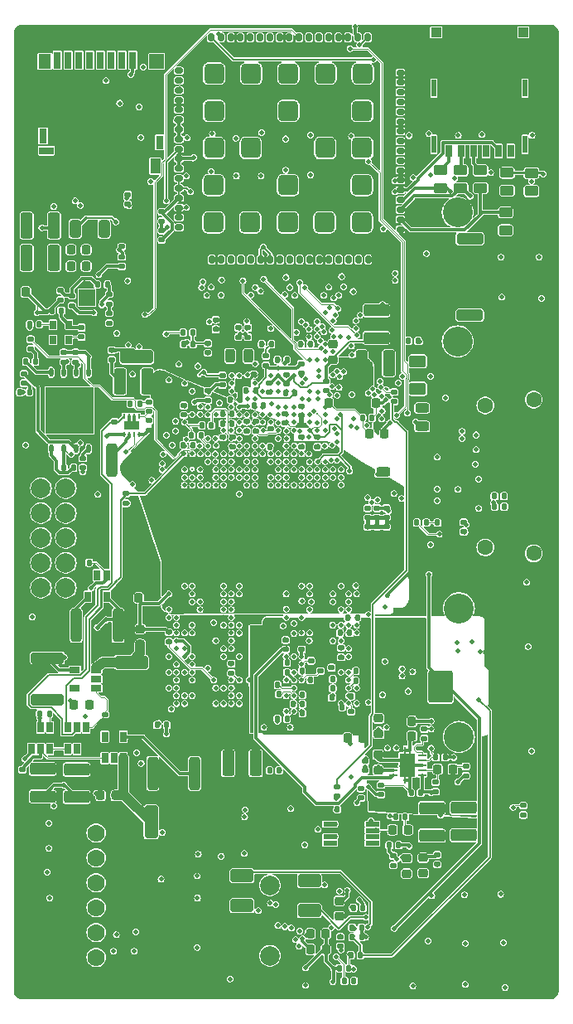
<source format=gbr>
G04 #@! TF.GenerationSoftware,KiCad,Pcbnew,7.0.1*
G04 #@! TF.CreationDate,2024-07-28T16:45:09-07:00*
G04 #@! TF.ProjectId,DFTBoard,44465442-6f61-4726-942e-6b696361645f,rev?*
G04 #@! TF.SameCoordinates,Original*
G04 #@! TF.FileFunction,Copper,L6,Bot*
G04 #@! TF.FilePolarity,Positive*
%FSLAX46Y46*%
G04 Gerber Fmt 4.6, Leading zero omitted, Abs format (unit mm)*
G04 Created by KiCad (PCBNEW 7.0.1) date 2024-07-28 16:45:09*
%MOMM*%
%LPD*%
G01*
G04 APERTURE LIST*
G04 Aperture macros list*
%AMRoundRect*
0 Rectangle with rounded corners*
0 $1 Rounding radius*
0 $2 $3 $4 $5 $6 $7 $8 $9 X,Y pos of 4 corners*
0 Add a 4 corners polygon primitive as box body*
4,1,4,$2,$3,$4,$5,$6,$7,$8,$9,$2,$3,0*
0 Add four circle primitives for the rounded corners*
1,1,$1+$1,$2,$3*
1,1,$1+$1,$4,$5*
1,1,$1+$1,$6,$7*
1,1,$1+$1,$8,$9*
0 Add four rect primitives between the rounded corners*
20,1,$1+$1,$2,$3,$4,$5,0*
20,1,$1+$1,$4,$5,$6,$7,0*
20,1,$1+$1,$6,$7,$8,$9,0*
20,1,$1+$1,$8,$9,$2,$3,0*%
G04 Aperture macros list end*
G04 #@! TA.AperFunction,ComponentPad*
%ADD10C,3.048000*%
G04 #@! TD*
G04 #@! TA.AperFunction,ComponentPad*
%ADD11C,2.000000*%
G04 #@! TD*
G04 #@! TA.AperFunction,ComponentPad*
%ADD12C,1.600000*%
G04 #@! TD*
G04 #@! TA.AperFunction,ComponentPad*
%ADD13C,0.500000*%
G04 #@! TD*
G04 #@! TA.AperFunction,SMDPad,CuDef*
%ADD14R,1.680000X1.680000*%
G04 #@! TD*
G04 #@! TA.AperFunction,SMDPad,CuDef*
%ADD15R,0.650000X0.850000*%
G04 #@! TD*
G04 #@! TA.AperFunction,SMDPad,CuDef*
%ADD16RoundRect,0.147500X0.172500X-0.147500X0.172500X0.147500X-0.172500X0.147500X-0.172500X-0.147500X0*%
G04 #@! TD*
G04 #@! TA.AperFunction,SMDPad,CuDef*
%ADD17RoundRect,0.147500X-0.147500X-0.172500X0.147500X-0.172500X0.147500X0.172500X-0.147500X0.172500X0*%
G04 #@! TD*
G04 #@! TA.AperFunction,SMDPad,CuDef*
%ADD18RoundRect,0.147500X0.147500X0.172500X-0.147500X0.172500X-0.147500X-0.172500X0.147500X-0.172500X0*%
G04 #@! TD*
G04 #@! TA.AperFunction,SMDPad,CuDef*
%ADD19RoundRect,0.147500X-0.172500X0.147500X-0.172500X-0.147500X0.172500X-0.147500X0.172500X0.147500X0*%
G04 #@! TD*
G04 #@! TA.AperFunction,SMDPad,CuDef*
%ADD20RoundRect,0.218750X0.256250X-0.218750X0.256250X0.218750X-0.256250X0.218750X-0.256250X-0.218750X0*%
G04 #@! TD*
G04 #@! TA.AperFunction,SMDPad,CuDef*
%ADD21RoundRect,0.250000X1.075000X-0.375000X1.075000X0.375000X-1.075000X0.375000X-1.075000X-0.375000X0*%
G04 #@! TD*
G04 #@! TA.AperFunction,SMDPad,CuDef*
%ADD22RoundRect,0.250000X0.625000X-0.375000X0.625000X0.375000X-0.625000X0.375000X-0.625000X-0.375000X0*%
G04 #@! TD*
G04 #@! TA.AperFunction,SMDPad,CuDef*
%ADD23RoundRect,0.250000X-1.075000X0.375000X-1.075000X-0.375000X1.075000X-0.375000X1.075000X0.375000X0*%
G04 #@! TD*
G04 #@! TA.AperFunction,SMDPad,CuDef*
%ADD24RoundRect,0.250000X-0.312500X-1.450000X0.312500X-1.450000X0.312500X1.450000X-0.312500X1.450000X0*%
G04 #@! TD*
G04 #@! TA.AperFunction,SMDPad,CuDef*
%ADD25R,0.650000X1.060000*%
G04 #@! TD*
G04 #@! TA.AperFunction,SMDPad,CuDef*
%ADD26R,1.420000X0.470000*%
G04 #@! TD*
G04 #@! TA.AperFunction,SMDPad,CuDef*
%ADD27RoundRect,0.250000X-0.375000X-1.075000X0.375000X-1.075000X0.375000X1.075000X-0.375000X1.075000X0*%
G04 #@! TD*
G04 #@! TA.AperFunction,SMDPad,CuDef*
%ADD28RoundRect,0.218750X0.218750X0.256250X-0.218750X0.256250X-0.218750X-0.256250X0.218750X-0.256250X0*%
G04 #@! TD*
G04 #@! TA.AperFunction,SMDPad,CuDef*
%ADD29RoundRect,0.243750X0.243750X0.456250X-0.243750X0.456250X-0.243750X-0.456250X0.243750X-0.456250X0*%
G04 #@! TD*
G04 #@! TA.AperFunction,SMDPad,CuDef*
%ADD30R,0.850000X0.280000*%
G04 #@! TD*
G04 #@! TA.AperFunction,SMDPad,CuDef*
%ADD31R,0.280000X0.700000*%
G04 #@! TD*
G04 #@! TA.AperFunction,SMDPad,CuDef*
%ADD32R,1.650000X2.400000*%
G04 #@! TD*
G04 #@! TA.AperFunction,SMDPad,CuDef*
%ADD33RoundRect,0.218750X-0.218750X-0.256250X0.218750X-0.256250X0.218750X0.256250X-0.218750X0.256250X0*%
G04 #@! TD*
G04 #@! TA.AperFunction,SMDPad,CuDef*
%ADD34RoundRect,0.250000X-0.925000X0.412500X-0.925000X-0.412500X0.925000X-0.412500X0.925000X0.412500X0*%
G04 #@! TD*
G04 #@! TA.AperFunction,SMDPad,CuDef*
%ADD35RoundRect,0.250000X0.375000X1.075000X-0.375000X1.075000X-0.375000X-1.075000X0.375000X-1.075000X0*%
G04 #@! TD*
G04 #@! TA.AperFunction,SMDPad,CuDef*
%ADD36RoundRect,0.250000X0.312500X1.450000X-0.312500X1.450000X-0.312500X-1.450000X0.312500X-1.450000X0*%
G04 #@! TD*
G04 #@! TA.AperFunction,SMDPad,CuDef*
%ADD37R,0.250000X0.500000*%
G04 #@! TD*
G04 #@! TA.AperFunction,SMDPad,CuDef*
%ADD38R,1.600000X0.900000*%
G04 #@! TD*
G04 #@! TA.AperFunction,SMDPad,CuDef*
%ADD39RoundRect,0.243750X0.456250X-0.243750X0.456250X0.243750X-0.456250X0.243750X-0.456250X-0.243750X0*%
G04 #@! TD*
G04 #@! TA.AperFunction,SMDPad,CuDef*
%ADD40R,0.700000X1.750000*%
G04 #@! TD*
G04 #@! TA.AperFunction,SMDPad,CuDef*
%ADD41R,1.300000X1.500000*%
G04 #@! TD*
G04 #@! TA.AperFunction,SMDPad,CuDef*
%ADD42R,1.500000X1.500000*%
G04 #@! TD*
G04 #@! TA.AperFunction,SMDPad,CuDef*
%ADD43R,0.800000X1.400000*%
G04 #@! TD*
G04 #@! TA.AperFunction,SMDPad,CuDef*
%ADD44R,1.000000X1.550000*%
G04 #@! TD*
G04 #@! TA.AperFunction,SMDPad,CuDef*
%ADD45R,1.500000X0.800000*%
G04 #@! TD*
G04 #@! TA.AperFunction,SMDPad,CuDef*
%ADD46R,0.800000X1.500000*%
G04 #@! TD*
G04 #@! TA.AperFunction,SMDPad,CuDef*
%ADD47RoundRect,0.250000X0.925000X-0.412500X0.925000X0.412500X-0.925000X0.412500X-0.925000X-0.412500X0*%
G04 #@! TD*
G04 #@! TA.AperFunction,SMDPad,CuDef*
%ADD48RoundRect,0.243750X-0.456250X0.243750X-0.456250X-0.243750X0.456250X-0.243750X0.456250X0.243750X0*%
G04 #@! TD*
G04 #@! TA.AperFunction,ComponentPad*
%ADD49C,1.778000*%
G04 #@! TD*
G04 #@! TA.AperFunction,SMDPad,CuDef*
%ADD50RoundRect,0.250000X-1.425000X0.425000X-1.425000X-0.425000X1.425000X-0.425000X1.425000X0.425000X0*%
G04 #@! TD*
G04 #@! TA.AperFunction,SMDPad,CuDef*
%ADD51RoundRect,0.250000X0.425000X1.425000X-0.425000X1.425000X-0.425000X-1.425000X0.425000X-1.425000X0*%
G04 #@! TD*
G04 #@! TA.AperFunction,SMDPad,CuDef*
%ADD52RoundRect,0.250000X1.425000X-0.425000X1.425000X0.425000X-1.425000X0.425000X-1.425000X-0.425000X0*%
G04 #@! TD*
G04 #@! TA.AperFunction,SMDPad,CuDef*
%ADD53RoundRect,0.250000X-1.450000X0.312500X-1.450000X-0.312500X1.450000X-0.312500X1.450000X0.312500X0*%
G04 #@! TD*
G04 #@! TA.AperFunction,SMDPad,CuDef*
%ADD54R,1.060000X0.650000*%
G04 #@! TD*
G04 #@! TA.AperFunction,SMDPad,CuDef*
%ADD55RoundRect,0.225000X0.000000X0.250000X0.000000X-0.250000X0.000000X-0.250000X0.000000X0.250000X0*%
G04 #@! TD*
G04 #@! TA.AperFunction,SMDPad,CuDef*
%ADD56R,4.900000X4.750000*%
G04 #@! TD*
G04 #@! TA.AperFunction,SMDPad,CuDef*
%ADD57RoundRect,0.135000X-0.185000X0.135000X-0.185000X-0.135000X0.185000X-0.135000X0.185000X0.135000X0*%
G04 #@! TD*
G04 #@! TA.AperFunction,SMDPad,CuDef*
%ADD58RoundRect,0.250000X1.100000X-0.325000X1.100000X0.325000X-1.100000X0.325000X-1.100000X-0.325000X0*%
G04 #@! TD*
G04 #@! TA.AperFunction,SMDPad,CuDef*
%ADD59RoundRect,0.225000X0.225000X0.250000X-0.225000X0.250000X-0.225000X-0.250000X0.225000X-0.250000X0*%
G04 #@! TD*
G04 #@! TA.AperFunction,SMDPad,CuDef*
%ADD60RoundRect,0.225000X-0.225000X-0.250000X0.225000X-0.250000X0.225000X0.250000X-0.225000X0.250000X0*%
G04 #@! TD*
G04 #@! TA.AperFunction,SMDPad,CuDef*
%ADD61RoundRect,0.135000X0.185000X-0.135000X0.185000X0.135000X-0.185000X0.135000X-0.185000X-0.135000X0*%
G04 #@! TD*
G04 #@! TA.AperFunction,SMDPad,CuDef*
%ADD62RoundRect,0.140000X-0.170000X0.140000X-0.170000X-0.140000X0.170000X-0.140000X0.170000X0.140000X0*%
G04 #@! TD*
G04 #@! TA.AperFunction,SMDPad,CuDef*
%ADD63RoundRect,0.250000X-1.100000X0.325000X-1.100000X-0.325000X1.100000X-0.325000X1.100000X0.325000X0*%
G04 #@! TD*
G04 #@! TA.AperFunction,SMDPad,CuDef*
%ADD64RoundRect,0.250000X0.450000X-0.262500X0.450000X0.262500X-0.450000X0.262500X-0.450000X-0.262500X0*%
G04 #@! TD*
G04 #@! TA.AperFunction,SMDPad,CuDef*
%ADD65RoundRect,0.135000X0.135000X0.185000X-0.135000X0.185000X-0.135000X-0.185000X0.135000X-0.185000X0*%
G04 #@! TD*
G04 #@! TA.AperFunction,SMDPad,CuDef*
%ADD66RoundRect,0.140000X0.170000X-0.140000X0.170000X0.140000X-0.170000X0.140000X-0.170000X-0.140000X0*%
G04 #@! TD*
G04 #@! TA.AperFunction,SMDPad,CuDef*
%ADD67RoundRect,0.250000X-0.325000X-0.650000X0.325000X-0.650000X0.325000X0.650000X-0.325000X0.650000X0*%
G04 #@! TD*
G04 #@! TA.AperFunction,SMDPad,CuDef*
%ADD68RoundRect,0.150000X-0.150000X0.250000X-0.150000X-0.250000X0.150000X-0.250000X0.150000X0.250000X0*%
G04 #@! TD*
G04 #@! TA.AperFunction,SMDPad,CuDef*
%ADD69RoundRect,0.150000X0.250000X0.150000X-0.250000X0.150000X-0.250000X-0.150000X0.250000X-0.150000X0*%
G04 #@! TD*
G04 #@! TA.AperFunction,SMDPad,CuDef*
%ADD70RoundRect,0.150000X0.150000X-0.250000X0.150000X0.250000X-0.150000X0.250000X-0.150000X-0.250000X0*%
G04 #@! TD*
G04 #@! TA.AperFunction,SMDPad,CuDef*
%ADD71RoundRect,0.150000X-0.250000X-0.150000X0.250000X-0.150000X0.250000X0.150000X-0.250000X0.150000X0*%
G04 #@! TD*
G04 #@! TA.AperFunction,SMDPad,CuDef*
%ADD72RoundRect,0.525000X-0.525000X0.525000X-0.525000X-0.525000X0.525000X-0.525000X0.525000X0.525000X0*%
G04 #@! TD*
G04 #@! TA.AperFunction,SMDPad,CuDef*
%ADD73RoundRect,0.250000X1.000000X-1.400000X1.000000X1.400000X-1.000000X1.400000X-1.000000X-1.400000X0*%
G04 #@! TD*
G04 #@! TA.AperFunction,SMDPad,CuDef*
%ADD74R,0.482600X1.803400*%
G04 #@! TD*
G04 #@! TA.AperFunction,SMDPad,CuDef*
%ADD75R,1.030000X0.990600*%
G04 #@! TD*
G04 #@! TA.AperFunction,SMDPad,CuDef*
%ADD76R,0.660400X1.295400*%
G04 #@! TD*
G04 #@! TA.AperFunction,SMDPad,CuDef*
%ADD77RoundRect,0.250000X-0.450000X0.262500X-0.450000X-0.262500X0.450000X-0.262500X0.450000X0.262500X0*%
G04 #@! TD*
G04 #@! TA.AperFunction,ViaPad*
%ADD78C,0.480000*%
G04 #@! TD*
G04 #@! TA.AperFunction,ViaPad*
%ADD79C,0.300000*%
G04 #@! TD*
G04 #@! TA.AperFunction,Conductor*
%ADD80C,0.102000*%
G04 #@! TD*
G04 #@! TA.AperFunction,Conductor*
%ADD81C,0.300000*%
G04 #@! TD*
G04 #@! TA.AperFunction,Conductor*
%ADD82C,0.200000*%
G04 #@! TD*
G04 #@! TA.AperFunction,Conductor*
%ADD83C,0.450000*%
G04 #@! TD*
G04 #@! TA.AperFunction,Conductor*
%ADD84C,0.120000*%
G04 #@! TD*
G04 #@! TA.AperFunction,Conductor*
%ADD85C,1.000000*%
G04 #@! TD*
G04 APERTURE END LIST*
D10*
X145645530Y-122944020D03*
X145645530Y-136085980D03*
D11*
X105450000Y-120845000D03*
X102910000Y-120845000D03*
X105450000Y-118305000D03*
X102910000Y-118305000D03*
X105450000Y-115765000D03*
X102910000Y-115765000D03*
X105450000Y-113225000D03*
X102910000Y-113225000D03*
X105450000Y-110685000D03*
X102910000Y-110685000D03*
D12*
X153290000Y-117340000D03*
X148340000Y-116740000D03*
X148340000Y-102240000D03*
X153290000Y-101640000D03*
D11*
X126325000Y-158437500D03*
X126325000Y-151237500D03*
D13*
X107000000Y-91797500D03*
X108180000Y-91797500D03*
D14*
X107590000Y-91207500D03*
D13*
X107000000Y-90617500D03*
X108180000Y-90617500D03*
D10*
X145520000Y-95691960D03*
X145520000Y-82550000D03*
D15*
X105775000Y-95540533D03*
X104125000Y-95540533D03*
X104125000Y-93990533D03*
X105775000Y-93990533D03*
D16*
X111580000Y-112225000D03*
X111580000Y-111255000D03*
D17*
X130440000Y-130275000D03*
X131410000Y-130275000D03*
X132740000Y-131125000D03*
X133710000Y-131125000D03*
X129640000Y-131775000D03*
X130610000Y-131775000D03*
X134640000Y-131925000D03*
X135610000Y-131925000D03*
X129640000Y-132725000D03*
X130610000Y-132725000D03*
D16*
X132625000Y-129010000D03*
X132625000Y-128040000D03*
D18*
X132660000Y-132075000D03*
X131690000Y-132075000D03*
D17*
X132740000Y-130175000D03*
X133710000Y-130175000D03*
D18*
X133710000Y-133025000D03*
X132740000Y-133025000D03*
D16*
X130525000Y-128310000D03*
X130525000Y-127340000D03*
D17*
X129590000Y-129325000D03*
X130560000Y-129325000D03*
D18*
X128060000Y-128525000D03*
X127090000Y-128525000D03*
D19*
X107200000Y-107630533D03*
X107200000Y-108600533D03*
D17*
X100765000Y-100875000D03*
X101735000Y-100875000D03*
D18*
X119275000Y-105270000D03*
X118305000Y-105270000D03*
D20*
X113055000Y-126652500D03*
X113055000Y-125077500D03*
D21*
X106555000Y-142215000D03*
X106555000Y-139415000D03*
D22*
X141430000Y-100540000D03*
X141430000Y-97740000D03*
D23*
X146130000Y-143315000D03*
X146130000Y-146115000D03*
D24*
X106517500Y-124690000D03*
X110792500Y-124690000D03*
D17*
X106870000Y-118290000D03*
X107840000Y-118290000D03*
D16*
X117525000Y-103210000D03*
X117525000Y-102240000D03*
D18*
X140140000Y-144265000D03*
X139170000Y-144265000D03*
X128060000Y-134225000D03*
X127090000Y-134225000D03*
D17*
X101765000Y-93965533D03*
X102735000Y-93965533D03*
D25*
X107530000Y-137315000D03*
X106580000Y-137315000D03*
X105630000Y-137315000D03*
X105630000Y-135115000D03*
X106580000Y-135115000D03*
X107530000Y-135115000D03*
D19*
X124075000Y-94290000D03*
X124075000Y-95260000D03*
D17*
X140495000Y-95640000D03*
X141465000Y-95640000D03*
D16*
X135627076Y-142322836D03*
X135627076Y-141352836D03*
D17*
X132244576Y-143462836D03*
X133214576Y-143462836D03*
D16*
X127925000Y-127160000D03*
X127925000Y-126190000D03*
X115975000Y-126360000D03*
X115975000Y-125390000D03*
D19*
X122475000Y-105490000D03*
X122475000Y-106460000D03*
D18*
X120325000Y-104280000D03*
X119355000Y-104280000D03*
D16*
X152225000Y-144060000D03*
X152225000Y-143090000D03*
D26*
X136807500Y-144990000D03*
X136807500Y-145640000D03*
X136807500Y-146290000D03*
X136807500Y-146940000D03*
X132477500Y-146940000D03*
X132477500Y-146290000D03*
X132477500Y-145640000D03*
X132477500Y-144990000D03*
D19*
X122375000Y-128590000D03*
X122375000Y-129560000D03*
X132060000Y-99785000D03*
X132060000Y-100755000D03*
X129575000Y-102290000D03*
X129575000Y-103260000D03*
D27*
X135680000Y-97940000D03*
X138480000Y-97940000D03*
D18*
X118420000Y-94800000D03*
X117450000Y-94800000D03*
D28*
X135819413Y-136174413D03*
X134244413Y-136174413D03*
D21*
X103080000Y-142165000D03*
X103080000Y-139365000D03*
D16*
X101850000Y-96450533D03*
X101850000Y-95480533D03*
D29*
X124112500Y-97175000D03*
X122237500Y-97175000D03*
D19*
X119975000Y-100740000D03*
X119975000Y-101710000D03*
D17*
X125490000Y-95975000D03*
X126460000Y-95975000D03*
D19*
X123075000Y-94290000D03*
X123075000Y-95260000D03*
D18*
X130460000Y-95975000D03*
X129490000Y-95975000D03*
D19*
X111790000Y-80735000D03*
X111790000Y-81705000D03*
D18*
X118460000Y-95975000D03*
X117490000Y-95975000D03*
D19*
X120775000Y-93490000D03*
X120775000Y-94460000D03*
X119975000Y-95890000D03*
X119975000Y-96860000D03*
D17*
X127090000Y-97575000D03*
X128060000Y-97575000D03*
D18*
X122460000Y-103125000D03*
X121490000Y-103125000D03*
X123260000Y-101675000D03*
X122290000Y-101675000D03*
D16*
X127850000Y-104060000D03*
X127850000Y-103090000D03*
D19*
X126225000Y-99940000D03*
X126225000Y-100910000D03*
D18*
X128860000Y-100975000D03*
X127890000Y-100975000D03*
X118435000Y-106275000D03*
X117465000Y-106275000D03*
X127260000Y-106475000D03*
X126290000Y-106475000D03*
D16*
X137645000Y-141966250D03*
X137645000Y-140996250D03*
D19*
X133575000Y-126990000D03*
X133575000Y-127960000D03*
D18*
X125660000Y-102225000D03*
X124690000Y-102225000D03*
D30*
X138930000Y-139971250D03*
X138930000Y-139471250D03*
X138930000Y-138971250D03*
X138930000Y-138471250D03*
X138930000Y-137971250D03*
X141880000Y-137971250D03*
X141880000Y-138471250D03*
X141880000Y-138971250D03*
X141880000Y-139471250D03*
X141880000Y-139971250D03*
D31*
X140155000Y-137421250D03*
X140155000Y-140521250D03*
D32*
X140405000Y-138971250D03*
D31*
X140655000Y-137421250D03*
X140655000Y-140521250D03*
D19*
X146345000Y-139096250D03*
X146345000Y-140066250D03*
D16*
X143245000Y-141666250D03*
X143245000Y-140696250D03*
D33*
X143457500Y-139381250D03*
X145032500Y-139381250D03*
D16*
X142105000Y-136256250D03*
X142105000Y-135286250D03*
D33*
X139257500Y-134481250D03*
X140832500Y-134481250D03*
X139257500Y-135981250D03*
X140832500Y-135981250D03*
D17*
X140760000Y-141781250D03*
X141730000Y-141781250D03*
D20*
X137445000Y-135768750D03*
X137445000Y-134193750D03*
X137375000Y-139462500D03*
X137375000Y-137887500D03*
D17*
X133490000Y-125475000D03*
X134460000Y-125475000D03*
D18*
X135260000Y-123875000D03*
X134290000Y-123875000D03*
D16*
X138220000Y-113705000D03*
X138220000Y-112735000D03*
X138220000Y-115605000D03*
X138220000Y-114635000D03*
X136320000Y-113705000D03*
X136320000Y-112735000D03*
X136320000Y-115605000D03*
X136320000Y-114635000D03*
X137280000Y-113705000D03*
X137280000Y-112735000D03*
X137280000Y-115595000D03*
X137280000Y-114625000D03*
D18*
X122460000Y-104075000D03*
X121490000Y-104075000D03*
D16*
X121475000Y-106460000D03*
X121475000Y-105490000D03*
D20*
X142000000Y-150000000D03*
X142000000Y-148425000D03*
D18*
X135710000Y-156550000D03*
X134740000Y-156550000D03*
D17*
X134865000Y-153525000D03*
X135835000Y-153525000D03*
D16*
X138950000Y-149192500D03*
X138950000Y-148222500D03*
D17*
X134715000Y-155550000D03*
X135685000Y-155550000D03*
D19*
X133500000Y-156490000D03*
X133500000Y-157460000D03*
D17*
X134605000Y-158400000D03*
X135575000Y-158400000D03*
D33*
X130462500Y-157800000D03*
X132037500Y-157800000D03*
D19*
X139000000Y-100865000D03*
X139000000Y-101835000D03*
X133200000Y-141165000D03*
X133200000Y-142135000D03*
D16*
X136080000Y-139515000D03*
X136080000Y-138545000D03*
X143425000Y-149097500D03*
X143425000Y-148127500D03*
D17*
X133940000Y-161000000D03*
X134910000Y-161000000D03*
D20*
X133400000Y-154412500D03*
X133400000Y-152837500D03*
D28*
X132025000Y-156175000D03*
X130450000Y-156175000D03*
D20*
X140300000Y-150050000D03*
X140300000Y-148475000D03*
D34*
X123475000Y-150250000D03*
X123475000Y-153325000D03*
D19*
X110430000Y-102955000D03*
X110430000Y-103925000D03*
D18*
X128060000Y-129475000D03*
X127090000Y-129475000D03*
X127110000Y-130775000D03*
X126140000Y-130775000D03*
D17*
X135090000Y-129375000D03*
X136060000Y-129375000D03*
D27*
X122055000Y-138765000D03*
X124855000Y-138765000D03*
D35*
X104250000Y-83875000D03*
X101450000Y-83875000D03*
D33*
X135587500Y-101975000D03*
X137162500Y-101975000D03*
D16*
X125925000Y-98135000D03*
X125925000Y-97165000D03*
D25*
X101930000Y-135115000D03*
X102880000Y-135115000D03*
X103830000Y-135115000D03*
X103830000Y-137315000D03*
X102880000Y-137315000D03*
X101930000Y-137315000D03*
D36*
X118617500Y-139815000D03*
X114342500Y-139815000D03*
D28*
X110567500Y-142065000D03*
X108992500Y-142065000D03*
D25*
X111330000Y-138265000D03*
X110380000Y-138265000D03*
X109430000Y-138265000D03*
X109430000Y-136065000D03*
X111330000Y-136065000D03*
D18*
X103765000Y-133715000D03*
X102795000Y-133715000D03*
D16*
X101000000Y-140410000D03*
X101000000Y-139440000D03*
D37*
X111405000Y-103315000D03*
X111905000Y-103315000D03*
X112405000Y-103315000D03*
X112905000Y-103315000D03*
X112905000Y-105215000D03*
X112405000Y-105215000D03*
X111905000Y-105215000D03*
X111405000Y-105215000D03*
D38*
X112155000Y-104265000D03*
D18*
X113015000Y-102046250D03*
X112045000Y-102046250D03*
D16*
X113955000Y-102850000D03*
X113955000Y-101880000D03*
D19*
X113955000Y-103780000D03*
X113955000Y-104750000D03*
D35*
X104250000Y-87175000D03*
X101450000Y-87175000D03*
D17*
X126282924Y-139492164D03*
X127252924Y-139492164D03*
D18*
X139485000Y-147150000D03*
X138515000Y-147150000D03*
D16*
X105250000Y-97800533D03*
X105250000Y-96830533D03*
X107050000Y-95250533D03*
X107050000Y-94280533D03*
X106450000Y-97800533D03*
X106450000Y-96830533D03*
D18*
X104985000Y-92550000D03*
X104015000Y-92550000D03*
D33*
X136462500Y-105125000D03*
X138037500Y-105125000D03*
D39*
X137880000Y-110908750D03*
X137880000Y-109033750D03*
D17*
X135790000Y-103500000D03*
X136760000Y-103500000D03*
D25*
X107705000Y-119590000D03*
X108655000Y-119590000D03*
X109605000Y-119590000D03*
X109605000Y-121790000D03*
X107705000Y-121790000D03*
D33*
X111312500Y-121900000D03*
X112887500Y-121900000D03*
D19*
X146123750Y-114155000D03*
X146123750Y-115125000D03*
D17*
X133415000Y-159700000D03*
X134385000Y-159700000D03*
D19*
X131175000Y-105490000D03*
X131175000Y-106460000D03*
D16*
X121460000Y-100145000D03*
X121460000Y-99175000D03*
D18*
X144230000Y-138181250D03*
X143260000Y-138181250D03*
D40*
X112300000Y-66990000D03*
X111200000Y-66990000D03*
X110100000Y-66990000D03*
X109000000Y-66990000D03*
X107900000Y-66990000D03*
D41*
X103300000Y-67115000D03*
D40*
X106800000Y-66990000D03*
D42*
X114750000Y-67115000D03*
D43*
X115075000Y-75365000D03*
D40*
X105700000Y-66990000D03*
X104600000Y-66990000D03*
D44*
X114600000Y-77790000D03*
D45*
X103450000Y-76215000D03*
D46*
X103125000Y-74715000D03*
D47*
X130350000Y-153837500D03*
X130350000Y-150762500D03*
D48*
X141880000Y-102502500D03*
X141880000Y-104377500D03*
D33*
X138855000Y-145565000D03*
X140430000Y-145565000D03*
D24*
X110117500Y-107865000D03*
X114392500Y-107865000D03*
D18*
X127210000Y-131725000D03*
X126240000Y-131725000D03*
D19*
X129575000Y-105490000D03*
X129575000Y-106460000D03*
X123925000Y-103890000D03*
X123925000Y-104860000D03*
D18*
X124860000Y-100725000D03*
X123890000Y-100725000D03*
D16*
X129500000Y-98935000D03*
X129500000Y-97965000D03*
D20*
X132775000Y-97562500D03*
X132775000Y-95987500D03*
D21*
X137205000Y-95340000D03*
X137205000Y-92540000D03*
D33*
X132337500Y-101975000D03*
X133912500Y-101975000D03*
D17*
X135090000Y-130325000D03*
X136060000Y-130325000D03*
D16*
X131475000Y-129360000D03*
X131475000Y-128390000D03*
D23*
X142880000Y-143365000D03*
X142880000Y-146165000D03*
D49*
X108550000Y-158600000D03*
X108550000Y-156060000D03*
X108550000Y-153520000D03*
X108550000Y-150980000D03*
X108550000Y-148440000D03*
X108550000Y-145900000D03*
D16*
X127975000Y-100060000D03*
X127975000Y-99090000D03*
X124875000Y-104860000D03*
X124875000Y-103890000D03*
D19*
X126375000Y-104590000D03*
X126375000Y-105560000D03*
D17*
X105265000Y-108565533D03*
X106235000Y-108565533D03*
X129640000Y-133675000D03*
X130610000Y-133675000D03*
D19*
X134625000Y-133490000D03*
X134625000Y-134460000D03*
D16*
X129575000Y-127160000D03*
X129575000Y-126190000D03*
D18*
X128710000Y-132725000D03*
X127740000Y-132725000D03*
D17*
X141346250Y-114215000D03*
X142316250Y-114215000D03*
X143446250Y-114215000D03*
X144416250Y-114215000D03*
D18*
X150275000Y-112570000D03*
X149305000Y-112570000D03*
D50*
X112700000Y-91475000D03*
X112700000Y-97275000D03*
D51*
X119980000Y-144765000D03*
X114180000Y-144765000D03*
D35*
X113780000Y-99796250D03*
X110980000Y-99796250D03*
D52*
X112155000Y-134265000D03*
X112155000Y-128465000D03*
D16*
X109455000Y-134750000D03*
X109455000Y-133780000D03*
D53*
X103555000Y-128027500D03*
X103555000Y-132302500D03*
D54*
X108555000Y-129215000D03*
X108555000Y-130165000D03*
X108555000Y-131115000D03*
X106355000Y-131115000D03*
X106355000Y-129215000D03*
D33*
X106267500Y-132765000D03*
X107842500Y-132765000D03*
D19*
X110125000Y-96590000D03*
X110125000Y-97560000D03*
D17*
X114790000Y-134875000D03*
X115760000Y-134875000D03*
D18*
X150245000Y-111500000D03*
X149275000Y-111500000D03*
D17*
X101365000Y-97765533D03*
X102335000Y-97765533D03*
D55*
X103945000Y-98865533D03*
X105215000Y-98865533D03*
X106485000Y-98865533D03*
X107755000Y-98865533D03*
X107755000Y-106665533D03*
X106485000Y-106665533D03*
X105215000Y-106665533D03*
X103945000Y-106665533D03*
D56*
X105850000Y-102765533D03*
D19*
X101150000Y-98990000D03*
X101150000Y-99960000D03*
D57*
X109900000Y-92815000D03*
X109900000Y-93835000D03*
D58*
X146760000Y-93030000D03*
X146760000Y-90080000D03*
D59*
X102900000Y-90650000D03*
X101350000Y-90650000D03*
D60*
X105975000Y-86350000D03*
X107525000Y-86350000D03*
D61*
X106075000Y-92060000D03*
X106075000Y-91040000D03*
D62*
X104875000Y-90500000D03*
X104875000Y-91460000D03*
D63*
X146770000Y-85210000D03*
X146770000Y-88160000D03*
D64*
X145800000Y-80050000D03*
X145800000Y-78225000D03*
D65*
X109710000Y-89900000D03*
X108690000Y-89900000D03*
D64*
X150570000Y-80302500D03*
X150570000Y-78477500D03*
D66*
X115252000Y-85341372D03*
X115252000Y-84381372D03*
D60*
X105975000Y-88000000D03*
X107525000Y-88000000D03*
D67*
X106400000Y-84225000D03*
X109350000Y-84225000D03*
D68*
X120310000Y-64650000D03*
X121310000Y-64650000D03*
X122310000Y-64650000D03*
X123310000Y-64650000D03*
X124310000Y-64650000D03*
X125310000Y-64650000D03*
X126310000Y-64650000D03*
X127310000Y-64650000D03*
X128310000Y-64650000D03*
X129310000Y-64650000D03*
X130310000Y-64650000D03*
X131310000Y-64650000D03*
X132310000Y-64650000D03*
X133310000Y-64650000D03*
X134310000Y-64650000D03*
X135310000Y-64650000D03*
X136310000Y-64650000D03*
D69*
X139660000Y-68250000D03*
X139660000Y-69250000D03*
X139660000Y-70250000D03*
X139660000Y-71250000D03*
X139660000Y-72250000D03*
X139660000Y-73250000D03*
X139660000Y-74250000D03*
X139660000Y-75250000D03*
X139660000Y-76250000D03*
X139660000Y-77250000D03*
X139660000Y-78250000D03*
X139660000Y-79250000D03*
X139660000Y-80250000D03*
X139660000Y-81250000D03*
X139660000Y-82250000D03*
X139660000Y-83250000D03*
X139660000Y-84250000D03*
D70*
X136360000Y-87350000D03*
X135360000Y-87350000D03*
X134360000Y-87350000D03*
X133360000Y-87350000D03*
X132360000Y-87350000D03*
X131360000Y-87350000D03*
X130360000Y-87350000D03*
X129360000Y-87350000D03*
X128360000Y-87350000D03*
X127360000Y-87350000D03*
X126360000Y-87350000D03*
X125360000Y-87350000D03*
X124360000Y-87350000D03*
X123360000Y-87350000D03*
X122360000Y-87350000D03*
X121360000Y-87350000D03*
X120360000Y-87350000D03*
D71*
X117010000Y-84050000D03*
X117010000Y-83050000D03*
X117010000Y-82050000D03*
X117010000Y-81050000D03*
X117010000Y-80050000D03*
X117010000Y-79050000D03*
X117010000Y-78050000D03*
X117010000Y-77050000D03*
X117010000Y-76050000D03*
X117010000Y-75050000D03*
X117010000Y-74050000D03*
X117010000Y-73050000D03*
X117010000Y-72050000D03*
X117010000Y-71050000D03*
X117010000Y-70050000D03*
X117010000Y-69050000D03*
X117010000Y-68050000D03*
D72*
X135810000Y-68350000D03*
X132010000Y-68350000D03*
X128210000Y-68350000D03*
X124410000Y-68350000D03*
X120610000Y-68350000D03*
X135760000Y-72150000D03*
X128210000Y-72150000D03*
X120610000Y-72150000D03*
X135760000Y-75950000D03*
X131960000Y-75950000D03*
X124360000Y-75950000D03*
X120610000Y-75950000D03*
X135710000Y-79750000D03*
X128160000Y-79750000D03*
X120560000Y-79750000D03*
X135710000Y-83550000D03*
X131910000Y-83550000D03*
X128160000Y-83550000D03*
X124310000Y-83550000D03*
X120560000Y-83550000D03*
D64*
X153060000Y-80342500D03*
X153060000Y-78517500D03*
D62*
X111150000Y-87070000D03*
X111150000Y-88030000D03*
D57*
X109900000Y-90865000D03*
X109900000Y-91885000D03*
D62*
X115247000Y-82451372D03*
X115247000Y-83411372D03*
X111150000Y-85045000D03*
X111150000Y-86005000D03*
D73*
X150557500Y-130960000D03*
X143757500Y-130960000D03*
D64*
X143750000Y-80025000D03*
X143750000Y-78200000D03*
D74*
X143100036Y-75600000D03*
X152429964Y-75600000D03*
X143100000Y-69850001D03*
X152430000Y-69850001D03*
D75*
X143300000Y-64130000D03*
X152230000Y-64130000D03*
D76*
X149670000Y-76270001D03*
X147130000Y-76270001D03*
X145860000Y-76270001D03*
X150940000Y-76270001D03*
X148400000Y-76270001D03*
X144590000Y-76270001D03*
D77*
X150410000Y-82527500D03*
X150410000Y-84352500D03*
D64*
X147850000Y-80050000D03*
X147850000Y-78225000D03*
D78*
X125120000Y-153830000D03*
X118990000Y-148050000D03*
X131320258Y-98712626D03*
X132730000Y-99120000D03*
X107460000Y-133980000D03*
X106680000Y-101250000D03*
X104360000Y-103120000D03*
X145510000Y-127330000D03*
X147790000Y-127410000D03*
X145447823Y-126450947D03*
X147006286Y-126394481D03*
X152541515Y-120294714D03*
X152710000Y-126870000D03*
X153080000Y-137520000D03*
X149970000Y-87090000D03*
X153850000Y-87090000D03*
X154080000Y-91290000D03*
X150040000Y-91170000D03*
X101370000Y-106280000D03*
X102020000Y-123830000D03*
X105290000Y-127940000D03*
X115290000Y-145840000D03*
X115190000Y-150610000D03*
X112600351Y-155974565D03*
X110620000Y-156280000D03*
X110340000Y-157960000D03*
X112450000Y-157960000D03*
X149910000Y-152150000D03*
X146220000Y-152200000D03*
X142870000Y-152310000D03*
X142490000Y-156900000D03*
X150180000Y-157080000D03*
X146320000Y-157160000D03*
X150340000Y-161680000D03*
X146271792Y-161351472D03*
X140930000Y-161530000D03*
X129980000Y-161460000D03*
X122230000Y-160820000D03*
X129890000Y-147110000D03*
X103655000Y-160125000D03*
X129547500Y-95974521D03*
X126375000Y-106375000D03*
X124830881Y-97975498D03*
X123975499Y-103192293D03*
X119536657Y-98831738D03*
X122372133Y-97592000D03*
X119975000Y-96892500D03*
X120775000Y-94375000D03*
X123154689Y-99198861D03*
X127878199Y-97962574D03*
X117820000Y-95780000D03*
X123275699Y-94931325D03*
X119975000Y-105592500D03*
X124775000Y-102375000D03*
X123992500Y-101560766D03*
X122360377Y-101564280D03*
X124017524Y-99132571D03*
X126377500Y-99172981D03*
X124758000Y-99983861D03*
X123975000Y-100773000D03*
X125567500Y-100794444D03*
X117591000Y-103960167D03*
X118642472Y-101896902D03*
X120791704Y-103175204D03*
X121569566Y-103182000D03*
X131490297Y-95646422D03*
X129033380Y-94788459D03*
X111895236Y-81861860D03*
X126375000Y-95975000D03*
X131173000Y-97606028D03*
X127975000Y-99175000D03*
X129598328Y-99968106D03*
X127173892Y-99992000D03*
X126387624Y-100817500D03*
X127189500Y-100830742D03*
X127977983Y-100792000D03*
X124714431Y-103999550D03*
X126360939Y-103155280D03*
X126475127Y-102030047D03*
X127175000Y-102375000D03*
X128788531Y-102379514D03*
X131190539Y-106357664D03*
X127976600Y-103185415D03*
X128775000Y-103975000D03*
X127180709Y-103984277D03*
X125589379Y-103960621D03*
X123959880Y-104783687D03*
X122376273Y-104786566D03*
X123203016Y-103972787D03*
X121560942Y-103972787D03*
X124775000Y-107175000D03*
X122376543Y-106375000D03*
X119192500Y-107172813D03*
X117575000Y-106375000D03*
X121575000Y-108775000D03*
X130374017Y-108783777D03*
X127975000Y-107975000D03*
X127175000Y-110375000D03*
X123975000Y-109575000D03*
X132775000Y-109575000D03*
X135175000Y-131075000D03*
X134375000Y-125475000D03*
X135175000Y-125475000D03*
X135175000Y-121475000D03*
X135175000Y-124675000D03*
X134375000Y-127075000D03*
X134375000Y-123875000D03*
X127975000Y-121475000D03*
X115975000Y-121475000D03*
X115975000Y-129475000D03*
X122375000Y-123075000D03*
X123175000Y-130275000D03*
X116215372Y-133234628D03*
X123175000Y-120675000D03*
X116775000Y-127075000D03*
X122375000Y-125475000D03*
X122375000Y-123875000D03*
X122375000Y-127075000D03*
X116775000Y-123875000D03*
X115975000Y-125475000D03*
X115975000Y-131075000D03*
X115975000Y-123875000D03*
X123175000Y-121475000D03*
X123175000Y-132675000D03*
X115975000Y-123075000D03*
X127975000Y-133475000D03*
X118375000Y-121475000D03*
X127975000Y-123875000D03*
X132375107Y-92267211D03*
X121558000Y-105573552D03*
X132792000Y-95975000D03*
X123821369Y-94982500D03*
X129589938Y-106382094D03*
X108707500Y-119540000D03*
X150580002Y-78508000D03*
X127940000Y-75020000D03*
X142796001Y-135286250D03*
X118560000Y-76900000D03*
X130375000Y-121475000D03*
X141920000Y-97610000D03*
X133192592Y-98759728D03*
X139100000Y-79300000D03*
X103960000Y-76200000D03*
X139747500Y-139051415D03*
X116987528Y-98023030D03*
X116730000Y-73140000D03*
X132010000Y-103975000D03*
X135175000Y-132675000D03*
X106450000Y-96830533D03*
X123704915Y-147992500D03*
X151030000Y-76200000D03*
X134375000Y-123075000D03*
X101150000Y-99960000D03*
X131225000Y-145525000D03*
X127950000Y-78200000D03*
X139834159Y-148410761D03*
X110387741Y-138232500D03*
X146790000Y-85265000D03*
X141200000Y-103910000D03*
X128451907Y-143413720D03*
D79*
X119096017Y-99085980D03*
D78*
X142050000Y-150027500D03*
X115140000Y-75250000D03*
X113360000Y-67690000D03*
X146127076Y-143462836D03*
X128795486Y-124469394D03*
X143765214Y-144082932D03*
X138420811Y-113008703D03*
X124905000Y-138915000D03*
X134713181Y-97109882D03*
X139299044Y-148586036D03*
X103800000Y-101375000D03*
X129367131Y-155917000D03*
X107198423Y-109042500D03*
X119480010Y-89623780D03*
X134375000Y-129475000D03*
X113140000Y-74880000D03*
X142729597Y-99251597D03*
X135470000Y-65427500D03*
X125695202Y-135117500D03*
X111982500Y-102027500D03*
X128776054Y-127881990D03*
X127305000Y-139515000D03*
X107475000Y-88025000D03*
X107927202Y-132835469D03*
X142796001Y-134475000D03*
X118926621Y-98221701D03*
X127975000Y-131876043D03*
X117780000Y-82020000D03*
X142342500Y-86741135D03*
X143432500Y-107510000D03*
X147670000Y-109748498D03*
X123168001Y-131875000D03*
X127981758Y-123049133D03*
X146780000Y-93025000D03*
X123730000Y-144247500D03*
X127975262Y-130281990D03*
X114790000Y-67140000D03*
X147670000Y-112748498D03*
X138164583Y-101681570D03*
X115810000Y-84070000D03*
X135089852Y-120653218D03*
X126375000Y-94375000D03*
X138059000Y-128375000D03*
X117010000Y-72080000D03*
X137319425Y-109283095D03*
X132420061Y-101126509D03*
X121076307Y-64277500D03*
X138581399Y-104035233D03*
X106555000Y-139415000D03*
X147380000Y-106748498D03*
X115750000Y-135800000D03*
X134550000Y-136820000D03*
X146258706Y-115159875D03*
X133084629Y-143535289D03*
X147420000Y-105248498D03*
X151175000Y-143275000D03*
X121330000Y-148265000D03*
X103190000Y-74750000D03*
X102524998Y-92762500D03*
X143400000Y-149152500D03*
X137445000Y-134193750D03*
X137416500Y-138292500D03*
X121375000Y-89425000D03*
X109560000Y-69070000D03*
X136320000Y-112735000D03*
X110917460Y-99597460D03*
X124775000Y-101559386D03*
X103410000Y-67000000D03*
X123805000Y-143520841D03*
X110929960Y-86345040D03*
X101495000Y-83875000D03*
X125650000Y-86040000D03*
X102471500Y-139275000D03*
X128392076Y-135097500D03*
X101500000Y-86175000D03*
X137945525Y-84208398D03*
X116970000Y-71040000D03*
X123168010Y-125479013D03*
X147300000Y-108231502D03*
X102805000Y-134131500D03*
X137825039Y-91919959D03*
X132330000Y-87420000D03*
X109079961Y-84495041D03*
X123974617Y-93645502D03*
X144292500Y-101471139D03*
X135627076Y-141337836D03*
X138552688Y-97292232D03*
X104200000Y-95525000D03*
X134596264Y-104355500D03*
X106820000Y-67050000D03*
X134836502Y-90600000D03*
X108761000Y-130115000D03*
X127090000Y-134480033D03*
X136314503Y-111653311D03*
X150410000Y-84330000D03*
X112082500Y-104314818D03*
X112250645Y-110323734D03*
X139730000Y-68270000D03*
X108575000Y-141850000D03*
X141620000Y-95740000D03*
X154250000Y-78590000D03*
X106555000Y-137340000D03*
X136464587Y-146272539D03*
X109992500Y-93875000D03*
X118393010Y-110377075D03*
X123175000Y-124680510D03*
X107575000Y-86350000D03*
X134650000Y-74740000D03*
X127875000Y-126075000D03*
X120110584Y-93693084D03*
X133557027Y-103187119D03*
X130375255Y-104809176D03*
X111651872Y-81061000D03*
X125589540Y-95977540D03*
X130362223Y-95957144D03*
X123189431Y-94356257D03*
X123972006Y-97592000D03*
X120038000Y-100884628D03*
X127155909Y-97587169D03*
X133553413Y-95186818D03*
X118348000Y-106375000D03*
X119174409Y-103145743D03*
X117577540Y-108777540D03*
X119992500Y-95975000D03*
X120760313Y-93589687D03*
X123975000Y-94375000D03*
X130467500Y-74608480D03*
X145122500Y-138181250D03*
X137830000Y-131790000D03*
X102529275Y-132625500D03*
X126280000Y-139440000D03*
X138100000Y-122820000D03*
X146410000Y-114390000D03*
X112294941Y-99049979D03*
X131281761Y-99292853D03*
X130087251Y-156379875D03*
X109000000Y-67040000D03*
X141925000Y-148325000D03*
X133652279Y-89077801D03*
X131958500Y-97592703D03*
X150260000Y-111430000D03*
X136100000Y-156525000D03*
X145545000Y-140681250D03*
X108707500Y-111315000D03*
X142796001Y-141801880D03*
X136090000Y-139187500D03*
X134236290Y-151778790D03*
X136388500Y-132560000D03*
X101850000Y-96450533D03*
X117590474Y-99974500D03*
X136360000Y-123600000D03*
X153070000Y-79371500D03*
X134470371Y-108939629D03*
X136399669Y-100977355D03*
X106230617Y-108528923D03*
X105775000Y-93950000D03*
X150280000Y-112470000D03*
X105912810Y-132362810D03*
X117574999Y-102339999D03*
X129580000Y-107182500D03*
X152224998Y-144059999D03*
D79*
X131160000Y-103100000D03*
D78*
X104250000Y-87175000D03*
X131120000Y-93680000D03*
X153120000Y-74646998D03*
X135436960Y-152727960D03*
X122091657Y-138761577D03*
X130467500Y-78699939D03*
X106450000Y-131150000D03*
X129637425Y-156707640D03*
X140565040Y-147240040D03*
X110675000Y-94875000D03*
X138582962Y-144154164D03*
X131190000Y-107970000D03*
X131192100Y-105557900D03*
X135224782Y-142819702D03*
X103000000Y-84100000D03*
X111742500Y-112211187D03*
X111979000Y-113012428D03*
X142861442Y-93204184D03*
X101980000Y-135115000D03*
X121206074Y-146997500D03*
X105950000Y-89575000D03*
X120066427Y-146099596D03*
X101000000Y-140410002D03*
X138330000Y-121649380D03*
X108405000Y-113290000D03*
X107325000Y-89745000D03*
X111842500Y-116020758D03*
X145130000Y-116320000D03*
X107780000Y-116890000D03*
X132619960Y-155544960D03*
X133480000Y-154450000D03*
X147695000Y-132330000D03*
X133530000Y-156430000D03*
X134750000Y-156425000D03*
X134982540Y-155682540D03*
X129955151Y-159682500D03*
X131866591Y-156298329D03*
X132825000Y-159752500D03*
X134673636Y-153491284D03*
X132780000Y-161090000D03*
X133150000Y-141150000D03*
X133575000Y-157825000D03*
X134875000Y-159775000D03*
X134482460Y-158282460D03*
X133100000Y-158525000D03*
X134900000Y-160975000D03*
X104216054Y-143128341D03*
X140456210Y-131408710D03*
X137760000Y-103631415D03*
X115975000Y-126275000D03*
X133575000Y-129475000D03*
X136305000Y-114665000D03*
X127175230Y-105601183D03*
X127977143Y-127081990D03*
X125575000Y-107175000D03*
X122381892Y-105592500D03*
X120575000Y-130275000D03*
X127175000Y-107975000D03*
X133575000Y-127075000D03*
X121575000Y-127075000D03*
X127175000Y-107175000D03*
X133575000Y-127875000D03*
X121575000Y-127875000D03*
X128759482Y-107175725D03*
X118375000Y-127875000D03*
X129570512Y-127881990D03*
X128775000Y-107975000D03*
X118375000Y-129475000D03*
X129600633Y-129481990D03*
X131174298Y-108783777D03*
X123175000Y-127875000D03*
X134375000Y-127875000D03*
X127975000Y-108775000D03*
X118375000Y-128675000D03*
X129575000Y-128650000D03*
X124775000Y-106375000D03*
X122375000Y-130275000D03*
X134375000Y-130275000D03*
X124769494Y-105595466D03*
X116775000Y-129475000D03*
X128775000Y-130281990D03*
X118375000Y-130275000D03*
X130375000Y-130275000D03*
X126369667Y-107968010D03*
X123975000Y-107975000D03*
X118375000Y-131875000D03*
X129575000Y-131875000D03*
X126375000Y-107175000D03*
X121575000Y-131075000D03*
X132781990Y-131076598D03*
X123175000Y-108775000D03*
X119975000Y-129075000D03*
X132648254Y-128988488D03*
X123975000Y-106375000D03*
X122375000Y-131075000D03*
X134375000Y-131075000D03*
X123175000Y-105592500D03*
X134375000Y-131875000D03*
X122375000Y-131875000D03*
X123975000Y-107175000D03*
X128775000Y-131876043D03*
X116775000Y-131075000D03*
X124775000Y-107975000D03*
X116775000Y-130275000D03*
X128774381Y-131081990D03*
X123175000Y-107175000D03*
X122375000Y-132675000D03*
X134375000Y-132675000D03*
X120775000Y-132675000D03*
X132775000Y-131875000D03*
X121586368Y-107175525D03*
X122375000Y-107175000D03*
X117575000Y-131875000D03*
X129575000Y-132675000D03*
X123175000Y-106375000D03*
X116775000Y-131875000D03*
X128775000Y-132675000D03*
X122375000Y-107975000D03*
X120775000Y-131075000D03*
X132775000Y-130275000D03*
X127975000Y-107175000D03*
X115975000Y-127875000D03*
X127975000Y-127875000D03*
X127175000Y-106375000D03*
X117575000Y-127875000D03*
X127975000Y-122275000D03*
X123175000Y-110375000D03*
X135175000Y-123875000D03*
X121557500Y-106362208D03*
X128775000Y-109575000D03*
X126375000Y-108775000D03*
X123975000Y-105592500D03*
X112308885Y-106856195D03*
X130775000Y-110975000D03*
X137450000Y-135314143D03*
X129575000Y-121475000D03*
X137255000Y-115275000D03*
X135172726Y-123121704D03*
X123175000Y-122275000D03*
X127975000Y-120675000D03*
X114625000Y-109200000D03*
X129581990Y-123068203D03*
X135168010Y-122281528D03*
X133575000Y-121475000D03*
X114938625Y-134711526D03*
X122375000Y-120675000D03*
X117579913Y-121468010D03*
X113575000Y-100375000D03*
X116781990Y-123062268D03*
X138343632Y-137222500D03*
X136399622Y-141208301D03*
X136300000Y-116725000D03*
X136255000Y-115615000D03*
X133575000Y-125475000D03*
X138420811Y-115530187D03*
X115975000Y-120675000D03*
X116775000Y-126275000D03*
X123175000Y-107975000D03*
X137416500Y-139187500D03*
X119975000Y-108775000D03*
X115975000Y-122275000D03*
X123175000Y-123093010D03*
X122377500Y-102375531D03*
X122405118Y-99174937D03*
X122405255Y-99983861D03*
X122392897Y-100768861D03*
X131836502Y-90990000D03*
X131957900Y-95992100D03*
X134658653Y-96152552D03*
X133840000Y-90100000D03*
X132010000Y-96775000D03*
X127970000Y-89160000D03*
X131538508Y-96396562D03*
X125680000Y-89350000D03*
X112084701Y-68419781D03*
X116692187Y-103847813D03*
X121170000Y-101990000D03*
X111220000Y-67000000D03*
X110050000Y-66970000D03*
X119960000Y-103190000D03*
X119162500Y-106355680D03*
X107880000Y-67000000D03*
X116690000Y-104850000D03*
X105730000Y-67000000D03*
X119982841Y-102418784D03*
X104660000Y-67110000D03*
X115990290Y-99635210D03*
X115700000Y-94950000D03*
X114630000Y-77780000D03*
X120576032Y-124393912D03*
X117557956Y-110377543D03*
X117575000Y-109575000D03*
X116775000Y-124675000D03*
X122375000Y-124675000D03*
X120775000Y-110375000D03*
X119175000Y-108775000D03*
X116775000Y-125475000D03*
X119975000Y-110375000D03*
X122375000Y-126275000D03*
X120775000Y-126275000D03*
X119179021Y-110375000D03*
X122375000Y-108775000D03*
X119175000Y-122275000D03*
X123975000Y-108775000D03*
X122375000Y-121475000D03*
X121575000Y-110375000D03*
X118375000Y-120675000D03*
X118375000Y-125475000D03*
X119175000Y-109575000D03*
X120775000Y-109575000D03*
X121575000Y-124675000D03*
X120775000Y-108775000D03*
X128775000Y-133475000D03*
X116775000Y-132675000D03*
X118375000Y-109575000D03*
X117575000Y-125475000D03*
X118375000Y-124675000D03*
D79*
X118375000Y-108725000D03*
D78*
X119975000Y-107975000D03*
X117569000Y-127075000D03*
X117575000Y-132675000D03*
X129575000Y-133475000D03*
X120763766Y-107979814D03*
X124775000Y-108775000D03*
X121575000Y-123075000D03*
X124775000Y-110375000D03*
X119175000Y-123075000D03*
X133387096Y-100412000D03*
X126930660Y-153187500D03*
X123175000Y-109575000D03*
X121575000Y-121475000D03*
X121575000Y-132675000D03*
X133575000Y-132675000D03*
X121579903Y-107975000D03*
X124775000Y-109575000D03*
X122375000Y-122275000D03*
X122375000Y-109575000D03*
X121575000Y-122275000D03*
X121575000Y-109575000D03*
X117575000Y-120675000D03*
X118375000Y-122275000D03*
X123175000Y-111275000D03*
X123975000Y-110375000D03*
X121575000Y-120675000D03*
X126375000Y-110375000D03*
X127650000Y-124750000D03*
X129575000Y-110375000D03*
X133575000Y-124675000D03*
X127175000Y-109575000D03*
X129575000Y-125475000D03*
X127979044Y-106376374D03*
X116775000Y-128675000D03*
X128768007Y-129487317D03*
X129578207Y-108773833D03*
X129575000Y-123875000D03*
X129575000Y-109575000D03*
X134375000Y-124675000D03*
X127975000Y-110375000D03*
X132725000Y-124675000D03*
X127975000Y-109575000D03*
X130375000Y-125475000D03*
X126375000Y-109575000D03*
X130338314Y-126268010D03*
X117575000Y-129475000D03*
X125575000Y-106375000D03*
X129575000Y-130275000D03*
X133879994Y-98790000D03*
X128500000Y-155600000D03*
X133464133Y-99273936D03*
X127850000Y-155450000D03*
X127130000Y-155340000D03*
X137583937Y-99788937D03*
X132634344Y-100330881D03*
X126361028Y-153070604D03*
X125575000Y-102375000D03*
X127975000Y-103975000D03*
X124037323Y-102342243D03*
X123975000Y-103972787D03*
X128775778Y-100802000D03*
X129587378Y-103182784D03*
X125588859Y-103154780D03*
X129575000Y-103975000D03*
X129589139Y-105558000D03*
X129379370Y-104858743D03*
X124777500Y-100772856D03*
X135298622Y-98014500D03*
X138907460Y-149257460D03*
X109567500Y-136054211D03*
X133065202Y-142399194D03*
X141810000Y-100560000D03*
X127166318Y-98400706D03*
X123172000Y-102410457D03*
X140419040Y-150246040D03*
X142207500Y-102226863D03*
X131878285Y-151197341D03*
X114267540Y-139702460D03*
X123145377Y-101625457D03*
X124775000Y-104785050D03*
X123980479Y-99983861D03*
X124758000Y-99187253D03*
X126376437Y-99992000D03*
X127958892Y-99992000D03*
X122375000Y-103972787D03*
X123194478Y-99983861D03*
X132788671Y-97560765D03*
X123177343Y-103195457D03*
X123175030Y-104779027D03*
X127175000Y-99186377D03*
X128762804Y-99192500D03*
X122375000Y-103175000D03*
X108675000Y-124900000D03*
X128774998Y-104775000D03*
X136560709Y-95424210D03*
X109580000Y-121740000D03*
X106480000Y-142190000D03*
X123148000Y-100770095D03*
X105250000Y-141000000D03*
X116318510Y-106289834D03*
X109567500Y-124125000D03*
X127187266Y-104787964D03*
X140447773Y-95701301D03*
X136321500Y-155475000D03*
X136157540Y-154507540D03*
X142896489Y-146350002D03*
X146255000Y-146090000D03*
X133005000Y-144965000D03*
X133003396Y-146241525D03*
X118402151Y-107178584D03*
X128925000Y-156800000D03*
X118374999Y-103142500D03*
X115720000Y-81350000D03*
X104230000Y-81920000D03*
X120337002Y-78358500D03*
X130333547Y-105497500D03*
X125604416Y-104798040D03*
X126383013Y-103950069D03*
X134877134Y-103562000D03*
X101244990Y-138344988D03*
X108025000Y-120900000D03*
X117556941Y-107174021D03*
X129580500Y-102368426D03*
X129549142Y-99166981D03*
X137642470Y-100367486D03*
X101775000Y-94250000D03*
X120773000Y-105600000D03*
X115378090Y-107196288D03*
X106950000Y-106075000D03*
X115296500Y-108800000D03*
X107250000Y-107650000D03*
X106700000Y-98125000D03*
X120761378Y-107194058D03*
X105550000Y-97750000D03*
X120795267Y-106316467D03*
X115332753Y-108184789D03*
X106003186Y-107213490D03*
X101092000Y-100875000D03*
X119972663Y-107172663D03*
X119957283Y-106368000D03*
X135191639Y-104486152D03*
X111590000Y-107020000D03*
X114250000Y-109875000D03*
X101375000Y-97750000D03*
X118895000Y-157585002D03*
X121567315Y-104757787D03*
X136809452Y-100564774D03*
X133405020Y-151840060D03*
X135200000Y-95080000D03*
X129370000Y-89710000D03*
X128852616Y-91007500D03*
X132797171Y-93562905D03*
X132022437Y-92729563D03*
X128337813Y-90177813D03*
X133270000Y-92360000D03*
X129850000Y-90190000D03*
X132670000Y-94570000D03*
X127852000Y-90920000D03*
X125351685Y-90576606D03*
X131150477Y-94412640D03*
X133336502Y-90990000D03*
X132813035Y-95177749D03*
X134340000Y-95260000D03*
X132820000Y-91260000D03*
X132770000Y-96766500D03*
X132350000Y-90150000D03*
X133160453Y-103612411D03*
X139827500Y-129150000D03*
X132891674Y-104652119D03*
X139827500Y-129880000D03*
X131175000Y-110375000D03*
X129581990Y-122206990D03*
X131975000Y-110375000D03*
X130575000Y-122275000D03*
X133575000Y-110360073D03*
X133575000Y-120675000D03*
X130375000Y-123075000D03*
X133575000Y-109575000D03*
X131175000Y-109575000D03*
X132775000Y-122275000D03*
X131975000Y-109575000D03*
X132775000Y-121475000D03*
X130375000Y-110375000D03*
X129575000Y-120675000D03*
X132757500Y-108777540D03*
X134375000Y-122275000D03*
X130375000Y-109575000D03*
X130375000Y-120675000D03*
X134375000Y-121475000D03*
X131975000Y-108783777D03*
X133592000Y-108781540D03*
X133575000Y-123075000D03*
X128775000Y-110375000D03*
X133575000Y-126275000D03*
X128775000Y-108775000D03*
X132768010Y-126281990D03*
X127175000Y-108775000D03*
X128775000Y-125525000D03*
X130810000Y-102810000D03*
X120430000Y-74500000D03*
X139050001Y-155637001D03*
X142592500Y-119487258D03*
X136622460Y-144652460D03*
X139874678Y-99250401D03*
X145550000Y-110800000D03*
X131952829Y-107962905D03*
X132582544Y-107791830D03*
X143432500Y-110771906D03*
X133171627Y-107832400D03*
X143432500Y-111940373D03*
X133190000Y-105970000D03*
X145978402Y-105605000D03*
X133180000Y-105160000D03*
X145978402Y-104875000D03*
X139240000Y-137222500D03*
X136105686Y-138348006D03*
X129289960Y-157464960D03*
X115725616Y-105257500D03*
X137432500Y-131112500D03*
X137941600Y-130352697D03*
X137421500Y-129450000D03*
X136388500Y-131460000D03*
X136215000Y-127810000D03*
X137585000Y-127090000D03*
X137630000Y-125530000D03*
X136260000Y-126250000D03*
X124175000Y-130275000D03*
X142796001Y-137250000D03*
X117737340Y-105717741D03*
X138219431Y-135123396D03*
X122375000Y-128675000D03*
X132999906Y-93006680D03*
X139137496Y-88755980D03*
X130370087Y-97545713D03*
X123560000Y-89510000D03*
X124350000Y-90970000D03*
X131151086Y-95174107D03*
X124836502Y-90200000D03*
X130333643Y-94461265D03*
X124768508Y-103189687D03*
X127175000Y-103175000D03*
X127962092Y-102392069D03*
X128762460Y-103187540D03*
X131958000Y-102377455D03*
X135106001Y-93599061D03*
X139137496Y-89485980D03*
X136740000Y-112120000D03*
X149300000Y-111480000D03*
X149173587Y-112162743D03*
X137330000Y-111880000D03*
X138989000Y-111245134D03*
X132690000Y-106280000D03*
X131950000Y-106373999D03*
X139812500Y-111730000D03*
X109650000Y-105375000D03*
X110167008Y-96647833D03*
X117773028Y-78822810D03*
X127987215Y-104823854D03*
X139465919Y-99948600D03*
X137163563Y-145573563D03*
X123735027Y-153692500D03*
X130200000Y-150400000D03*
X145580000Y-74670000D03*
X133205061Y-101196518D03*
X131173096Y-104807924D03*
X117830000Y-74920000D03*
X135102000Y-94393561D03*
X131834295Y-94737160D03*
X135547501Y-93025348D03*
X131681671Y-94176044D03*
X130332540Y-95246993D03*
X121352187Y-90977813D03*
X147970000Y-74580000D03*
X134692557Y-101123057D03*
X129634627Y-101521137D03*
X145219965Y-79064530D03*
X131174999Y-104010001D03*
X125420000Y-78800000D03*
X125480000Y-74380000D03*
X131193060Y-101587079D03*
X122890000Y-78790000D03*
X131957900Y-104792100D03*
X129994220Y-99542178D03*
X120336502Y-90170000D03*
X119853498Y-91010000D03*
X130003124Y-93995410D03*
X130390000Y-103180000D03*
X142753575Y-78688979D03*
X131970000Y-103140000D03*
X122830000Y-74960000D03*
X148891500Y-78470000D03*
X130410000Y-103975000D03*
X119337632Y-90187583D03*
X129519482Y-93667155D03*
X130298000Y-101610461D03*
X140952500Y-78971732D03*
X130407700Y-100783638D03*
X140560000Y-74680000D03*
X142593634Y-74483022D03*
X131227056Y-100862135D03*
X139080000Y-80430000D03*
X108825000Y-88875000D03*
X114130000Y-79380000D03*
X106300000Y-84600000D03*
X118170000Y-80430000D03*
X105825000Y-88050000D03*
X106025000Y-86575000D03*
X106127500Y-90957500D03*
X112970000Y-71760000D03*
X110960000Y-71380000D03*
X110546372Y-83488716D03*
X150530000Y-80368500D03*
X144760861Y-80365300D03*
X153160000Y-80520000D03*
X146780000Y-80860000D03*
X136877460Y-66922540D03*
X135010000Y-63579500D03*
X134500000Y-65820000D03*
X118910000Y-152530000D03*
X140368530Y-103013611D03*
X136416288Y-77331497D03*
X118890000Y-150272500D03*
X139290000Y-103220000D03*
X113150000Y-138775000D03*
X111850000Y-96075000D03*
X128310000Y-64670000D03*
X111790000Y-89500000D03*
X112952540Y-96252540D03*
X112700000Y-137700000D03*
X113560000Y-92960000D03*
X108326869Y-92791000D03*
X109150000Y-91950000D03*
X117050000Y-69930000D03*
X130280000Y-64670000D03*
X128050000Y-105630000D03*
X131280000Y-64680000D03*
X128807500Y-106377295D03*
X130325248Y-107187979D03*
X132300000Y-64640000D03*
X133320000Y-64670000D03*
X130368243Y-108002730D03*
X137790000Y-102800000D03*
X140920000Y-129430000D03*
X103710000Y-144890000D03*
X142720000Y-116460000D03*
X103560000Y-149880000D03*
X137739521Y-101284749D03*
X137000000Y-101158500D03*
X103800000Y-152540000D03*
X136230000Y-104290000D03*
X103730000Y-147460000D03*
X134660000Y-140140000D03*
X143645650Y-115390570D03*
X106950000Y-81820000D03*
X118375000Y-100775000D03*
X119180000Y-102340000D03*
X106410000Y-81350000D03*
D80*
X140198777Y-102311223D02*
X139290000Y-103220000D01*
X140267178Y-99412980D02*
X140198777Y-99481381D01*
X139840500Y-85548294D02*
X139840500Y-98661144D01*
X137546499Y-83254293D02*
X139840500Y-85548294D01*
X137546499Y-78461708D02*
X137546499Y-83254293D01*
X136416288Y-77331497D02*
X137546499Y-78461708D01*
X139840500Y-98661144D02*
X140267178Y-99087822D01*
X140267178Y-99087822D02*
X140267178Y-99412980D01*
X140198777Y-99481381D02*
X140198777Y-102311223D01*
X142796001Y-137717251D02*
X142796001Y-137250000D01*
X143260000Y-138181250D02*
X142796001Y-137717251D01*
D81*
X147707000Y-134161914D02*
X142546567Y-129001481D01*
X147707000Y-146980002D02*
X147707000Y-134161914D01*
X139050001Y-155637001D02*
X147707000Y-146980002D01*
X142546567Y-129001481D02*
X142546567Y-119533191D01*
X142546567Y-119533191D02*
X142592500Y-119487258D01*
D82*
X142105000Y-135286250D02*
X142796001Y-135286250D01*
D81*
X140838750Y-134475000D02*
X142796001Y-134475000D01*
X141667500Y-104377500D02*
X141200000Y-103910000D01*
X141880000Y-104377500D02*
X141667500Y-104377500D01*
D80*
X140402278Y-99565674D02*
X140402278Y-102979863D01*
X140470679Y-99497273D02*
X140402278Y-99565674D01*
X140470679Y-99003529D02*
X140470679Y-99497273D01*
X140402278Y-98935128D02*
X140470679Y-99003529D01*
X140402278Y-97983621D02*
X140402278Y-98935128D01*
X140047000Y-97628343D02*
X140402278Y-97983621D01*
X140047000Y-85467000D02*
X140047000Y-97628343D01*
X137750000Y-83170000D02*
X140047000Y-85467000D01*
X137750000Y-67240000D02*
X137750000Y-83170000D01*
X134500000Y-65820000D02*
X136330000Y-65820000D01*
X140402278Y-102979863D02*
X140368530Y-103013611D01*
X136330000Y-65820000D02*
X137750000Y-67240000D01*
D81*
X134236290Y-152321210D02*
X134236290Y-151778790D01*
X133720000Y-152837500D02*
X134236290Y-152321210D01*
X138037500Y-104579132D02*
X138581399Y-104035233D01*
D82*
X136610000Y-136980000D02*
X133200000Y-140390000D01*
X136830000Y-133738720D02*
X136610000Y-133958720D01*
X136830000Y-122525004D02*
X136830000Y-133738720D01*
X140254000Y-119101004D02*
X136830000Y-122525004D01*
X139245215Y-103914671D02*
X140254000Y-104923456D01*
X139085214Y-103914671D02*
X139245215Y-103914671D01*
X138826590Y-103656047D02*
X139085214Y-103914671D01*
X138826590Y-102008410D02*
X138826590Y-103656047D01*
X139000000Y-101835000D02*
X138826590Y-102008410D01*
D81*
X138037500Y-105125000D02*
X138037500Y-104579132D01*
D82*
X133200000Y-140390000D02*
X133200000Y-141165000D01*
X136610000Y-133958720D02*
X136610000Y-136980000D01*
X140254000Y-104923456D02*
X140254000Y-119101004D01*
X133660000Y-103290092D02*
X133557027Y-103187119D01*
X133660000Y-105550000D02*
X133660000Y-103290092D01*
X132399964Y-104210119D02*
X132399964Y-104975119D01*
X132399964Y-104975119D02*
X131885083Y-105490000D01*
X131885083Y-105490000D02*
X131175000Y-105490000D01*
X133074757Y-104210119D02*
X132399964Y-104210119D01*
X133660000Y-105550000D02*
X133660000Y-104795362D01*
X133660000Y-104795362D02*
X133074757Y-104210119D01*
D81*
X137871153Y-101975000D02*
X138164583Y-101681570D01*
X137162500Y-101975000D02*
X137871153Y-101975000D01*
D80*
X118305000Y-104674167D02*
X117591000Y-103960167D01*
D81*
X111905000Y-103315000D02*
X111905000Y-104015000D01*
D82*
X121460000Y-99175000D02*
X119879919Y-99175000D01*
D81*
X117010000Y-77050000D02*
X118410000Y-77050000D01*
X118410000Y-77050000D02*
X118560000Y-76900000D01*
X140155000Y-140521250D02*
X140655000Y-140521250D01*
X137595250Y-138471250D02*
X137416500Y-138292500D01*
X134244413Y-136514413D02*
X134550000Y-136820000D01*
X113055000Y-125077500D02*
X115662500Y-125077500D01*
X115498628Y-84381372D02*
X115810000Y-84070000D01*
D80*
X139975000Y-140996250D02*
X140760000Y-141781250D01*
D81*
X138930000Y-138471250D02*
X137595250Y-138471250D01*
X101150000Y-99960000D02*
X101435000Y-99960000D01*
D82*
X119350259Y-98831738D02*
X119096017Y-99085980D01*
D80*
X154177500Y-78517500D02*
X154250000Y-78590000D01*
D81*
X118829374Y-101710000D02*
X118642472Y-101896902D01*
D80*
X102524998Y-91824998D02*
X102524998Y-92762500D01*
X136760000Y-103500000D02*
X137162500Y-103097500D01*
D81*
X110125000Y-97560000D02*
X110125000Y-98941250D01*
X138515000Y-147787500D02*
X138950000Y-148222500D01*
D80*
X132360000Y-87390000D02*
X132330000Y-87420000D01*
X123090000Y-130275000D02*
X123175000Y-130275000D01*
D81*
X117010000Y-72050000D02*
X117010000Y-72080000D01*
X101350000Y-90650000D02*
X103250000Y-92550000D01*
D80*
X151360000Y-143090000D02*
X151175000Y-143275000D01*
D81*
X138515000Y-147150000D02*
X138515000Y-147787500D01*
X103945000Y-76215000D02*
X103960000Y-76200000D01*
D80*
X153060000Y-78517500D02*
X154177500Y-78517500D01*
X117910833Y-104280000D02*
X117591000Y-103960167D01*
X117010000Y-82050000D02*
X117750000Y-82050000D01*
D82*
X125360000Y-86330000D02*
X125650000Y-86040000D01*
D81*
X106450000Y-96830533D02*
X107415000Y-96830533D01*
D82*
X121310000Y-64511193D02*
X121076307Y-64277500D01*
D81*
X111275000Y-86945000D02*
X111275000Y-86690080D01*
D82*
X139150000Y-79250000D02*
X139100000Y-79300000D01*
D81*
X138220000Y-112735000D02*
X137280000Y-112735000D01*
X110125000Y-98941250D02*
X110980000Y-99796250D01*
X117010000Y-75050000D02*
X117010000Y-74050000D01*
X103250000Y-92550000D02*
X104015000Y-92550000D01*
D82*
X125925000Y-96510000D02*
X126460000Y-95975000D01*
X119879919Y-99175000D02*
X119536657Y-98831738D01*
D81*
X117010000Y-71050000D02*
X116980000Y-71050000D01*
X116820000Y-73050000D02*
X116730000Y-73140000D01*
X101435000Y-99960000D02*
X101735000Y-100260000D01*
D82*
X125925000Y-97165000D02*
X125925000Y-96510000D01*
D81*
X102795000Y-133715000D02*
X102795000Y-135030000D01*
X117010000Y-73050000D02*
X116820000Y-73050000D01*
X140655000Y-137421250D02*
X140655000Y-136158750D01*
D82*
X135532500Y-65427500D02*
X135470000Y-65427500D01*
X126360000Y-86750000D02*
X125650000Y-86040000D01*
D81*
X127090000Y-134225000D02*
X127090000Y-134480033D01*
D80*
X152225000Y-143090000D02*
X151360000Y-143090000D01*
D81*
X140155000Y-137421250D02*
X140655000Y-137421250D01*
X119975000Y-101710000D02*
X118829374Y-101710000D01*
D82*
X125360000Y-87350000D02*
X125360000Y-86330000D01*
D81*
X141880000Y-138971250D02*
X140388165Y-138971250D01*
X134244413Y-136174413D02*
X134244413Y-136514413D01*
X105250000Y-96830533D02*
X106450000Y-96830533D01*
X101735000Y-100260000D02*
X101735000Y-100875000D01*
D82*
X150570000Y-78477500D02*
X154137500Y-78477500D01*
X126360000Y-87350000D02*
X126360000Y-86750000D01*
D80*
X140155000Y-137421250D02*
X140155000Y-137881250D01*
D82*
X119536657Y-98831738D02*
X119350259Y-98831738D01*
D80*
X132360000Y-87350000D02*
X132360000Y-87390000D01*
D81*
X115247000Y-83411372D02*
X115247000Y-84376372D01*
X117010000Y-74050000D02*
X117010000Y-73420000D01*
D80*
X117750000Y-82050000D02*
X117780000Y-82020000D01*
D81*
X113200000Y-122440000D02*
X115010000Y-122440000D01*
D80*
X137645000Y-140996250D02*
X139975000Y-140996250D01*
X119355000Y-104280000D02*
X117910833Y-104280000D01*
D81*
X140655000Y-140521250D02*
X140655000Y-139971250D01*
X111275000Y-86690080D02*
X110929960Y-86345040D01*
X112887500Y-122127500D02*
X113200000Y-122440000D01*
D80*
X122375000Y-129560000D02*
X123090000Y-130275000D01*
D81*
X115760000Y-134875000D02*
X115760000Y-135790000D01*
X113055000Y-125077500D02*
X113055000Y-122565000D01*
D82*
X136310000Y-64650000D02*
X135532500Y-65427500D01*
X154137500Y-78477500D02*
X154250000Y-78590000D01*
D81*
X107200000Y-108600533D02*
X107200000Y-109040923D01*
X112405000Y-103315000D02*
X112405000Y-104015000D01*
X107200000Y-109040923D02*
X107198423Y-109042500D01*
X103572500Y-92762500D02*
X102524998Y-92762500D01*
X117010000Y-73420000D02*
X116730000Y-73140000D01*
X138930000Y-138471250D02*
X139565000Y-138471250D01*
D80*
X137162500Y-103097500D02*
X137162500Y-101975000D01*
D81*
X107415000Y-96830533D02*
X107850000Y-97265533D01*
X107755000Y-97360533D02*
X107850000Y-97265533D01*
D82*
X139660000Y-79250000D02*
X139150000Y-79250000D01*
D80*
X153050500Y-78508000D02*
X150580002Y-78508000D01*
D81*
X103450000Y-76215000D02*
X103945000Y-76215000D01*
X115760000Y-135790000D02*
X115750000Y-135800000D01*
D80*
X118305000Y-105270000D02*
X118305000Y-104674167D01*
D81*
X140655000Y-140521250D02*
X140655000Y-141676250D01*
X107755000Y-98865533D02*
X107755000Y-97360533D01*
X116980000Y-71050000D02*
X116970000Y-71040000D01*
X117010000Y-78050000D02*
X117010000Y-77050000D01*
D80*
X153060000Y-78517500D02*
X153050500Y-78508000D01*
D81*
X115252000Y-84381372D02*
X115498628Y-84381372D01*
D80*
X101350000Y-90650000D02*
X102524998Y-91824998D01*
D81*
X104875000Y-91460000D02*
X103572500Y-92762500D01*
X115662500Y-125077500D02*
X115975000Y-125390000D01*
X115010000Y-122440000D02*
X115975000Y-121475000D01*
X135224782Y-142725130D02*
X135224782Y-142819702D01*
D80*
X130774431Y-104410000D02*
X130375255Y-104809176D01*
D81*
X140475000Y-147150000D02*
X140565040Y-147240040D01*
X129637425Y-156974925D02*
X129637425Y-156707640D01*
X130199876Y-156425124D02*
X130132500Y-156425124D01*
D82*
X139170000Y-144265000D02*
X138693798Y-144265000D01*
D81*
X107050000Y-94280533D02*
X106065000Y-94280533D01*
X104985000Y-93200533D02*
X105775000Y-93990533D01*
D82*
X131096079Y-105530000D02*
X130375255Y-104809176D01*
D81*
X104985000Y-92550000D02*
X104985000Y-93200533D01*
D80*
X118460000Y-95975000D02*
X118460000Y-94840000D01*
D81*
X104837010Y-109137543D02*
X104500000Y-108800533D01*
X102335000Y-97765533D02*
X102335000Y-96935533D01*
D82*
X119975000Y-95890000D02*
X118545000Y-95890000D01*
D81*
X135710000Y-156550000D02*
X136075000Y-156550000D01*
D82*
X118420000Y-95935000D02*
X118460000Y-95975000D01*
D81*
X144230000Y-138181250D02*
X145122500Y-138181250D01*
X143227500Y-148325000D02*
X143425000Y-148127500D01*
X135835000Y-153126000D02*
X135436960Y-152727960D01*
D82*
X118545000Y-95890000D02*
X118460000Y-95975000D01*
D81*
X130132500Y-156425124D02*
X130087251Y-156379875D01*
D82*
X133660000Y-107009660D02*
X133660000Y-105550000D01*
D80*
X131330786Y-104410000D02*
X130774431Y-104410000D01*
D81*
X130462500Y-157800000D02*
X129637425Y-156974925D01*
X104500000Y-107875000D02*
X103945000Y-107320000D01*
D82*
X138693798Y-144265000D02*
X138582962Y-144154164D01*
X133319830Y-107349830D02*
X134470371Y-108500371D01*
X146175000Y-114155000D02*
X146410000Y-114390000D01*
D81*
X135835000Y-153525000D02*
X135835000Y-153126000D01*
X106235000Y-108565533D02*
X105662990Y-109137543D01*
X121460000Y-100145000D02*
X120777628Y-100145000D01*
X103945000Y-107320000D02*
X103945000Y-106665533D01*
D82*
X118420000Y-94800000D02*
X118420000Y-95935000D01*
X131190000Y-107970000D02*
X131810170Y-107349830D01*
X133319830Y-107349830D02*
X133660000Y-107009660D01*
D81*
X141925000Y-148325000D02*
X143227500Y-148325000D01*
D80*
X131567999Y-103507999D02*
X131567999Y-104172787D01*
D81*
X139485000Y-147150000D02*
X140475000Y-147150000D01*
D80*
X131160000Y-103100000D02*
X131567999Y-103507999D01*
D81*
X106065000Y-94280533D02*
X105775000Y-93990533D01*
X104500000Y-108800533D02*
X104500000Y-107875000D01*
X135627076Y-142322836D02*
X135224782Y-142725130D01*
X146345000Y-140066250D02*
X146160000Y-140066250D01*
X103000000Y-84100000D02*
X104025000Y-84100000D01*
X102335000Y-96935533D02*
X101850000Y-96450533D01*
X146160000Y-140066250D02*
X145545000Y-140681250D01*
X135685000Y-155550000D02*
X135685000Y-156110000D01*
D82*
X134470371Y-108500371D02*
X134470371Y-108939629D01*
D81*
X135685000Y-156110000D02*
X136100000Y-156525000D01*
X105662990Y-109137543D02*
X104837010Y-109137543D01*
X120777628Y-100145000D02*
X120038000Y-100884628D01*
D82*
X131810170Y-107349830D02*
X133319830Y-107349830D01*
D81*
X141880000Y-139971250D02*
X141880000Y-141753752D01*
D80*
X131567999Y-104172787D02*
X131330786Y-104410000D01*
D81*
X136075000Y-156550000D02*
X136100000Y-156525000D01*
X143245000Y-141666250D02*
X141845000Y-141666250D01*
D82*
X145130000Y-116320000D02*
X145093750Y-116320000D01*
D81*
X144138750Y-115365000D02*
X144138750Y-115746336D01*
D82*
X145093750Y-116320000D02*
X144761875Y-115988125D01*
D81*
X144761875Y-115988125D02*
X148450000Y-119676250D01*
X102900000Y-90650000D02*
X103975000Y-89575000D01*
X144138750Y-115365000D02*
X144761875Y-115988125D01*
X103975000Y-89575000D02*
X105950000Y-89575000D01*
X148450000Y-119676250D02*
X148450000Y-128852500D01*
D82*
X143635816Y-93204184D02*
X142861442Y-93204184D01*
D81*
X107730000Y-120024000D02*
X107730000Y-119515000D01*
X148450000Y-128852500D02*
X150557500Y-130960000D01*
D82*
X146750000Y-88160000D02*
X142861442Y-92048558D01*
X142861442Y-92048558D02*
X142861442Y-93204184D01*
D81*
X144138750Y-115746336D02*
X138330000Y-121555086D01*
X144416250Y-115087500D02*
X144138750Y-115365000D01*
X138330000Y-121555086D02*
X138330000Y-121649380D01*
X144416250Y-114215000D02*
X144416250Y-115087500D01*
D82*
X146760000Y-90080000D02*
X143635816Y-93204184D01*
D81*
X132037500Y-157800000D02*
X132037500Y-158965000D01*
D82*
X147695000Y-132330000D02*
X148800000Y-133435000D01*
D81*
X132037500Y-157800000D02*
X132037500Y-156187500D01*
D82*
X148800000Y-133435000D02*
X148800000Y-148375000D01*
D81*
X132037500Y-157800000D02*
X131837651Y-157800000D01*
D82*
X138775000Y-158400000D02*
X135575000Y-158400000D01*
D81*
X132877500Y-159700000D02*
X132825000Y-159752500D01*
X133500000Y-156490000D02*
X133500000Y-156460000D01*
X133500000Y-156460000D02*
X133530000Y-156430000D01*
X132780000Y-161090000D02*
X132825000Y-161045000D01*
X131837651Y-157800000D02*
X129955151Y-159682500D01*
D82*
X135575000Y-157385000D02*
X134740000Y-156550000D01*
D81*
X133442500Y-154412500D02*
X133480000Y-154450000D01*
D82*
X148800000Y-148375000D02*
X138775000Y-158400000D01*
D81*
X132825000Y-161045000D02*
X132825000Y-159752500D01*
X133415000Y-159700000D02*
X132877500Y-159700000D01*
X132037500Y-158965000D02*
X132825000Y-159752500D01*
X133400000Y-154412500D02*
X133442500Y-154412500D01*
D82*
X135575000Y-158399998D02*
X135575000Y-157385000D01*
D80*
X103830000Y-135115000D02*
X103830000Y-133780000D01*
X133500000Y-157750000D02*
X133575000Y-157825000D01*
X133500000Y-157460000D02*
X133500000Y-157750000D01*
X134385000Y-159700000D02*
X134385000Y-158615000D01*
X134800000Y-159700000D02*
X134875000Y-159775000D01*
X134385000Y-159700000D02*
X134800000Y-159700000D01*
X133863000Y-160923000D02*
X133863000Y-159288000D01*
X133863000Y-159288000D02*
X133100000Y-158525000D01*
X119368001Y-129068001D02*
X118186359Y-129068001D01*
D83*
X136320000Y-113705000D02*
X138220000Y-113705000D01*
D81*
X138930000Y-139971250D02*
X138650500Y-140250750D01*
X133328784Y-142891194D02*
X131068676Y-142891194D01*
D83*
X136320000Y-114635000D02*
X138220000Y-114635000D01*
D80*
X121980000Y-104995000D02*
X121980000Y-102870029D01*
D84*
X138480000Y-114440000D02*
X138220000Y-114180000D01*
D80*
X115975000Y-126614411D02*
X115975000Y-126275000D01*
D81*
X138650500Y-140250750D02*
X135699250Y-140250750D01*
D80*
X121980000Y-102870029D02*
X121761971Y-102652000D01*
X122475000Y-105490000D02*
X121980000Y-104995000D01*
X120759122Y-102652000D02*
X120398704Y-103012418D01*
X121761971Y-102652000D02*
X120759122Y-102652000D01*
X120398704Y-103012418D02*
X120398704Y-104206296D01*
D81*
X124850000Y-136179688D02*
X124850000Y-129880022D01*
X135055076Y-140894924D02*
X135055076Y-141164902D01*
D83*
X136320000Y-113705000D02*
X136320000Y-114635000D01*
D80*
X118186359Y-129068001D02*
X115975000Y-126856642D01*
X115975000Y-126856642D02*
X115975000Y-126614411D01*
D81*
X129877597Y-141700115D02*
X129877597Y-141207285D01*
X124850000Y-129880022D02*
X127570022Y-127160000D01*
D83*
X138220000Y-114635000D02*
X138220000Y-114180000D01*
X138220000Y-114180000D02*
X138220000Y-113705000D01*
D81*
X131068676Y-142891194D02*
X129877597Y-141700115D01*
X135055076Y-141164902D02*
X133328784Y-142891194D01*
X129877597Y-141207285D02*
X124850000Y-136179688D01*
D80*
X120575000Y-130275000D02*
X119368001Y-129068001D01*
D81*
X135699250Y-140250750D02*
X135055076Y-140894924D01*
X127570022Y-127160000D02*
X127925000Y-127160000D01*
D83*
X137280000Y-113705000D02*
X137280000Y-114625000D01*
D81*
X129575000Y-127877502D02*
X129570512Y-127881990D01*
X129575000Y-127160000D02*
X129575000Y-127877502D01*
D80*
X129915000Y-128310000D02*
X129575000Y-128650000D01*
X130525000Y-128310000D02*
X129915000Y-128310000D01*
X135090000Y-129375000D02*
X134375000Y-130090000D01*
X134375000Y-130090000D02*
X134375000Y-130275000D01*
D81*
X128060000Y-129566990D02*
X128775000Y-130281990D01*
D80*
X134375000Y-131040000D02*
X134375000Y-131075000D01*
X135090000Y-130325000D02*
X134375000Y-131040000D01*
X134590000Y-131875000D02*
X134375000Y-131875000D01*
X134640000Y-131875000D02*
X134375000Y-131875000D01*
X127716958Y-131483042D02*
X127475000Y-131725000D01*
X127475000Y-131725000D02*
X127210000Y-131725000D01*
X128381999Y-131483042D02*
X127716958Y-131483042D01*
X128775000Y-131876043D02*
X128381999Y-131483042D01*
X127516990Y-131081990D02*
X127210000Y-130775000D01*
X128774381Y-131081990D02*
X127516990Y-131081990D01*
X134625000Y-132925000D02*
X134375000Y-132675000D01*
X134625000Y-133490000D02*
X134625000Y-132925000D01*
X128060000Y-128525000D02*
X128060000Y-127960000D01*
X128060000Y-127960000D02*
X127975000Y-127875000D01*
X141091499Y-137412579D02*
X141321420Y-137642500D01*
X141321420Y-136857500D02*
X141091499Y-137087421D01*
X141880000Y-136481250D02*
X141880000Y-136857500D01*
X141880000Y-136857500D02*
X141321420Y-136857500D01*
X141880000Y-137642500D02*
X141880000Y-137971250D01*
X141091499Y-137087421D02*
X141091499Y-137412579D01*
X141321420Y-137642500D02*
X141880000Y-137642500D01*
D81*
X126375000Y-105575000D02*
X127175000Y-106375000D01*
X137700250Y-139471250D02*
X137416500Y-139187500D01*
D80*
X112308885Y-106588909D02*
X112308885Y-106856195D01*
D81*
X113484192Y-105217058D02*
X113930000Y-104771250D01*
X137157571Y-141966250D02*
X136399622Y-141208301D01*
X138930000Y-139471250D02*
X137700250Y-139471250D01*
D80*
X113955000Y-104750000D02*
X112608501Y-106096499D01*
D81*
X118060500Y-127389500D02*
X118060500Y-126870500D01*
X118060500Y-126870500D02*
X117465000Y-126275000D01*
X112925875Y-105217058D02*
X113484192Y-105217058D01*
X137645000Y-141966250D02*
X137157571Y-141966250D01*
X117465000Y-126275000D02*
X116775000Y-126275000D01*
D80*
X112608501Y-106289293D02*
X112308885Y-106588909D01*
X112608501Y-106096499D02*
X112608501Y-106289293D01*
D81*
X117575000Y-127875000D02*
X118060500Y-127389500D01*
D80*
X125680000Y-89350000D02*
X128640880Y-92310880D01*
X131487070Y-96448000D02*
X131538508Y-96396562D01*
X128640880Y-95528872D02*
X129042000Y-95929992D01*
X129042000Y-96271971D02*
X129218029Y-96448000D01*
X129042000Y-95929992D02*
X129042000Y-96271971D01*
X129218029Y-96448000D02*
X131487070Y-96448000D01*
X128640880Y-92310880D02*
X128640880Y-95528872D01*
D81*
X112300000Y-68204482D02*
X112084701Y-68419781D01*
X112300000Y-66990000D02*
X112300000Y-68204482D01*
D80*
X115850000Y-94800000D02*
X117450000Y-94800000D01*
X115700000Y-94950000D02*
X115850000Y-94800000D01*
X128775000Y-133510000D02*
X128775000Y-133475000D01*
X128060000Y-134225000D02*
X128775000Y-133510000D01*
X133710000Y-132810000D02*
X133575000Y-132675000D01*
X130051990Y-129798010D02*
X129575000Y-130275000D01*
X131475000Y-129360000D02*
X131036990Y-129798010D01*
X131036990Y-129798010D02*
X130051990Y-129798010D01*
D82*
X125217914Y-100107086D02*
X125217914Y-100367086D01*
D81*
X129010426Y-98454574D02*
X126244574Y-98454574D01*
X129010426Y-98454574D02*
X127249147Y-98454574D01*
D82*
X125925000Y-98135000D02*
X125925000Y-99400000D01*
D81*
X129500000Y-97965000D02*
X129010426Y-98454574D01*
X127195279Y-98400706D02*
X127166318Y-98400706D01*
D82*
X128338000Y-101497000D02*
X128860000Y-100975000D01*
D81*
X133912500Y-101975000D02*
X135587500Y-101975000D01*
D80*
X129575000Y-103975000D02*
X129575000Y-103260000D01*
X129575000Y-103730786D02*
X129575000Y-103260000D01*
X128368000Y-104368000D02*
X128937786Y-104368000D01*
D82*
X125501644Y-101497000D02*
X128338000Y-101497000D01*
D81*
X135298622Y-99821905D02*
X133912500Y-101208027D01*
X135298622Y-98014500D02*
X135298622Y-99821905D01*
D82*
X125217914Y-100367086D02*
X124860000Y-100725000D01*
X125925000Y-99400000D02*
X125217914Y-100107086D01*
D81*
X123240214Y-102342243D02*
X123172000Y-102410457D01*
X124037323Y-102342243D02*
X123240214Y-102342243D01*
X133912500Y-101208027D02*
X133912500Y-101975000D01*
X127249147Y-98454574D02*
X127195279Y-98400706D01*
D80*
X127975000Y-103975000D02*
X128368000Y-104368000D01*
D81*
X126244574Y-98454574D02*
X125925000Y-98135000D01*
D80*
X128937786Y-104368000D02*
X129575000Y-103730786D01*
D82*
X124777500Y-100772856D02*
X125501644Y-101497000D01*
X134473500Y-95701500D02*
X136843500Y-95701500D01*
D81*
X109605000Y-121790000D02*
X110792500Y-122977500D01*
X110792500Y-122977500D02*
X110792500Y-124690000D01*
X104245000Y-141000000D02*
X103080000Y-142165000D01*
D80*
X125180990Y-105191040D02*
X125998989Y-105191040D01*
X126935230Y-105040000D02*
X127187266Y-104787964D01*
D81*
X105250000Y-141000000D02*
X105290000Y-141000000D01*
X108675000Y-124900000D02*
X109450000Y-124125000D01*
X126376437Y-99992000D02*
X126376437Y-99984940D01*
X105250000Y-141000000D02*
X104245000Y-141000000D01*
D82*
X132775000Y-97400000D02*
X134473500Y-95701500D01*
D81*
X110792500Y-124690000D02*
X110227500Y-124125000D01*
X127958892Y-99992000D02*
X127958892Y-99970269D01*
D80*
X126150029Y-105040000D02*
X126935230Y-105040000D01*
D82*
X128762804Y-99756959D02*
X129416826Y-100410981D01*
D81*
X127958892Y-99992000D02*
X127963304Y-99992000D01*
D80*
X124775000Y-104785050D02*
X125180990Y-105191040D01*
D81*
X132075000Y-99815000D02*
X132075000Y-98262500D01*
X126376437Y-99984940D02*
X127175000Y-99186377D01*
X110227500Y-124125000D02*
X109567500Y-124125000D01*
X109450000Y-124125000D02*
X109567500Y-124125000D01*
D82*
X129416826Y-100410981D02*
X130155274Y-100410981D01*
X130626255Y-99940000D02*
X131905000Y-99940000D01*
X131905000Y-99940000D02*
X132060000Y-99785000D01*
D81*
X127958892Y-99970269D02*
X127175000Y-99186377D01*
D82*
X130155274Y-100410981D02*
X130626255Y-99940000D01*
D81*
X105290000Y-141000000D02*
X106480000Y-142190000D01*
D82*
X128762804Y-99192500D02*
X128762804Y-99756959D01*
D80*
X125998989Y-105191040D02*
X126150029Y-105040000D01*
D81*
X127963304Y-99992000D02*
X128762804Y-99192500D01*
X132075000Y-98262500D02*
X132775000Y-97562500D01*
D82*
X136321500Y-155475000D02*
X136600500Y-155196000D01*
X136600500Y-155196000D02*
X136600500Y-152925500D01*
X133550000Y-149875000D02*
X123850000Y-149875000D01*
X136600500Y-152925500D02*
X133550000Y-149875000D01*
X131033124Y-153837500D02*
X131536876Y-153837500D01*
X133370916Y-155653460D02*
X134516836Y-154507540D01*
X134516836Y-154507540D02*
X136157540Y-154507540D01*
X131536876Y-153837500D02*
X133352836Y-155653460D01*
X133352836Y-155653460D02*
X133370916Y-155653460D01*
D80*
X141880000Y-139471250D02*
X143367500Y-139471250D01*
X143457500Y-139381250D02*
X143457500Y-140483750D01*
X105541388Y-97278533D02*
X105562421Y-97257500D01*
X117025000Y-107300706D02*
X117025000Y-107150176D01*
X112727808Y-102578029D02*
X113482000Y-102578029D01*
X117393655Y-106781521D02*
X118005088Y-106781521D01*
X107377000Y-97982562D02*
X107377000Y-99439533D01*
X107377000Y-99439533D02*
X108175000Y-100237533D01*
X106672971Y-97278533D02*
X107377000Y-97982562D01*
X114251971Y-102402000D02*
X114638057Y-102788086D01*
X108875533Y-100237533D02*
X110211250Y-101573250D01*
X112493000Y-102343221D02*
X112727808Y-102578029D01*
X103648000Y-97278533D02*
X105541388Y-97278533D01*
X105908612Y-97278533D02*
X106672971Y-97278533D01*
X105562421Y-97257500D02*
X105887579Y-97257500D01*
X114638057Y-105719541D02*
X116543516Y-107625000D01*
X113482000Y-102578029D02*
X113658029Y-102402000D01*
X105887579Y-97257500D02*
X105908612Y-97278533D01*
X108175000Y-100237533D02*
X108875533Y-100237533D01*
X117025000Y-107150176D02*
X117393655Y-106781521D01*
X118005088Y-106781521D02*
X118402151Y-107178584D01*
X116543516Y-107625000D02*
X116700706Y-107625000D01*
X112316971Y-101573250D02*
X112493000Y-101749279D01*
X116700706Y-107625000D02*
X117025000Y-107300706D01*
X101850000Y-95480533D02*
X103648000Y-97278533D01*
X110211250Y-101573250D02*
X112316971Y-101573250D01*
X114638057Y-102788086D02*
X114638057Y-105719541D01*
X113658029Y-102402000D02*
X114251971Y-102402000D01*
X112493000Y-101749279D02*
X112493000Y-102343221D01*
D81*
X111577499Y-105974915D02*
X110117500Y-107434914D01*
X111880984Y-105473758D02*
X111880915Y-105473827D01*
X111591000Y-105911198D02*
X111577499Y-105924699D01*
X111880915Y-105473827D02*
X111878914Y-105473827D01*
X111878914Y-105473827D02*
X111591000Y-105761741D01*
X111905000Y-105452733D02*
X111883975Y-105473758D01*
X111577499Y-105924699D02*
X111577499Y-105974915D01*
X111591000Y-105761741D02*
X111591000Y-105911198D01*
X111905000Y-105215000D02*
X111905000Y-105452733D01*
X111883975Y-105473758D02*
X111880984Y-105473758D01*
D80*
X113490000Y-103315000D02*
X113955000Y-103780000D01*
X113955000Y-102850000D02*
X113490000Y-103315000D01*
X112905000Y-103315000D02*
X113490000Y-103315000D01*
X117595001Y-103139999D02*
X118372498Y-103139999D01*
X118372498Y-103139999D02*
X118374999Y-103142500D01*
D81*
X106355000Y-129215000D02*
X104742500Y-129215000D01*
X104742500Y-129215000D02*
X103555000Y-128027500D01*
X107705000Y-121790000D02*
X106517500Y-122977500D01*
X106517500Y-122977500D02*
X106517500Y-124690000D01*
D82*
X117010000Y-76050000D02*
X115720000Y-77340000D01*
X115720000Y-77340000D02*
X115720000Y-81350000D01*
D80*
X126190000Y-104775000D02*
X125627456Y-104775000D01*
X125627456Y-104775000D02*
X125604416Y-104798040D01*
D81*
X101930000Y-137659978D02*
X101244990Y-138344988D01*
D80*
X108510000Y-118290000D02*
X109605000Y-119385000D01*
D81*
X109605000Y-119999000D02*
X109605000Y-119590000D01*
X108553000Y-120372000D02*
X109232000Y-120372000D01*
X108025000Y-120900000D02*
X108553000Y-120372000D01*
X109232000Y-120372000D02*
X109605000Y-119999000D01*
D80*
X107840000Y-118290000D02*
X108510000Y-118290000D01*
X109430000Y-138265000D02*
X103619000Y-138265000D01*
D81*
X102140065Y-138145000D02*
X101000000Y-139285065D01*
X101000000Y-139285065D02*
X101000000Y-139440000D01*
X102880000Y-137315000D02*
X102880000Y-138145000D01*
D80*
X103619000Y-138265000D02*
X102880000Y-137526000D01*
D81*
X102880000Y-138145000D02*
X102140065Y-138145000D01*
D80*
X109394411Y-132065000D02*
X109055000Y-132065000D01*
X109455000Y-133485000D02*
X109648001Y-133291999D01*
X109648001Y-132318590D02*
X109394411Y-132065000D01*
X108555000Y-131565000D02*
X109055000Y-132065000D01*
X108555000Y-131115000D02*
X108555000Y-131565000D01*
X109648001Y-133291999D02*
X109648001Y-132318590D01*
X109455000Y-133780000D02*
X109455000Y-133485000D01*
X108120000Y-135115000D02*
X109455000Y-133780000D01*
X107530000Y-135115000D02*
X108120000Y-135115000D01*
D82*
X110430000Y-103925000D02*
X110795000Y-103925000D01*
X109706501Y-120747499D02*
X110135036Y-120318964D01*
X106580000Y-135320000D02*
X106053000Y-135847000D01*
X107510000Y-123830000D02*
X108690000Y-122650000D01*
X101653000Y-131797000D02*
X103700000Y-129750000D01*
X110135036Y-110284261D02*
X109125000Y-109274225D01*
D80*
X108825499Y-120953411D02*
X109031411Y-120747499D01*
D82*
X110430000Y-103925000D02*
X110025000Y-103925000D01*
D80*
X109125000Y-109204928D02*
X109125000Y-104825000D01*
D82*
X101917775Y-133067000D02*
X101653000Y-132802225D01*
X105103000Y-134234501D02*
X103935499Y-133067000D01*
X103700000Y-129750000D02*
X106961000Y-129750000D01*
X101653000Y-132802225D02*
X101653000Y-131797000D01*
X106053000Y-135847000D02*
X105103000Y-135847000D01*
X108690000Y-122650000D02*
X108690000Y-121018908D01*
X110135036Y-120318964D02*
X110135036Y-110284261D01*
X106961000Y-129750000D02*
X107510000Y-129201000D01*
X109125000Y-109274225D02*
X109125000Y-104825000D01*
X110025000Y-103925000D02*
X109125000Y-104825000D01*
X110795000Y-103925000D02*
X111405000Y-103315000D01*
X108690000Y-121018908D02*
X108961409Y-120747499D01*
X103935499Y-133067000D02*
X101917775Y-133067000D01*
D80*
X109031411Y-120747499D02*
X109613411Y-120747499D01*
D82*
X105103000Y-135847000D02*
X105103000Y-134234501D01*
X108961409Y-120747499D02*
X109706501Y-120747499D01*
X107510000Y-129201000D02*
X107510000Y-123830000D01*
X111058000Y-111932732D02*
X111580000Y-111410732D01*
D80*
X109234000Y-121000000D02*
X109811090Y-121000000D01*
D82*
X107077887Y-130059500D02*
X106249500Y-130059500D01*
X107872000Y-124060794D02*
X107823000Y-124109794D01*
D80*
X105500000Y-130809000D02*
X106249500Y-130059500D01*
X107872000Y-124060794D02*
X109127000Y-122805794D01*
X109127000Y-121107000D02*
X109234000Y-121000000D01*
X111107000Y-111953029D02*
X111580000Y-111480029D01*
D82*
X111058000Y-119729296D02*
X111058000Y-111932732D01*
X117556941Y-107174021D02*
X117556941Y-107193142D01*
X110436537Y-120350759D02*
X111058000Y-119729296D01*
X107823000Y-129314387D02*
X107077887Y-130059500D01*
D80*
X105500000Y-134928998D02*
X105500000Y-130809000D01*
D82*
X109078000Y-122854794D02*
X109078000Y-121058000D01*
D80*
X111107000Y-119704090D02*
X111107000Y-111953029D01*
D82*
X109822386Y-121058000D02*
X110436537Y-120443849D01*
X109078000Y-121058000D02*
X109822386Y-121058000D01*
X107872000Y-124060794D02*
X109078000Y-122854794D01*
X113495083Y-111255000D02*
X111580000Y-111255000D01*
X110436537Y-120443849D02*
X110436537Y-120350759D01*
X105457000Y-130852000D02*
X105457000Y-134942000D01*
X106249500Y-130059500D02*
X105457000Y-130852000D01*
X117556941Y-107193142D02*
X113495083Y-111255000D01*
D80*
X109811090Y-121000000D02*
X111107000Y-119704090D01*
X109127000Y-122805794D02*
X109127000Y-121107000D01*
D82*
X107823000Y-124109794D02*
X107823000Y-129314387D01*
D80*
X106065000Y-95250533D02*
X105775000Y-95540533D01*
X107050000Y-95250533D02*
X106065000Y-95250533D01*
X113955000Y-101880000D02*
X113181250Y-101880000D01*
X138139984Y-100865000D02*
X137642470Y-100367486D01*
X139000000Y-100865000D02*
X138139984Y-100865000D01*
X103830000Y-137315000D02*
X105630000Y-137315000D01*
D81*
X102575000Y-100415000D02*
X102575000Y-104819533D01*
X103694000Y-105938533D02*
X105758000Y-105938533D01*
X101150000Y-98990000D02*
X102575000Y-100415000D01*
X102575000Y-104819533D02*
X103694000Y-105938533D01*
D80*
X106950000Y-106200533D02*
X106485000Y-106665533D01*
D81*
X105758000Y-105938533D02*
X106485000Y-106665533D01*
D80*
X106950000Y-106075000D02*
X106950000Y-106200533D01*
D81*
X107200000Y-107630533D02*
X107200000Y-107220533D01*
X107200000Y-107220533D02*
X107755000Y-106665533D01*
X106485000Y-98865533D02*
X106485000Y-97835533D01*
X105250000Y-97800533D02*
X105250000Y-98830533D01*
D80*
X106003186Y-107213490D02*
X105762957Y-107213490D01*
D81*
X105215000Y-106665533D02*
X105215000Y-108515533D01*
D80*
X105762957Y-107213490D02*
X105215000Y-106665533D01*
X119275000Y-105270000D02*
X119275000Y-105685717D01*
X119275000Y-105685717D02*
X119957283Y-106368000D01*
X112405000Y-105215000D02*
X112405000Y-106205000D01*
X112405000Y-106205000D02*
X111590000Y-107020000D01*
D81*
X102465000Y-98865533D02*
X101365000Y-97765533D01*
X103945000Y-98865533D02*
X102465000Y-98865533D01*
D80*
X140140000Y-144265000D02*
X140140000Y-145275000D01*
D81*
X118617500Y-139815000D02*
X117094914Y-139815000D01*
X117094914Y-139815000D02*
X113344914Y-136065000D01*
X113344914Y-136065000D02*
X111330000Y-136065000D01*
D80*
X129370000Y-90700000D02*
X129370000Y-89710000D01*
X134297000Y-94177000D02*
X132847000Y-94177000D01*
X135200000Y-95080000D02*
X134297000Y-94177000D01*
X132847000Y-94177000D02*
X129370000Y-90700000D01*
X131545844Y-91885844D02*
X132795844Y-91885844D01*
X129850000Y-90190000D02*
X131545844Y-91885844D01*
X132795844Y-91885844D02*
X133270000Y-92360000D01*
X102735000Y-93965533D02*
X104100000Y-93965533D01*
X138186250Y-138971250D02*
X138180000Y-138965000D01*
X136060000Y-131770000D02*
X135905000Y-131925000D01*
X136060000Y-130325000D02*
X136060000Y-131770000D01*
X138930000Y-138971250D02*
X138186250Y-138971250D01*
X135905000Y-131925000D02*
X135610000Y-131925000D01*
X143260000Y-138181250D02*
X142865000Y-138181250D01*
X142865000Y-138181250D02*
X142575000Y-138471250D01*
X142575000Y-138471250D02*
X141880000Y-138471250D01*
X146345000Y-139096250D02*
X145317500Y-139096250D01*
X128838499Y-96378499D02*
X130005713Y-97545713D01*
X123560000Y-89510000D02*
X123560000Y-90735786D01*
X128838499Y-96014285D02*
X128838499Y-96378499D01*
X130005713Y-97545713D02*
X130370087Y-97545713D01*
X123560000Y-90735786D02*
X128838499Y-96014285D01*
D81*
X131972545Y-102377455D02*
X131958000Y-102377455D01*
X132337500Y-102012500D02*
X131972545Y-102377455D01*
D80*
X135790000Y-104452500D02*
X136462500Y-105125000D01*
X135790000Y-103500000D02*
X135790000Y-104452500D01*
X134992000Y-102702000D02*
X135790000Y-103500000D01*
X132337500Y-101975000D02*
X133064500Y-102702000D01*
X133064500Y-102702000D02*
X134992000Y-102702000D01*
X143446250Y-114215000D02*
X143151250Y-114215000D01*
X143151250Y-114215000D02*
X142316250Y-114215000D01*
D85*
X112155000Y-128465000D02*
X109305000Y-128465000D01*
X109305000Y-128465000D02*
X108555000Y-129015000D01*
X113055000Y-127565000D02*
X112155000Y-128465000D01*
X113055000Y-126652500D02*
X113055000Y-127565000D01*
X110567500Y-142065000D02*
X111180000Y-142065000D01*
X111330000Y-141915000D02*
X111330000Y-138265000D01*
X114180000Y-144765000D02*
X111330000Y-141915000D01*
X111180000Y-142065000D02*
X111330000Y-141915000D01*
D81*
X110125000Y-96590000D02*
X110625000Y-96590000D01*
X110567167Y-96647833D02*
X110167008Y-96647833D01*
X110625000Y-96590000D02*
X111669914Y-96590000D01*
X111669914Y-96590000D02*
X111671414Y-96591500D01*
X112078586Y-96591500D02*
X112080086Y-96590000D01*
X109810000Y-105215000D02*
X109650000Y-105375000D01*
X112340000Y-96590000D02*
X112775000Y-97025000D01*
X112080086Y-96590000D02*
X112340000Y-96590000D01*
X110625000Y-96590000D02*
X110567167Y-96647833D01*
X111405000Y-105215000D02*
X109810000Y-105215000D01*
X111671414Y-96591500D02*
X112078586Y-96591500D01*
D80*
X138780000Y-145640000D02*
X136807500Y-145640000D01*
D81*
X141444500Y-79065500D02*
X141444500Y-79175526D01*
X149670000Y-76058101D02*
X148982200Y-75370301D01*
X141444500Y-79175526D02*
X140370026Y-80250000D01*
X144007800Y-75370301D02*
X144007800Y-76502200D01*
X144007800Y-76502200D02*
X141444500Y-79065500D01*
X148982200Y-75370301D02*
X144007800Y-75370301D01*
X140370026Y-80250000D02*
X139660000Y-80250000D01*
D82*
X139080000Y-80430000D02*
X139480000Y-80430000D01*
D81*
X111150000Y-88030000D02*
X109670000Y-88030000D01*
X109670000Y-88030000D02*
X108825000Y-88875000D01*
X116301500Y-84291872D02*
X115252000Y-85341372D01*
X107552000Y-83073000D02*
X106400000Y-84225000D01*
D82*
X117010000Y-81050000D02*
X117010000Y-80050000D01*
D81*
X115247000Y-82547000D02*
X116291500Y-83591500D01*
D82*
X117010000Y-80050000D02*
X117790000Y-80050000D01*
X117790000Y-80050000D02*
X118170000Y-80430000D01*
D81*
X116291500Y-83591500D02*
X116291500Y-83856414D01*
X106075000Y-90299206D02*
X106075000Y-91040000D01*
X106127500Y-90957500D02*
X105332500Y-90957500D01*
X116301500Y-83866414D02*
X116301500Y-84291872D01*
X115608628Y-82451372D02*
X115247000Y-82451372D01*
D82*
X117010000Y-79050000D02*
X117010000Y-80050000D01*
D81*
X116291500Y-83856414D02*
X116301500Y-83866414D01*
D82*
X110546372Y-83488716D02*
X110130656Y-83073000D01*
D81*
X108690000Y-89900000D02*
X108043000Y-89253000D01*
X117010000Y-81050000D02*
X115608628Y-82451372D01*
X108043000Y-89253000D02*
X107121206Y-89253000D01*
X105332500Y-90957500D02*
X104875000Y-90500000D01*
X107121206Y-89253000D02*
X106075000Y-90299206D01*
D82*
X110130656Y-83073000D02*
X107552000Y-83073000D01*
D81*
X144420561Y-80025000D02*
X144760861Y-80365300D01*
X143750000Y-80025000D02*
X144420561Y-80025000D01*
X139937834Y-81250000D02*
X139660000Y-81250000D01*
X141162834Y-80025000D02*
X139937834Y-81250000D01*
X143750000Y-80025000D02*
X141162834Y-80025000D01*
X145970000Y-80050000D02*
X146780000Y-80860000D01*
X145771247Y-80050000D02*
X144964447Y-80856800D01*
X141053200Y-80856800D02*
X139660000Y-82250000D01*
X144964447Y-80856800D02*
X141053200Y-80856800D01*
D82*
X120310000Y-64650000D02*
X122582540Y-66922540D01*
X122582540Y-66922540D02*
X136877460Y-66922540D01*
D81*
X135010000Y-63579500D02*
X135010000Y-64350000D01*
X135010000Y-64350000D02*
X135310000Y-64650000D01*
X147130000Y-76270001D02*
X147130000Y-77505000D01*
X147130000Y-77505000D02*
X147850000Y-78225000D01*
X145860000Y-76270001D02*
X145860000Y-78165000D01*
X144590000Y-77360000D02*
X143750000Y-78200000D01*
X144590000Y-76270001D02*
X144590000Y-77360000D01*
D80*
X114527500Y-92292500D02*
X113860000Y-92960000D01*
X120223552Y-63886448D02*
X115628000Y-68482000D01*
X128546448Y-63886448D02*
X121240334Y-63886448D01*
X114527500Y-79443500D02*
X114527500Y-92292500D01*
X115253000Y-78718000D02*
X114527500Y-79443500D01*
X115628000Y-68482000D02*
X115628000Y-77074910D01*
X121238886Y-63885000D02*
X120913728Y-63885000D01*
X120913728Y-63885000D02*
X120912280Y-63886448D01*
X121240334Y-63886448D02*
X121238886Y-63885000D01*
X113860000Y-92960000D02*
X113560000Y-92960000D01*
X129310000Y-64650000D02*
X128546448Y-63886448D01*
X120912280Y-63886448D02*
X120223552Y-63886448D01*
X115253000Y-77449910D02*
X115253000Y-78718000D01*
X115628000Y-77074910D02*
X115253000Y-77449910D01*
D81*
X106806000Y-92791000D02*
X108326869Y-92791000D01*
X106075000Y-92060000D02*
X106806000Y-92791000D01*
X109900000Y-90865000D02*
X109150000Y-91615000D01*
X109900000Y-90865000D02*
X109900000Y-90090000D01*
X109150000Y-91615000D02*
X109150000Y-91950000D01*
X109900000Y-90090000D02*
X109710000Y-89900000D01*
X109900000Y-91885000D02*
X109900000Y-92815000D01*
X147850000Y-82731644D02*
X147635822Y-82945822D01*
X147850000Y-80050000D02*
X147850000Y-82731644D01*
X146255644Y-84326000D02*
X140736000Y-84326000D01*
X140736000Y-84326000D02*
X139660000Y-83250000D01*
X150410000Y-82527500D02*
X148054144Y-82527500D01*
X147635822Y-82945822D02*
X146255644Y-84326000D01*
X148054144Y-82527500D02*
X147635822Y-82945822D01*
D80*
X117010000Y-70050000D02*
X117010000Y-69970000D01*
X117010000Y-69970000D02*
X117050000Y-69930000D01*
X141346250Y-114215000D02*
X142521820Y-115390570D01*
X142521820Y-115390570D02*
X143645650Y-115390570D01*
G04 #@! TA.AperFunction,Conductor*
G36*
X134468529Y-97351697D02*
G01*
X134539289Y-97411072D01*
X134652789Y-97452382D01*
X134773572Y-97452382D01*
X134773573Y-97452382D01*
X134887073Y-97411072D01*
X134957832Y-97351697D01*
X134989971Y-97340000D01*
X135877546Y-97340000D01*
X135882446Y-97340240D01*
X136070189Y-97358732D01*
X136079800Y-97360643D01*
X136257969Y-97414690D01*
X136267025Y-97418441D01*
X136431224Y-97506207D01*
X136439374Y-97511652D01*
X136583303Y-97629771D01*
X136590228Y-97636696D01*
X136651742Y-97711651D01*
X136708347Y-97780625D01*
X136713792Y-97788775D01*
X136801558Y-97952974D01*
X136805309Y-97962030D01*
X136859355Y-98140198D01*
X136861267Y-98149811D01*
X136879759Y-98337553D01*
X136880000Y-98342454D01*
X136880000Y-100172274D01*
X136865355Y-100207629D01*
X136830000Y-100222274D01*
X136749060Y-100222274D01*
X136697110Y-100241182D01*
X136635559Y-100263584D01*
X136543033Y-100341224D01*
X136482641Y-100445825D01*
X136462343Y-100560945D01*
X136461668Y-100564774D01*
X136462297Y-100568343D01*
X136463678Y-100576172D01*
X136460349Y-100604659D01*
X136441914Y-100626629D01*
X136414438Y-100634855D01*
X136339277Y-100634855D01*
X136305439Y-100647171D01*
X136225776Y-100676165D01*
X136133250Y-100753805D01*
X136072858Y-100858406D01*
X136051884Y-100977354D01*
X136072858Y-101096303D01*
X136096929Y-101137995D01*
X136133251Y-101200906D01*
X136225777Y-101278545D01*
X136339277Y-101319855D01*
X136460060Y-101319855D01*
X136460061Y-101319855D01*
X136573561Y-101278545D01*
X136595454Y-101260173D01*
X136621788Y-101248813D01*
X136650033Y-101253793D01*
X136670895Y-101273475D01*
X136730861Y-101377338D01*
X136733582Y-101382051D01*
X136742106Y-101389203D01*
X136757429Y-101411777D01*
X136758619Y-101439035D01*
X136745323Y-101462860D01*
X136676537Y-101531647D01*
X136628658Y-101634322D01*
X136622500Y-101681102D01*
X136622500Y-102268897D01*
X136628658Y-102315677D01*
X136672855Y-102410456D01*
X136676538Y-102418354D01*
X136756646Y-102498462D01*
X136798562Y-102518008D01*
X136851131Y-102542522D01*
X136872170Y-102560972D01*
X136880000Y-102587837D01*
X136880000Y-103027500D01*
X136865355Y-103062855D01*
X136830000Y-103077500D01*
X136587875Y-103077500D01*
X136514955Y-103092004D01*
X136432259Y-103147259D01*
X136377004Y-103229955D01*
X136362500Y-103302875D01*
X136362500Y-103697125D01*
X136377004Y-103770044D01*
X136432259Y-103852740D01*
X136514955Y-103907995D01*
X136587875Y-103922500D01*
X136587876Y-103922500D01*
X136733145Y-103922500D01*
X136761375Y-103931232D01*
X136779745Y-103954378D01*
X136781838Y-103983852D01*
X136781479Y-103985397D01*
X136775306Y-104011868D01*
X136772500Y-104036269D01*
X136772500Y-104432726D01*
X136772629Y-104438002D01*
X136773237Y-104450368D01*
X136773625Y-104455623D01*
X136777337Y-104493311D01*
X136771415Y-104522259D01*
X136750184Y-104542809D01*
X136721058Y-104547784D01*
X136718899Y-104547500D01*
X136718895Y-104547500D01*
X136563420Y-104547500D01*
X136531281Y-104535802D01*
X136514180Y-104506182D01*
X136520119Y-104472500D01*
X136546909Y-104426098D01*
X136556810Y-104408949D01*
X136577784Y-104290000D01*
X136556810Y-104171051D01*
X136496418Y-104066449D01*
X136403892Y-103988810D01*
X136290392Y-103947500D01*
X136169608Y-103947500D01*
X136133870Y-103960507D01*
X136098394Y-103960023D01*
X136072170Y-103936124D01*
X136068404Y-103900844D01*
X136088990Y-103871949D01*
X136117740Y-103852740D01*
X136172995Y-103770045D01*
X136182891Y-103720297D01*
X136187500Y-103697125D01*
X136187500Y-103302875D01*
X136172995Y-103229955D01*
X136117740Y-103147259D01*
X136035044Y-103092004D01*
X135962125Y-103077500D01*
X135962124Y-103077500D01*
X135617876Y-103077500D01*
X135617874Y-103077500D01*
X135616309Y-103077811D01*
X135592044Y-103076616D01*
X135571207Y-103064125D01*
X135082750Y-102575668D01*
X135082749Y-102575668D01*
X135071458Y-102564377D01*
X135071458Y-102564376D01*
X135063785Y-102562320D01*
X135057599Y-102560662D01*
X135045549Y-102555670D01*
X135033130Y-102548501D01*
X135033129Y-102548500D01*
X135033128Y-102548500D01*
X135012211Y-102548500D01*
X135012209Y-102548500D01*
X133148792Y-102548500D01*
X133113437Y-102533855D01*
X132891559Y-102311977D01*
X132879567Y-102292693D01*
X132877547Y-102272173D01*
X132877500Y-102272173D01*
X132877499Y-102271697D01*
X132877342Y-102270093D01*
X132877500Y-102268895D01*
X132877499Y-101681106D01*
X132877499Y-101681103D01*
X132877499Y-101681102D01*
X132871341Y-101634322D01*
X132860264Y-101610567D01*
X132823462Y-101531646D01*
X132743354Y-101451538D01*
X132732700Y-101446570D01*
X132700188Y-101431409D01*
X132676637Y-101408531D01*
X132672354Y-101375978D01*
X132682962Y-101358209D01*
X132682071Y-101357695D01*
X132723528Y-101285889D01*
X132746871Y-101245458D01*
X132755500Y-101196518D01*
X132857276Y-101196518D01*
X132878250Y-101315466D01*
X132918858Y-101385801D01*
X132938643Y-101420069D01*
X133031169Y-101497708D01*
X133144669Y-101539018D01*
X133265452Y-101539018D01*
X133265453Y-101539018D01*
X133378953Y-101497708D01*
X133471479Y-101420069D01*
X133531871Y-101315467D01*
X133552845Y-101196518D01*
X133548678Y-101172888D01*
X133539892Y-101123057D01*
X134344772Y-101123057D01*
X134365746Y-101242005D01*
X134386842Y-101278544D01*
X134426139Y-101346608D01*
X134518665Y-101424247D01*
X134632165Y-101465557D01*
X134752948Y-101465557D01*
X134752949Y-101465557D01*
X134866449Y-101424247D01*
X134958975Y-101346608D01*
X135019367Y-101242006D01*
X135040341Y-101123057D01*
X135019367Y-101004108D01*
X134958975Y-100899506D01*
X134866449Y-100821867D01*
X134752949Y-100780557D01*
X134632165Y-100780557D01*
X134587735Y-100796728D01*
X134518664Y-100821867D01*
X134426138Y-100899507D01*
X134365746Y-101004108D01*
X134344772Y-101123057D01*
X133539892Y-101123057D01*
X133531871Y-101077569D01*
X133519074Y-101055404D01*
X133471479Y-100972967D01*
X133378953Y-100895328D01*
X133265453Y-100854018D01*
X133144669Y-100854018D01*
X133087918Y-100874673D01*
X133031168Y-100895328D01*
X132938642Y-100972968D01*
X132878250Y-101077569D01*
X132857276Y-101196518D01*
X132755500Y-101196518D01*
X132767845Y-101126509D01*
X132765857Y-101115237D01*
X132746871Y-101007560D01*
X132729432Y-100977355D01*
X132686479Y-100902958D01*
X132593953Y-100825319D01*
X132544564Y-100807343D01*
X132515399Y-100796728D01*
X132491542Y-100778422D01*
X132482500Y-100749743D01*
X132482500Y-100711503D01*
X132492394Y-100681645D01*
X132518159Y-100663604D01*
X132549600Y-100664518D01*
X132573952Y-100673381D01*
X132694735Y-100673381D01*
X132694736Y-100673381D01*
X132808236Y-100632071D01*
X132900762Y-100554432D01*
X132957452Y-100456240D01*
X132979619Y-100435930D01*
X133009432Y-100432005D01*
X133036105Y-100445889D01*
X133049990Y-100472562D01*
X133060285Y-100530948D01*
X133087719Y-100578465D01*
X133120678Y-100635551D01*
X133213204Y-100713190D01*
X133326704Y-100754500D01*
X133447487Y-100754500D01*
X133447488Y-100754500D01*
X133560988Y-100713190D01*
X133653514Y-100635551D01*
X133713906Y-100530949D01*
X133734880Y-100412000D01*
X133713906Y-100293051D01*
X133653514Y-100188449D01*
X133560988Y-100110810D01*
X133447488Y-100069500D01*
X133326704Y-100069500D01*
X133269954Y-100090154D01*
X133213203Y-100110810D01*
X133120677Y-100188450D01*
X133063990Y-100286635D01*
X133041820Y-100306950D01*
X133012007Y-100310875D01*
X132985334Y-100296990D01*
X132971449Y-100270317D01*
X132961154Y-100211932D01*
X132933993Y-100164888D01*
X132900762Y-100107330D01*
X132808236Y-100029691D01*
X132694736Y-99988381D01*
X132573952Y-99988381D01*
X132549600Y-99997244D01*
X132518159Y-99998158D01*
X132492394Y-99980117D01*
X132482500Y-99950259D01*
X132482500Y-99612875D01*
X132467995Y-99539955D01*
X132412740Y-99457260D01*
X132349722Y-99415153D01*
X132333404Y-99397149D01*
X132327500Y-99373579D01*
X132327500Y-99294452D01*
X132337832Y-99264014D01*
X132364559Y-99246156D01*
X132396634Y-99248258D01*
X132420800Y-99269451D01*
X132463582Y-99343551D01*
X132556108Y-99421190D01*
X132669608Y-99462500D01*
X132790391Y-99462500D01*
X132790392Y-99462500D01*
X132903892Y-99421190D01*
X132996418Y-99343551D01*
X133029008Y-99287102D01*
X133051177Y-99266789D01*
X133080990Y-99262864D01*
X133107663Y-99276749D01*
X133121548Y-99303421D01*
X133137323Y-99392885D01*
X133197715Y-99497487D01*
X133290241Y-99575126D01*
X133403741Y-99616436D01*
X133524524Y-99616436D01*
X133524525Y-99616436D01*
X133638025Y-99575126D01*
X133730551Y-99497487D01*
X133790943Y-99392885D01*
X133811917Y-99273936D01*
X133797325Y-99191181D01*
X133800654Y-99162696D01*
X133819089Y-99140726D01*
X133846565Y-99132500D01*
X133940385Y-99132500D01*
X133940386Y-99132500D01*
X134053886Y-99091190D01*
X134146412Y-99013551D01*
X134206804Y-98908949D01*
X134227778Y-98790000D01*
X134206804Y-98671051D01*
X134146412Y-98566449D01*
X134053886Y-98488810D01*
X133940386Y-98447500D01*
X133819602Y-98447500D01*
X133789275Y-98458538D01*
X133706101Y-98488810D01*
X133613575Y-98566450D01*
X133588333Y-98610170D01*
X133562133Y-98632155D01*
X133527931Y-98632155D01*
X133501731Y-98610170D01*
X133467217Y-98550392D01*
X133459010Y-98536177D01*
X133366484Y-98458538D01*
X133252984Y-98417228D01*
X133132200Y-98417228D01*
X133075449Y-98437883D01*
X133018699Y-98458538D01*
X132926173Y-98536178D01*
X132865782Y-98640779D01*
X132848928Y-98736358D01*
X132836050Y-98761994D01*
X132811201Y-98776331D01*
X132799208Y-98775627D01*
X132799208Y-98777500D01*
X132790392Y-98777500D01*
X132669608Y-98777500D01*
X132635264Y-98790000D01*
X132556107Y-98818810D01*
X132463581Y-98896450D01*
X132420801Y-98970548D01*
X132396634Y-98991742D01*
X132364559Y-98993844D01*
X132337832Y-98975986D01*
X132327500Y-98945548D01*
X132327500Y-98387799D01*
X132342145Y-98352444D01*
X132577444Y-98117144D01*
X132593665Y-98106305D01*
X132612799Y-98102499D01*
X133068898Y-98102499D01*
X133106321Y-98097572D01*
X133115678Y-98096341D01*
X133218354Y-98048462D01*
X133298462Y-97968354D01*
X133346341Y-97865678D01*
X133352500Y-97818895D01*
X133352499Y-97389999D01*
X133359198Y-97365000D01*
X133377499Y-97346699D01*
X133402499Y-97340000D01*
X134436391Y-97340000D01*
X134468529Y-97351697D01*
G37*
G04 #@! TD.AperFunction*
G04 #@! TA.AperFunction,Conductor*
G36*
X134698038Y-63352198D02*
G01*
X134715139Y-63381817D01*
X134709200Y-63415500D01*
X134683189Y-63460551D01*
X134662215Y-63579499D01*
X134683189Y-63698448D01*
X134747848Y-63810440D01*
X134752816Y-63816915D01*
X134757500Y-63838045D01*
X134757500Y-64225923D01*
X134747660Y-64255708D01*
X134722014Y-64273770D01*
X134690655Y-64273000D01*
X134665926Y-64253701D01*
X134663718Y-64250396D01*
X134642043Y-64217957D01*
X134558521Y-64162150D01*
X134558520Y-64162149D01*
X134558519Y-64162149D01*
X134484872Y-64147500D01*
X134484870Y-64147500D01*
X134135130Y-64147500D01*
X134135128Y-64147500D01*
X134061480Y-64162149D01*
X133977957Y-64217957D01*
X133922149Y-64301480D01*
X133907500Y-64375128D01*
X133907500Y-64924872D01*
X133922149Y-64998519D01*
X133922149Y-64998520D01*
X133922150Y-64998521D01*
X133977957Y-65082043D01*
X134061479Y-65137850D01*
X134086029Y-65142733D01*
X134135128Y-65152500D01*
X134135130Y-65152500D01*
X134484870Y-65152500D01*
X134484872Y-65152500D01*
X134530126Y-65143498D01*
X134558521Y-65137850D01*
X134642043Y-65082043D01*
X134697850Y-64998521D01*
X134712500Y-64924870D01*
X134712500Y-64524077D01*
X134722340Y-64494292D01*
X134747986Y-64476230D01*
X134779345Y-64477000D01*
X134804073Y-64496298D01*
X134827957Y-64532043D01*
X134840303Y-64540292D01*
X134844950Y-64543397D01*
X134852527Y-64549616D01*
X134892855Y-64589944D01*
X134907500Y-64625299D01*
X134907500Y-64924872D01*
X134922149Y-64998519D01*
X134922149Y-64998520D01*
X134922150Y-64998521D01*
X134977957Y-65082043D01*
X135061479Y-65137850D01*
X135086029Y-65142733D01*
X135135128Y-65152500D01*
X135135130Y-65152500D01*
X135146684Y-65152500D01*
X135178823Y-65164198D01*
X135195924Y-65193818D01*
X135189985Y-65227500D01*
X135143189Y-65308551D01*
X135122215Y-65427500D01*
X135143189Y-65546448D01*
X135169200Y-65591500D01*
X135175139Y-65625183D01*
X135158038Y-65654802D01*
X135125899Y-65666500D01*
X134835729Y-65666500D01*
X134810729Y-65659801D01*
X134792428Y-65641500D01*
X134766418Y-65596449D01*
X134673892Y-65518810D01*
X134560392Y-65477500D01*
X134439608Y-65477500D01*
X134382857Y-65498155D01*
X134326107Y-65518810D01*
X134233581Y-65596450D01*
X134173189Y-65701051D01*
X134152215Y-65820000D01*
X134173189Y-65938948D01*
X134173190Y-65938949D01*
X134233582Y-66043551D01*
X134326108Y-66121190D01*
X134439608Y-66162500D01*
X134560391Y-66162500D01*
X134560392Y-66162500D01*
X134673892Y-66121190D01*
X134766418Y-66043551D01*
X134792428Y-65998499D01*
X134810729Y-65980199D01*
X134835729Y-65973500D01*
X136245708Y-65973500D01*
X136281063Y-65988145D01*
X136802547Y-66509629D01*
X136816854Y-66539179D01*
X136809748Y-66571233D01*
X136784293Y-66591969D01*
X136703567Y-66621350D01*
X136642545Y-66672554D01*
X136611042Y-66698989D01*
X136611041Y-66698989D01*
X136604289Y-66704656D01*
X136604022Y-66704339D01*
X136595021Y-66713341D01*
X136570021Y-66720040D01*
X122687128Y-66720040D01*
X122651773Y-66705395D01*
X121184233Y-65237855D01*
X121169588Y-65202500D01*
X121184233Y-65167145D01*
X121219588Y-65152500D01*
X121484872Y-65152500D01*
X121530126Y-65143498D01*
X121558521Y-65137850D01*
X121642043Y-65082043D01*
X121697850Y-64998521D01*
X121712500Y-64924872D01*
X121907500Y-64924872D01*
X121922149Y-64998519D01*
X121922149Y-64998520D01*
X121922150Y-64998521D01*
X121977957Y-65082043D01*
X122061479Y-65137850D01*
X122086029Y-65142733D01*
X122135128Y-65152500D01*
X122135130Y-65152500D01*
X122484870Y-65152500D01*
X122484872Y-65152500D01*
X122530126Y-65143498D01*
X122558521Y-65137850D01*
X122642043Y-65082043D01*
X122697850Y-64998521D01*
X122712500Y-64924872D01*
X122907500Y-64924872D01*
X122922149Y-64998519D01*
X122922149Y-64998520D01*
X122922150Y-64998521D01*
X122977957Y-65082043D01*
X123061479Y-65137850D01*
X123086029Y-65142733D01*
X123135128Y-65152500D01*
X123135130Y-65152500D01*
X123484870Y-65152500D01*
X123484872Y-65152500D01*
X123530126Y-65143498D01*
X123558521Y-65137850D01*
X123642043Y-65082043D01*
X123697850Y-64998521D01*
X123712500Y-64924872D01*
X123907500Y-64924872D01*
X123922149Y-64998519D01*
X123922149Y-64998520D01*
X123922150Y-64998521D01*
X123977957Y-65082043D01*
X124061479Y-65137850D01*
X124086029Y-65142733D01*
X124135128Y-65152500D01*
X124135130Y-65152500D01*
X124484870Y-65152500D01*
X124484872Y-65152500D01*
X124530126Y-65143498D01*
X124558521Y-65137850D01*
X124642043Y-65082043D01*
X124697850Y-64998521D01*
X124712500Y-64924872D01*
X124907500Y-64924872D01*
X124922149Y-64998519D01*
X124922149Y-64998520D01*
X124922150Y-64998521D01*
X124977957Y-65082043D01*
X125061479Y-65137850D01*
X125086029Y-65142733D01*
X125135128Y-65152500D01*
X125135130Y-65152500D01*
X125484870Y-65152500D01*
X125484872Y-65152500D01*
X125530126Y-65143498D01*
X125558521Y-65137850D01*
X125642043Y-65082043D01*
X125697850Y-64998521D01*
X125712500Y-64924872D01*
X125907500Y-64924872D01*
X125922149Y-64998519D01*
X125922149Y-64998520D01*
X125922150Y-64998521D01*
X125977957Y-65082043D01*
X126061479Y-65137850D01*
X126086029Y-65142733D01*
X126135128Y-65152500D01*
X126135130Y-65152500D01*
X126484870Y-65152500D01*
X126484872Y-65152500D01*
X126530126Y-65143498D01*
X126558521Y-65137850D01*
X126642043Y-65082043D01*
X126697850Y-64998521D01*
X126712500Y-64924872D01*
X126907500Y-64924872D01*
X126922149Y-64998519D01*
X126922149Y-64998520D01*
X126922150Y-64998521D01*
X126977957Y-65082043D01*
X127061479Y-65137850D01*
X127086029Y-65142733D01*
X127135128Y-65152500D01*
X127135130Y-65152500D01*
X127484870Y-65152500D01*
X127484872Y-65152500D01*
X127530126Y-65143498D01*
X127558521Y-65137850D01*
X127642043Y-65082043D01*
X127697850Y-64998521D01*
X127712500Y-64924870D01*
X127712500Y-64375130D01*
X127708483Y-64354937D01*
X127697850Y-64301480D01*
X127697850Y-64301479D01*
X127642043Y-64217957D01*
X127558521Y-64162150D01*
X127558520Y-64162149D01*
X127558519Y-64162149D01*
X127484872Y-64147500D01*
X127484870Y-64147500D01*
X127135130Y-64147500D01*
X127135128Y-64147500D01*
X127061480Y-64162149D01*
X126977957Y-64217957D01*
X126922149Y-64301480D01*
X126907500Y-64375128D01*
X126907500Y-64924872D01*
X126712500Y-64924872D01*
X126712500Y-64924870D01*
X126712500Y-64375130D01*
X126708483Y-64354937D01*
X126697850Y-64301480D01*
X126697850Y-64301479D01*
X126642043Y-64217957D01*
X126558521Y-64162150D01*
X126558520Y-64162149D01*
X126558519Y-64162149D01*
X126484872Y-64147500D01*
X126484870Y-64147500D01*
X126135130Y-64147500D01*
X126135128Y-64147500D01*
X126061480Y-64162149D01*
X125977957Y-64217957D01*
X125922149Y-64301480D01*
X125907500Y-64375128D01*
X125907500Y-64924872D01*
X125712500Y-64924872D01*
X125712500Y-64924870D01*
X125712500Y-64375130D01*
X125708483Y-64354937D01*
X125697850Y-64301480D01*
X125697850Y-64301479D01*
X125642043Y-64217957D01*
X125558521Y-64162150D01*
X125558520Y-64162149D01*
X125558519Y-64162149D01*
X125484872Y-64147500D01*
X125484870Y-64147500D01*
X125135130Y-64147500D01*
X125135128Y-64147500D01*
X125061480Y-64162149D01*
X124977957Y-64217957D01*
X124922149Y-64301480D01*
X124907500Y-64375128D01*
X124907500Y-64924872D01*
X124712500Y-64924872D01*
X124712500Y-64924870D01*
X124712500Y-64375130D01*
X124708483Y-64354937D01*
X124697850Y-64301480D01*
X124697850Y-64301479D01*
X124642043Y-64217957D01*
X124558521Y-64162150D01*
X124558520Y-64162149D01*
X124558519Y-64162149D01*
X124484872Y-64147500D01*
X124484870Y-64147500D01*
X124135130Y-64147500D01*
X124135128Y-64147500D01*
X124061480Y-64162149D01*
X123977957Y-64217957D01*
X123922149Y-64301480D01*
X123907500Y-64375128D01*
X123907500Y-64924872D01*
X123712500Y-64924872D01*
X123712500Y-64924870D01*
X123712500Y-64375130D01*
X123708483Y-64354937D01*
X123697850Y-64301480D01*
X123697850Y-64301479D01*
X123642043Y-64217957D01*
X123558521Y-64162150D01*
X123558520Y-64162149D01*
X123558519Y-64162149D01*
X123484872Y-64147500D01*
X123484870Y-64147500D01*
X123135130Y-64147500D01*
X123135128Y-64147500D01*
X123061480Y-64162149D01*
X122977957Y-64217957D01*
X122922149Y-64301480D01*
X122907500Y-64375128D01*
X122907500Y-64924872D01*
X122712500Y-64924872D01*
X122712500Y-64924870D01*
X122712500Y-64375130D01*
X122708483Y-64354937D01*
X122697850Y-64301480D01*
X122697850Y-64301479D01*
X122642043Y-64217957D01*
X122558521Y-64162150D01*
X122558520Y-64162149D01*
X122558519Y-64162149D01*
X122484872Y-64147500D01*
X122484870Y-64147500D01*
X122135130Y-64147500D01*
X122135128Y-64147500D01*
X122061480Y-64162149D01*
X121977957Y-64217957D01*
X121922149Y-64301480D01*
X121907500Y-64375128D01*
X121907500Y-64924872D01*
X121712500Y-64924872D01*
X121712500Y-64924870D01*
X121712500Y-64375130D01*
X121708483Y-64354937D01*
X121697850Y-64301480D01*
X121697850Y-64301479D01*
X121642043Y-64217957D01*
X121558521Y-64162150D01*
X121558520Y-64162149D01*
X121558519Y-64162149D01*
X121484872Y-64147500D01*
X121484870Y-64147500D01*
X121425604Y-64147500D01*
X121400604Y-64140801D01*
X121382303Y-64122500D01*
X121377941Y-64114945D01*
X121372004Y-64081265D01*
X121389105Y-64051646D01*
X121421244Y-64039948D01*
X128462156Y-64039948D01*
X128497511Y-64054593D01*
X128505063Y-64062145D01*
X128519708Y-64097500D01*
X128505063Y-64132855D01*
X128469708Y-64147500D01*
X128135128Y-64147500D01*
X128061480Y-64162149D01*
X127977957Y-64217957D01*
X127922149Y-64301480D01*
X127907500Y-64375128D01*
X127907500Y-64924872D01*
X127922149Y-64998519D01*
X127922149Y-64998520D01*
X127922150Y-64998521D01*
X127977957Y-65082043D01*
X128061479Y-65137850D01*
X128086029Y-65142733D01*
X128135128Y-65152500D01*
X128135130Y-65152500D01*
X128484870Y-65152500D01*
X128484872Y-65152500D01*
X128530126Y-65143498D01*
X128558521Y-65137850D01*
X128642043Y-65082043D01*
X128697850Y-64998521D01*
X128712500Y-64924870D01*
X128712500Y-64390292D01*
X128727145Y-64354937D01*
X128762500Y-64340292D01*
X128797855Y-64354937D01*
X128892855Y-64449937D01*
X128907500Y-64485292D01*
X128907500Y-64924872D01*
X128922149Y-64998519D01*
X128922149Y-64998520D01*
X128922150Y-64998521D01*
X128977957Y-65082043D01*
X129061479Y-65137850D01*
X129086029Y-65142733D01*
X129135128Y-65152500D01*
X129135130Y-65152500D01*
X129484870Y-65152500D01*
X129484872Y-65152500D01*
X129530126Y-65143498D01*
X129558521Y-65137850D01*
X129642043Y-65082043D01*
X129697850Y-64998521D01*
X129712500Y-64924872D01*
X129907500Y-64924872D01*
X129922149Y-64998519D01*
X129922149Y-64998520D01*
X129922150Y-64998521D01*
X129977957Y-65082043D01*
X130061479Y-65137850D01*
X130086029Y-65142733D01*
X130135128Y-65152500D01*
X130135130Y-65152500D01*
X130484870Y-65152500D01*
X130484872Y-65152500D01*
X130530126Y-65143498D01*
X130558521Y-65137850D01*
X130642043Y-65082043D01*
X130697850Y-64998521D01*
X130712500Y-64924872D01*
X130907500Y-64924872D01*
X130922149Y-64998519D01*
X130922149Y-64998520D01*
X130922150Y-64998521D01*
X130977957Y-65082043D01*
X131061479Y-65137850D01*
X131086029Y-65142733D01*
X131135128Y-65152500D01*
X131135130Y-65152500D01*
X131484870Y-65152500D01*
X131484872Y-65152500D01*
X131530126Y-65143498D01*
X131558521Y-65137850D01*
X131642043Y-65082043D01*
X131697850Y-64998521D01*
X131712500Y-64924872D01*
X131907500Y-64924872D01*
X131922149Y-64998519D01*
X131922149Y-64998520D01*
X131922150Y-64998521D01*
X131977957Y-65082043D01*
X132061479Y-65137850D01*
X132086029Y-65142733D01*
X132135128Y-65152500D01*
X132135130Y-65152500D01*
X132484870Y-65152500D01*
X132484872Y-65152500D01*
X132530126Y-65143498D01*
X132558521Y-65137850D01*
X132642043Y-65082043D01*
X132697850Y-64998521D01*
X132712500Y-64924872D01*
X132907500Y-64924872D01*
X132922149Y-64998519D01*
X132922149Y-64998520D01*
X132922150Y-64998521D01*
X132977957Y-65082043D01*
X133061479Y-65137850D01*
X133086029Y-65142733D01*
X133135128Y-65152500D01*
X133135130Y-65152500D01*
X133484870Y-65152500D01*
X133484872Y-65152500D01*
X133530126Y-65143498D01*
X133558521Y-65137850D01*
X133642043Y-65082043D01*
X133697850Y-64998521D01*
X133712500Y-64924870D01*
X133712500Y-64375130D01*
X133708483Y-64354937D01*
X133697850Y-64301480D01*
X133697850Y-64301479D01*
X133642043Y-64217957D01*
X133558521Y-64162150D01*
X133558520Y-64162149D01*
X133558519Y-64162149D01*
X133484872Y-64147500D01*
X133484870Y-64147500D01*
X133135130Y-64147500D01*
X133135128Y-64147500D01*
X133061480Y-64162149D01*
X132977957Y-64217957D01*
X132922149Y-64301480D01*
X132907500Y-64375128D01*
X132907500Y-64924872D01*
X132712500Y-64924872D01*
X132712500Y-64924870D01*
X132712500Y-64375130D01*
X132708483Y-64354937D01*
X132697850Y-64301480D01*
X132697850Y-64301479D01*
X132642043Y-64217957D01*
X132558521Y-64162150D01*
X132558520Y-64162149D01*
X132558519Y-64162149D01*
X132484872Y-64147500D01*
X132484870Y-64147500D01*
X132135130Y-64147500D01*
X132135128Y-64147500D01*
X132061480Y-64162149D01*
X131977957Y-64217957D01*
X131922149Y-64301480D01*
X131907500Y-64375128D01*
X131907500Y-64924872D01*
X131712500Y-64924872D01*
X131712500Y-64924870D01*
X131712500Y-64375130D01*
X131708483Y-64354937D01*
X131697850Y-64301480D01*
X131697850Y-64301479D01*
X131642043Y-64217957D01*
X131558521Y-64162150D01*
X131558520Y-64162149D01*
X131558519Y-64162149D01*
X131484872Y-64147500D01*
X131484870Y-64147500D01*
X131135130Y-64147500D01*
X131135128Y-64147500D01*
X131061480Y-64162149D01*
X130977957Y-64217957D01*
X130922149Y-64301480D01*
X130907500Y-64375128D01*
X130907500Y-64924872D01*
X130712500Y-64924872D01*
X130712500Y-64924870D01*
X130712500Y-64375130D01*
X130708483Y-64354937D01*
X130697850Y-64301480D01*
X130697850Y-64301479D01*
X130642043Y-64217957D01*
X130558521Y-64162150D01*
X130558520Y-64162149D01*
X130558519Y-64162149D01*
X130484872Y-64147500D01*
X130484870Y-64147500D01*
X130135130Y-64147500D01*
X130135128Y-64147500D01*
X130061480Y-64162149D01*
X129977957Y-64217957D01*
X129922149Y-64301480D01*
X129907500Y-64375128D01*
X129907500Y-64924872D01*
X129712500Y-64924872D01*
X129712500Y-64924870D01*
X129712500Y-64375130D01*
X129708483Y-64354937D01*
X129697850Y-64301480D01*
X129697850Y-64301479D01*
X129642043Y-64217957D01*
X129558521Y-64162150D01*
X129558520Y-64162149D01*
X129558519Y-64162149D01*
X129484872Y-64147500D01*
X129484870Y-64147500D01*
X129135130Y-64147500D01*
X129135129Y-64147500D01*
X129069135Y-64160627D01*
X129044866Y-64159435D01*
X129024025Y-64146943D01*
X128637198Y-63760116D01*
X128637197Y-63760116D01*
X128625906Y-63748825D01*
X128625906Y-63748824D01*
X128618233Y-63746768D01*
X128612047Y-63745110D01*
X128599997Y-63740118D01*
X128587578Y-63732949D01*
X128587577Y-63732948D01*
X128587576Y-63732948D01*
X128566659Y-63732948D01*
X128566657Y-63732948D01*
X121292001Y-63732948D01*
X121281009Y-63731500D01*
X121259097Y-63731500D01*
X121259095Y-63731500D01*
X120954858Y-63731500D01*
X120872598Y-63731500D01*
X120871608Y-63731500D01*
X120860611Y-63732948D01*
X120197192Y-63732948D01*
X120197184Y-63732949D01*
X120182421Y-63732949D01*
X120170002Y-63740118D01*
X120157950Y-63745110D01*
X120144097Y-63748822D01*
X120144095Y-63748824D01*
X120123565Y-63769350D01*
X120123562Y-63769355D01*
X115505169Y-68387749D01*
X115490376Y-68402542D01*
X115490374Y-68402546D01*
X115486662Y-68416398D01*
X115481670Y-68428449D01*
X115474501Y-68440867D01*
X115474500Y-68440870D01*
X115474500Y-74512500D01*
X115459855Y-74547855D01*
X115424500Y-74562500D01*
X114664906Y-74562500D01*
X114635006Y-74568447D01*
X114601101Y-74591101D01*
X114578446Y-74625007D01*
X114572500Y-74654903D01*
X114572500Y-76075093D01*
X114578447Y-76104993D01*
X114601101Y-76138898D01*
X114635007Y-76161553D01*
X114664905Y-76167500D01*
X115424500Y-76167499D01*
X115449500Y-76174198D01*
X115467801Y-76192499D01*
X115474500Y-76217499D01*
X115474500Y-76990618D01*
X115470694Y-77009752D01*
X115459855Y-77025973D01*
X115287854Y-77197973D01*
X115252499Y-77212618D01*
X115217144Y-77197973D01*
X115202499Y-77162618D01*
X115202499Y-77004907D01*
X115202498Y-77004903D01*
X115196553Y-76975007D01*
X115184984Y-76957693D01*
X115173898Y-76941101D01*
X115139992Y-76918446D01*
X115110096Y-76912500D01*
X114089906Y-76912500D01*
X114060006Y-76918447D01*
X114026101Y-76941101D01*
X114003446Y-76975007D01*
X113997500Y-77004903D01*
X113997500Y-78575093D01*
X114003447Y-78604993D01*
X114026101Y-78638898D01*
X114046458Y-78652500D01*
X114060007Y-78661553D01*
X114089905Y-78667500D01*
X114965707Y-78667499D01*
X114993485Y-78675925D01*
X115011901Y-78698365D01*
X115014746Y-78727254D01*
X115001062Y-78752854D01*
X114516083Y-79237833D01*
X114489410Y-79251718D01*
X114459597Y-79247793D01*
X114437427Y-79227478D01*
X114402431Y-79166864D01*
X114396418Y-79156449D01*
X114303892Y-79078810D01*
X114190392Y-79037500D01*
X114069608Y-79037500D01*
X114031684Y-79051303D01*
X113956107Y-79078810D01*
X113863581Y-79156450D01*
X113803189Y-79261051D01*
X113782215Y-79380000D01*
X113803189Y-79498948D01*
X113847398Y-79575521D01*
X113863582Y-79603551D01*
X113956108Y-79681190D01*
X114069608Y-79722500D01*
X114190391Y-79722500D01*
X114190392Y-79722500D01*
X114303892Y-79681190D01*
X114303893Y-79681189D01*
X114306899Y-79680095D01*
X114338340Y-79679181D01*
X114364106Y-79697222D01*
X114374000Y-79727080D01*
X114374000Y-92208208D01*
X114370194Y-92227342D01*
X114359355Y-92243563D01*
X113880592Y-92722324D01*
X113847418Y-92736921D01*
X113813098Y-92725271D01*
X113733894Y-92658811D01*
X113733892Y-92658810D01*
X113620392Y-92617500D01*
X113499608Y-92617500D01*
X113442857Y-92638155D01*
X113386107Y-92658810D01*
X113293581Y-92736450D01*
X113233189Y-92841051D01*
X113212215Y-92960000D01*
X113233189Y-93078948D01*
X113249388Y-93107005D01*
X113293582Y-93183551D01*
X113386108Y-93261190D01*
X113499608Y-93302500D01*
X113620391Y-93302500D01*
X113620392Y-93302500D01*
X113733892Y-93261190D01*
X113826418Y-93183551D01*
X113852428Y-93138499D01*
X113870730Y-93120198D01*
X113895730Y-93113499D01*
X113901129Y-93113499D01*
X113901130Y-93113499D01*
X113913548Y-93106329D01*
X113925603Y-93101335D01*
X113939457Y-93097624D01*
X113948513Y-93088568D01*
X113948516Y-93088566D01*
X114654444Y-92382638D01*
X114654448Y-92382631D01*
X114665124Y-92371957D01*
X114668834Y-92358105D01*
X114673832Y-92346044D01*
X114680999Y-92333631D01*
X114681000Y-92333630D01*
X114681000Y-91010000D01*
X119505713Y-91010000D01*
X119526687Y-91128948D01*
X119567592Y-91199797D01*
X119587080Y-91233551D01*
X119679606Y-91311190D01*
X119793106Y-91352500D01*
X119913889Y-91352500D01*
X119913890Y-91352500D01*
X120027390Y-91311190D01*
X120119916Y-91233551D01*
X120180308Y-91128949D01*
X120201282Y-91010000D01*
X120197755Y-90990000D01*
X120195606Y-90977812D01*
X121004402Y-90977812D01*
X121025376Y-91096761D01*
X121067661Y-91170000D01*
X121085769Y-91201364D01*
X121178295Y-91279003D01*
X121291795Y-91320313D01*
X121412578Y-91320313D01*
X121412579Y-91320313D01*
X121526079Y-91279003D01*
X121618605Y-91201364D01*
X121678997Y-91096762D01*
X121699971Y-90977813D01*
X121678997Y-90858864D01*
X121618605Y-90754262D01*
X121526079Y-90676623D01*
X121412579Y-90635313D01*
X121291795Y-90635313D01*
X121235044Y-90655968D01*
X121178294Y-90676623D01*
X121085768Y-90754263D01*
X121025376Y-90858864D01*
X121004402Y-90977812D01*
X120195606Y-90977812D01*
X120180308Y-90891051D01*
X120174856Y-90881608D01*
X120119916Y-90786449D01*
X120027390Y-90708810D01*
X119913890Y-90667500D01*
X119793106Y-90667500D01*
X119739944Y-90686849D01*
X119679605Y-90708810D01*
X119610915Y-90766449D01*
X119590060Y-90783949D01*
X119587079Y-90786450D01*
X119526687Y-90891051D01*
X119505713Y-91010000D01*
X114681000Y-91010000D01*
X114681000Y-90187583D01*
X118989847Y-90187583D01*
X119010821Y-90306531D01*
X119048909Y-90372500D01*
X119071214Y-90411134D01*
X119163740Y-90488773D01*
X119277240Y-90530083D01*
X119398023Y-90530083D01*
X119398024Y-90530083D01*
X119511524Y-90488773D01*
X119604050Y-90411134D01*
X119664442Y-90306532D01*
X119685416Y-90187583D01*
X119682316Y-90170000D01*
X119988717Y-90170000D01*
X120009691Y-90288948D01*
X120051652Y-90361626D01*
X120070084Y-90393551D01*
X120162610Y-90471190D01*
X120276110Y-90512500D01*
X120396893Y-90512500D01*
X120396894Y-90512500D01*
X120510394Y-90471190D01*
X120602920Y-90393551D01*
X120663312Y-90288949D01*
X120684286Y-90170000D01*
X120680759Y-90150000D01*
X120663312Y-90051051D01*
X120644583Y-90018612D01*
X120602920Y-89946449D01*
X120510394Y-89868810D01*
X120396894Y-89827500D01*
X120276110Y-89827500D01*
X120254644Y-89835313D01*
X120162609Y-89868810D01*
X120094020Y-89926364D01*
X120073611Y-89943490D01*
X120070083Y-89946450D01*
X120009691Y-90051051D01*
X119988717Y-90170000D01*
X119682316Y-90170000D01*
X119664442Y-90068634D01*
X119654617Y-90051616D01*
X119623864Y-89998350D01*
X119617250Y-89970441D01*
X119627060Y-89943490D01*
X119650064Y-89926366D01*
X119653902Y-89924970D01*
X119746428Y-89847331D01*
X119806820Y-89742729D01*
X119827794Y-89623780D01*
X119806820Y-89504831D01*
X119760730Y-89425000D01*
X121027215Y-89425000D01*
X121048189Y-89543948D01*
X121075384Y-89591051D01*
X121108582Y-89648551D01*
X121201108Y-89726190D01*
X121314608Y-89767500D01*
X121435391Y-89767500D01*
X121435392Y-89767500D01*
X121548892Y-89726190D01*
X121641418Y-89648551D01*
X121701810Y-89543949D01*
X121722784Y-89425000D01*
X121701810Y-89306051D01*
X121641418Y-89201449D01*
X121548892Y-89123810D01*
X121435392Y-89082500D01*
X121314608Y-89082500D01*
X121287680Y-89092301D01*
X121201107Y-89123810D01*
X121108581Y-89201450D01*
X121048189Y-89306051D01*
X121027215Y-89425000D01*
X119760730Y-89425000D01*
X119746428Y-89400229D01*
X119653902Y-89322590D01*
X119540402Y-89281280D01*
X119419618Y-89281280D01*
X119364475Y-89301350D01*
X119306117Y-89322590D01*
X119213591Y-89400230D01*
X119153199Y-89504831D01*
X119132225Y-89623780D01*
X119153199Y-89742728D01*
X119193777Y-89813011D01*
X119200391Y-89840917D01*
X119190584Y-89867867D01*
X119167580Y-89884994D01*
X119163742Y-89886390D01*
X119071213Y-89964033D01*
X119010821Y-90068634D01*
X118989847Y-90187583D01*
X114681000Y-90187583D01*
X114681000Y-87624872D01*
X119957500Y-87624872D01*
X119972149Y-87698519D01*
X119972149Y-87698520D01*
X119972150Y-87698521D01*
X120027957Y-87782043D01*
X120111479Y-87837850D01*
X120136029Y-87842733D01*
X120185128Y-87852500D01*
X120185130Y-87852500D01*
X120534870Y-87852500D01*
X120534872Y-87852500D01*
X120571695Y-87845174D01*
X120608521Y-87837850D01*
X120692043Y-87782043D01*
X120747850Y-87698521D01*
X120755200Y-87661569D01*
X120762500Y-87624872D01*
X120957500Y-87624872D01*
X120972149Y-87698519D01*
X120972149Y-87698520D01*
X120972150Y-87698521D01*
X121027957Y-87782043D01*
X121111479Y-87837850D01*
X121136029Y-87842733D01*
X121185128Y-87852500D01*
X121185130Y-87852500D01*
X121534870Y-87852500D01*
X121534872Y-87852500D01*
X121571695Y-87845174D01*
X121608521Y-87837850D01*
X121692043Y-87782043D01*
X121747850Y-87698521D01*
X121755200Y-87661569D01*
X121762500Y-87624872D01*
X121957500Y-87624872D01*
X121972149Y-87698519D01*
X121972149Y-87698520D01*
X121972150Y-87698521D01*
X122027957Y-87782043D01*
X122111479Y-87837850D01*
X122136029Y-87842733D01*
X122185128Y-87852500D01*
X122185130Y-87852500D01*
X122534870Y-87852500D01*
X122534872Y-87852500D01*
X122571695Y-87845174D01*
X122608521Y-87837850D01*
X122692043Y-87782043D01*
X122747850Y-87698521D01*
X122755200Y-87661569D01*
X122762500Y-87624872D01*
X122957500Y-87624872D01*
X122972149Y-87698519D01*
X122972149Y-87698520D01*
X122972150Y-87698521D01*
X123027957Y-87782043D01*
X123111479Y-87837850D01*
X123136029Y-87842733D01*
X123185128Y-87852500D01*
X123185130Y-87852500D01*
X123534870Y-87852500D01*
X123534872Y-87852500D01*
X123571695Y-87845174D01*
X123608521Y-87837850D01*
X123692043Y-87782043D01*
X123747850Y-87698521D01*
X123755200Y-87661569D01*
X123762500Y-87624872D01*
X123957500Y-87624872D01*
X123972149Y-87698519D01*
X123972149Y-87698520D01*
X123972150Y-87698521D01*
X124027957Y-87782043D01*
X124111479Y-87837850D01*
X124136029Y-87842733D01*
X124185128Y-87852500D01*
X124185130Y-87852500D01*
X124534870Y-87852500D01*
X124534872Y-87852500D01*
X124571695Y-87845174D01*
X124608521Y-87837850D01*
X124692043Y-87782043D01*
X124747850Y-87698521D01*
X124755200Y-87661569D01*
X124762500Y-87624872D01*
X124957500Y-87624872D01*
X124972149Y-87698519D01*
X124972149Y-87698520D01*
X124972150Y-87698521D01*
X125027957Y-87782043D01*
X125111479Y-87837850D01*
X125136029Y-87842733D01*
X125185128Y-87852500D01*
X125185130Y-87852500D01*
X125534870Y-87852500D01*
X125534872Y-87852500D01*
X125571695Y-87845174D01*
X125608521Y-87837850D01*
X125692043Y-87782043D01*
X125747850Y-87698521D01*
X125755200Y-87661569D01*
X125762500Y-87624872D01*
X125762500Y-87075128D01*
X125747850Y-87001480D01*
X125747850Y-87001479D01*
X125692043Y-86917957D01*
X125623878Y-86872411D01*
X125608520Y-86862149D01*
X125602746Y-86861001D01*
X125573850Y-86843682D01*
X125562500Y-86811962D01*
X125562500Y-86434588D01*
X125577145Y-86399233D01*
X125579233Y-86397145D01*
X125614588Y-86382500D01*
X125685412Y-86382500D01*
X125720767Y-86397145D01*
X126112933Y-86789311D01*
X126126617Y-86814911D01*
X126123772Y-86843800D01*
X126105357Y-86866239D01*
X126027957Y-86917956D01*
X125972149Y-87001480D01*
X125957500Y-87075128D01*
X125957500Y-87624872D01*
X125972149Y-87698519D01*
X125972149Y-87698520D01*
X125972150Y-87698521D01*
X126027957Y-87782043D01*
X126111479Y-87837850D01*
X126136029Y-87842733D01*
X126185128Y-87852500D01*
X126185130Y-87852500D01*
X126534870Y-87852500D01*
X126534872Y-87852500D01*
X126571695Y-87845174D01*
X126608521Y-87837850D01*
X126692043Y-87782043D01*
X126747850Y-87698521D01*
X126755200Y-87661569D01*
X126762500Y-87624872D01*
X126957500Y-87624872D01*
X126972149Y-87698519D01*
X126972149Y-87698520D01*
X126972150Y-87698521D01*
X127027957Y-87782043D01*
X127111479Y-87837850D01*
X127136029Y-87842733D01*
X127185128Y-87852500D01*
X127185130Y-87852500D01*
X127534870Y-87852500D01*
X127534872Y-87852500D01*
X127571695Y-87845174D01*
X127608521Y-87837850D01*
X127692043Y-87782043D01*
X127747850Y-87698521D01*
X127755200Y-87661569D01*
X127762500Y-87624872D01*
X127957500Y-87624872D01*
X127972149Y-87698519D01*
X127972149Y-87698520D01*
X127972150Y-87698521D01*
X128027957Y-87782043D01*
X128111479Y-87837850D01*
X128136029Y-87842733D01*
X128185128Y-87852500D01*
X128185130Y-87852500D01*
X128534870Y-87852500D01*
X128534872Y-87852500D01*
X128571695Y-87845174D01*
X128608521Y-87837850D01*
X128692043Y-87782043D01*
X128747850Y-87698521D01*
X128755200Y-87661569D01*
X128762500Y-87624872D01*
X128957500Y-87624872D01*
X128972149Y-87698519D01*
X128972149Y-87698520D01*
X128972150Y-87698521D01*
X129027957Y-87782043D01*
X129111479Y-87837850D01*
X129136029Y-87842733D01*
X129185128Y-87852500D01*
X129185130Y-87852500D01*
X129534870Y-87852500D01*
X129534872Y-87852500D01*
X129571695Y-87845174D01*
X129608521Y-87837850D01*
X129692043Y-87782043D01*
X129747850Y-87698521D01*
X129755200Y-87661569D01*
X129762500Y-87624872D01*
X129957500Y-87624872D01*
X129972149Y-87698519D01*
X129972149Y-87698520D01*
X129972150Y-87698521D01*
X130027957Y-87782043D01*
X130111479Y-87837850D01*
X130136029Y-87842733D01*
X130185128Y-87852500D01*
X130185130Y-87852500D01*
X130534870Y-87852500D01*
X130534872Y-87852500D01*
X130571695Y-87845174D01*
X130608521Y-87837850D01*
X130692043Y-87782043D01*
X130747850Y-87698521D01*
X130755200Y-87661569D01*
X130762500Y-87624872D01*
X130957500Y-87624872D01*
X130972149Y-87698519D01*
X130972149Y-87698520D01*
X130972150Y-87698521D01*
X131027957Y-87782043D01*
X131111479Y-87837850D01*
X131136029Y-87842733D01*
X131185128Y-87852500D01*
X131185130Y-87852500D01*
X131534870Y-87852500D01*
X131534872Y-87852500D01*
X131571695Y-87845174D01*
X131608521Y-87837850D01*
X131692043Y-87782043D01*
X131747850Y-87698521D01*
X131755200Y-87661569D01*
X131762500Y-87624872D01*
X131957500Y-87624872D01*
X131972149Y-87698519D01*
X131972149Y-87698520D01*
X131972150Y-87698521D01*
X132027957Y-87782043D01*
X132111479Y-87837850D01*
X132136029Y-87842733D01*
X132185128Y-87852500D01*
X132185130Y-87852500D01*
X132534870Y-87852500D01*
X132534872Y-87852500D01*
X132571695Y-87845174D01*
X132608521Y-87837850D01*
X132692043Y-87782043D01*
X132747850Y-87698521D01*
X132755200Y-87661569D01*
X132762500Y-87624872D01*
X132957500Y-87624872D01*
X132972149Y-87698519D01*
X132972149Y-87698520D01*
X132972150Y-87698521D01*
X133027957Y-87782043D01*
X133111479Y-87837850D01*
X133136029Y-87842733D01*
X133185128Y-87852500D01*
X133185130Y-87852500D01*
X133534870Y-87852500D01*
X133534872Y-87852500D01*
X133571695Y-87845174D01*
X133608521Y-87837850D01*
X133692043Y-87782043D01*
X133747850Y-87698521D01*
X133755200Y-87661569D01*
X133762500Y-87624872D01*
X133957500Y-87624872D01*
X133972149Y-87698519D01*
X133972149Y-87698520D01*
X133972150Y-87698521D01*
X134027957Y-87782043D01*
X134111479Y-87837850D01*
X134136029Y-87842733D01*
X134185128Y-87852500D01*
X134185130Y-87852500D01*
X134534870Y-87852500D01*
X134534872Y-87852500D01*
X134571695Y-87845174D01*
X134608521Y-87837850D01*
X134692043Y-87782043D01*
X134747850Y-87698521D01*
X134755200Y-87661569D01*
X134762500Y-87624872D01*
X134957500Y-87624872D01*
X134972149Y-87698519D01*
X134972149Y-87698520D01*
X134972150Y-87698521D01*
X135027957Y-87782043D01*
X135111479Y-87837850D01*
X135136029Y-87842733D01*
X135185128Y-87852500D01*
X135185130Y-87852500D01*
X135534870Y-87852500D01*
X135534872Y-87852500D01*
X135571695Y-87845174D01*
X135608521Y-87837850D01*
X135692043Y-87782043D01*
X135747850Y-87698521D01*
X135755200Y-87661569D01*
X135762500Y-87624872D01*
X135957500Y-87624872D01*
X135972149Y-87698519D01*
X135972149Y-87698520D01*
X135972150Y-87698521D01*
X136027957Y-87782043D01*
X136111479Y-87837850D01*
X136136029Y-87842733D01*
X136185128Y-87852500D01*
X136185130Y-87852500D01*
X136534870Y-87852500D01*
X136534872Y-87852500D01*
X136571695Y-87845174D01*
X136608521Y-87837850D01*
X136692043Y-87782043D01*
X136747850Y-87698521D01*
X136755200Y-87661569D01*
X136762500Y-87624872D01*
X136762500Y-87075128D01*
X136747850Y-87001480D01*
X136747850Y-87001479D01*
X136692043Y-86917957D01*
X136608521Y-86862150D01*
X136608520Y-86862149D01*
X136608519Y-86862149D01*
X136534872Y-86847500D01*
X136534870Y-86847500D01*
X136185130Y-86847500D01*
X136185128Y-86847500D01*
X136111480Y-86862149D01*
X136027957Y-86917957D01*
X135972149Y-87001480D01*
X135957500Y-87075128D01*
X135957500Y-87624872D01*
X135762500Y-87624872D01*
X135762500Y-87075128D01*
X135747850Y-87001480D01*
X135747850Y-87001479D01*
X135692043Y-86917957D01*
X135608521Y-86862150D01*
X135608520Y-86862149D01*
X135608519Y-86862149D01*
X135534872Y-86847500D01*
X135534870Y-86847500D01*
X135185130Y-86847500D01*
X135185128Y-86847500D01*
X135111480Y-86862149D01*
X135027957Y-86917957D01*
X134972149Y-87001480D01*
X134957500Y-87075128D01*
X134957500Y-87624872D01*
X134762500Y-87624872D01*
X134762500Y-87075128D01*
X134747850Y-87001480D01*
X134747850Y-87001479D01*
X134692043Y-86917957D01*
X134608521Y-86862150D01*
X134608520Y-86862149D01*
X134608519Y-86862149D01*
X134534872Y-86847500D01*
X134534870Y-86847500D01*
X134185130Y-86847500D01*
X134185128Y-86847500D01*
X134111480Y-86862149D01*
X134027957Y-86917957D01*
X133972149Y-87001480D01*
X133957500Y-87075128D01*
X133957500Y-87624872D01*
X133762500Y-87624872D01*
X133762500Y-87075128D01*
X133747850Y-87001480D01*
X133747850Y-87001479D01*
X133692043Y-86917957D01*
X133608521Y-86862150D01*
X133608520Y-86862149D01*
X133608519Y-86862149D01*
X133534872Y-86847500D01*
X133534870Y-86847500D01*
X133185130Y-86847500D01*
X133185128Y-86847500D01*
X133111480Y-86862149D01*
X133027957Y-86917957D01*
X132972149Y-87001480D01*
X132957500Y-87075128D01*
X132957500Y-87624872D01*
X132762500Y-87624872D01*
X132762500Y-87075128D01*
X132747850Y-87001480D01*
X132747850Y-87001479D01*
X132692043Y-86917957D01*
X132608521Y-86862150D01*
X132608520Y-86862149D01*
X132608519Y-86862149D01*
X132534872Y-86847500D01*
X132534870Y-86847500D01*
X132185130Y-86847500D01*
X132185128Y-86847500D01*
X132111480Y-86862149D01*
X132027957Y-86917957D01*
X131972149Y-87001480D01*
X131957500Y-87075128D01*
X131957500Y-87624872D01*
X131762500Y-87624872D01*
X131762500Y-87075128D01*
X131747850Y-87001480D01*
X131747850Y-87001479D01*
X131692043Y-86917957D01*
X131608521Y-86862150D01*
X131608520Y-86862149D01*
X131608519Y-86862149D01*
X131534872Y-86847500D01*
X131534870Y-86847500D01*
X131185130Y-86847500D01*
X131185128Y-86847500D01*
X131111480Y-86862149D01*
X131027957Y-86917957D01*
X130972149Y-87001480D01*
X130957500Y-87075128D01*
X130957500Y-87624872D01*
X130762500Y-87624872D01*
X130762500Y-87075128D01*
X130747850Y-87001480D01*
X130747850Y-87001479D01*
X130692043Y-86917957D01*
X130608521Y-86862150D01*
X130608520Y-86862149D01*
X130608519Y-86862149D01*
X130534872Y-86847500D01*
X130534870Y-86847500D01*
X130185130Y-86847500D01*
X130185128Y-86847500D01*
X130111480Y-86862149D01*
X130027957Y-86917957D01*
X129972149Y-87001480D01*
X129957500Y-87075128D01*
X129957500Y-87624872D01*
X129762500Y-87624872D01*
X129762500Y-87075128D01*
X129747850Y-87001480D01*
X129747850Y-87001479D01*
X129692043Y-86917957D01*
X129608521Y-86862150D01*
X129608520Y-86862149D01*
X129608519Y-86862149D01*
X129534872Y-86847500D01*
X129534870Y-86847500D01*
X129185130Y-86847500D01*
X129185128Y-86847500D01*
X129111480Y-86862149D01*
X129027957Y-86917957D01*
X128972149Y-87001480D01*
X128957500Y-87075128D01*
X128957500Y-87624872D01*
X128762500Y-87624872D01*
X128762500Y-87075128D01*
X128747850Y-87001480D01*
X128747850Y-87001479D01*
X128692043Y-86917957D01*
X128608521Y-86862150D01*
X128608520Y-86862149D01*
X128608519Y-86862149D01*
X128534872Y-86847500D01*
X128534870Y-86847500D01*
X128185130Y-86847500D01*
X128185128Y-86847500D01*
X128111480Y-86862149D01*
X128027957Y-86917957D01*
X127972149Y-87001480D01*
X127957500Y-87075128D01*
X127957500Y-87624872D01*
X127762500Y-87624872D01*
X127762500Y-87075128D01*
X127747850Y-87001480D01*
X127747850Y-87001479D01*
X127692043Y-86917957D01*
X127608521Y-86862150D01*
X127608520Y-86862149D01*
X127608519Y-86862149D01*
X127534872Y-86847500D01*
X127534870Y-86847500D01*
X127185130Y-86847500D01*
X127185128Y-86847500D01*
X127111480Y-86862149D01*
X127027957Y-86917957D01*
X126972149Y-87001480D01*
X126957500Y-87075128D01*
X126957500Y-87624872D01*
X126762500Y-87624872D01*
X126762500Y-87075128D01*
X126747850Y-87001480D01*
X126747850Y-87001479D01*
X126692043Y-86917957D01*
X126623878Y-86872411D01*
X126608520Y-86862149D01*
X126602746Y-86861001D01*
X126573850Y-86843682D01*
X126562500Y-86811962D01*
X126562500Y-86792905D01*
X126565306Y-86776392D01*
X126565687Y-86775301D01*
X126566403Y-86773256D01*
X126562814Y-86741406D01*
X126562500Y-86735808D01*
X126562500Y-86727182D01*
X126560580Y-86718773D01*
X126559640Y-86713251D01*
X126556052Y-86681399D01*
X126556051Y-86681397D01*
X126554287Y-86678589D01*
X126547875Y-86663108D01*
X126547138Y-86659879D01*
X126547137Y-86659878D01*
X126527156Y-86634822D01*
X126523921Y-86630263D01*
X126519323Y-86622945D01*
X126513213Y-86616835D01*
X126509484Y-86612662D01*
X126489504Y-86587607D01*
X126489503Y-86587606D01*
X126486507Y-86586163D01*
X126472850Y-86576472D01*
X126006984Y-86110606D01*
X125994653Y-86090286D01*
X125993099Y-86066568D01*
X125993103Y-86066547D01*
X125997784Y-86040000D01*
X125976810Y-85921051D01*
X125916418Y-85816449D01*
X125823892Y-85738810D01*
X125710392Y-85697500D01*
X125589608Y-85697500D01*
X125555808Y-85709802D01*
X125476107Y-85738810D01*
X125383581Y-85816450D01*
X125323189Y-85921051D01*
X125302216Y-86039997D01*
X125302216Y-86039998D01*
X125302216Y-86040000D01*
X125306900Y-86066570D01*
X125305346Y-86090286D01*
X125293015Y-86110605D01*
X125247147Y-86156473D01*
X125233489Y-86166165D01*
X125230495Y-86167606D01*
X125210517Y-86192659D01*
X125206785Y-86196836D01*
X125200675Y-86202946D01*
X125196077Y-86210262D01*
X125192839Y-86214824D01*
X125172861Y-86239877D01*
X125172123Y-86243114D01*
X125165716Y-86258584D01*
X125163947Y-86261399D01*
X125160359Y-86293239D01*
X125159421Y-86298763D01*
X125157500Y-86307182D01*
X125157500Y-86315814D01*
X125157186Y-86321411D01*
X125153598Y-86353257D01*
X125154694Y-86356389D01*
X125157500Y-86372902D01*
X125157500Y-86811962D01*
X125146150Y-86843682D01*
X125117254Y-86861001D01*
X125111479Y-86862149D01*
X125027957Y-86917957D01*
X124972149Y-87001480D01*
X124957500Y-87075128D01*
X124957500Y-87624872D01*
X124762500Y-87624872D01*
X124762500Y-87075128D01*
X124747850Y-87001480D01*
X124747850Y-87001479D01*
X124692043Y-86917957D01*
X124608521Y-86862150D01*
X124608520Y-86862149D01*
X124608519Y-86862149D01*
X124534872Y-86847500D01*
X124534870Y-86847500D01*
X124185130Y-86847500D01*
X124185128Y-86847500D01*
X124111480Y-86862149D01*
X124027957Y-86917957D01*
X123972149Y-87001480D01*
X123957500Y-87075128D01*
X123957500Y-87624872D01*
X123762500Y-87624872D01*
X123762500Y-87075128D01*
X123747850Y-87001480D01*
X123747850Y-87001479D01*
X123692043Y-86917957D01*
X123608521Y-86862150D01*
X123608520Y-86862149D01*
X123608519Y-86862149D01*
X123534872Y-86847500D01*
X123534870Y-86847500D01*
X123185130Y-86847500D01*
X123185128Y-86847500D01*
X123111480Y-86862149D01*
X123027957Y-86917957D01*
X122972149Y-87001480D01*
X122957500Y-87075128D01*
X122957500Y-87624872D01*
X122762500Y-87624872D01*
X122762500Y-87075128D01*
X122747850Y-87001480D01*
X122747850Y-87001479D01*
X122692043Y-86917957D01*
X122608521Y-86862150D01*
X122608520Y-86862149D01*
X122608519Y-86862149D01*
X122534872Y-86847500D01*
X122534870Y-86847500D01*
X122185130Y-86847500D01*
X122185128Y-86847500D01*
X122111480Y-86862149D01*
X122027957Y-86917957D01*
X121972149Y-87001480D01*
X121957500Y-87075128D01*
X121957500Y-87624872D01*
X121762500Y-87624872D01*
X121762500Y-87075128D01*
X121747850Y-87001480D01*
X121747850Y-87001479D01*
X121692043Y-86917957D01*
X121608521Y-86862150D01*
X121608520Y-86862149D01*
X121608519Y-86862149D01*
X121534872Y-86847500D01*
X121534870Y-86847500D01*
X121185130Y-86847500D01*
X121185128Y-86847500D01*
X121111480Y-86862149D01*
X121027957Y-86917957D01*
X120972149Y-87001480D01*
X120957500Y-87075128D01*
X120957500Y-87624872D01*
X120762500Y-87624872D01*
X120762500Y-87075128D01*
X120747850Y-87001480D01*
X120747850Y-87001479D01*
X120692043Y-86917957D01*
X120608521Y-86862150D01*
X120608520Y-86862149D01*
X120608519Y-86862149D01*
X120534872Y-86847500D01*
X120534870Y-86847500D01*
X120185130Y-86847500D01*
X120185128Y-86847500D01*
X120111480Y-86862149D01*
X120027957Y-86917957D01*
X119972149Y-87001480D01*
X119957500Y-87075128D01*
X119957500Y-87624872D01*
X114681000Y-87624872D01*
X114681000Y-83575257D01*
X114834500Y-83575257D01*
X114848569Y-83645990D01*
X114902167Y-83726205D01*
X114972279Y-83773053D01*
X114988596Y-83791056D01*
X114994500Y-83814626D01*
X114994500Y-83981460D01*
X114988596Y-84005030D01*
X114972279Y-84023032D01*
X114951268Y-84037072D01*
X114907167Y-84066539D01*
X114853569Y-84146753D01*
X114839500Y-84217485D01*
X114839500Y-84545257D01*
X114853569Y-84615990D01*
X114853570Y-84615991D01*
X114907167Y-84696205D01*
X114987381Y-84749802D01*
X115058115Y-84763872D01*
X115351700Y-84763871D01*
X115379478Y-84772297D01*
X115397894Y-84794737D01*
X115400739Y-84823625D01*
X115387055Y-84849226D01*
X115292054Y-84944227D01*
X115256699Y-84958872D01*
X115058114Y-84958872D01*
X114987381Y-84972941D01*
X114907167Y-85026539D01*
X114853569Y-85106753D01*
X114839500Y-85177485D01*
X114839500Y-85505257D01*
X114853569Y-85575990D01*
X114853570Y-85575991D01*
X114907167Y-85656205D01*
X114987381Y-85709802D01*
X115058115Y-85723872D01*
X115445884Y-85723871D01*
X115445885Y-85723871D01*
X115481251Y-85716836D01*
X115516619Y-85709802D01*
X115596833Y-85656205D01*
X115650430Y-85575991D01*
X115664500Y-85505257D01*
X115664499Y-85306669D01*
X115668305Y-85287536D01*
X115679141Y-85271318D01*
X116458977Y-84491482D01*
X116466543Y-84485273D01*
X116483543Y-84473915D01*
X116527346Y-84408357D01*
X116546803Y-84391295D01*
X116572188Y-84386245D01*
X116596696Y-84394564D01*
X116661479Y-84437850D01*
X116735128Y-84452500D01*
X116735130Y-84452500D01*
X117284870Y-84452500D01*
X117284872Y-84452500D01*
X117321695Y-84445175D01*
X117358521Y-84437850D01*
X117442043Y-84382043D01*
X117497850Y-84298521D01*
X117512500Y-84224870D01*
X117512500Y-84138365D01*
X119407500Y-84138365D01*
X119410299Y-84173941D01*
X119416401Y-84194944D01*
X119454532Y-84326191D01*
X119470091Y-84352500D01*
X119535237Y-84462657D01*
X119647342Y-84574762D01*
X119672286Y-84589514D01*
X119783809Y-84655468D01*
X119936057Y-84699700D01*
X119971634Y-84702500D01*
X121148365Y-84702500D01*
X121148366Y-84702500D01*
X121183943Y-84699700D01*
X121336191Y-84655468D01*
X121472656Y-84574763D01*
X121584763Y-84462656D01*
X121665468Y-84326191D01*
X121709700Y-84173943D01*
X121712500Y-84138366D01*
X121712500Y-84138365D01*
X123157500Y-84138365D01*
X123160299Y-84173941D01*
X123166401Y-84194944D01*
X123204532Y-84326191D01*
X123220091Y-84352500D01*
X123285237Y-84462657D01*
X123397342Y-84574762D01*
X123422286Y-84589514D01*
X123533809Y-84655468D01*
X123686057Y-84699700D01*
X123721634Y-84702500D01*
X124898365Y-84702500D01*
X124898366Y-84702500D01*
X124933943Y-84699700D01*
X125086191Y-84655468D01*
X125222656Y-84574763D01*
X125334763Y-84462656D01*
X125415468Y-84326191D01*
X125459700Y-84173943D01*
X125462500Y-84138366D01*
X125462500Y-84138365D01*
X127007500Y-84138365D01*
X127010299Y-84173941D01*
X127016401Y-84194944D01*
X127054532Y-84326191D01*
X127070091Y-84352500D01*
X127135237Y-84462657D01*
X127247342Y-84574762D01*
X127272286Y-84589514D01*
X127383809Y-84655468D01*
X127536057Y-84699700D01*
X127571634Y-84702500D01*
X128748365Y-84702500D01*
X128748366Y-84702500D01*
X128783943Y-84699700D01*
X128936191Y-84655468D01*
X129072656Y-84574763D01*
X129184763Y-84462656D01*
X129265468Y-84326191D01*
X129309700Y-84173943D01*
X129312500Y-84138366D01*
X129312500Y-84138365D01*
X130757500Y-84138365D01*
X130760299Y-84173941D01*
X130766401Y-84194944D01*
X130804532Y-84326191D01*
X130820091Y-84352500D01*
X130885237Y-84462657D01*
X130997342Y-84574762D01*
X131022286Y-84589514D01*
X131133809Y-84655468D01*
X131286057Y-84699700D01*
X131321634Y-84702500D01*
X132498365Y-84702500D01*
X132498366Y-84702500D01*
X132533943Y-84699700D01*
X132686191Y-84655468D01*
X132822656Y-84574763D01*
X132934763Y-84462656D01*
X133015468Y-84326191D01*
X133059700Y-84173943D01*
X133062500Y-84138366D01*
X133062500Y-84138365D01*
X134557500Y-84138365D01*
X134560299Y-84173941D01*
X134566401Y-84194944D01*
X134604532Y-84326191D01*
X134620091Y-84352500D01*
X134685237Y-84462657D01*
X134797342Y-84574762D01*
X134822286Y-84589514D01*
X134933809Y-84655468D01*
X135086057Y-84699700D01*
X135121634Y-84702500D01*
X136298365Y-84702500D01*
X136298366Y-84702500D01*
X136333943Y-84699700D01*
X136486191Y-84655468D01*
X136622656Y-84574763D01*
X136734763Y-84462656D01*
X136815468Y-84326191D01*
X136859700Y-84173943D01*
X136862500Y-84138366D01*
X136862500Y-82961634D01*
X136859700Y-82926057D01*
X136815468Y-82773809D01*
X136734763Y-82637344D01*
X136734762Y-82637342D01*
X136622657Y-82525237D01*
X136491211Y-82447501D01*
X136486191Y-82444532D01*
X136390467Y-82416721D01*
X136333941Y-82400299D01*
X136301404Y-82397739D01*
X136298366Y-82397500D01*
X135121634Y-82397500D01*
X135118835Y-82397720D01*
X135086058Y-82400299D01*
X135001486Y-82424870D01*
X134933809Y-82444532D01*
X134933807Y-82444532D01*
X134933807Y-82444533D01*
X134797342Y-82525237D01*
X134685237Y-82637342D01*
X134604533Y-82773807D01*
X134604532Y-82773809D01*
X134599194Y-82792182D01*
X134560299Y-82926058D01*
X134557500Y-82961635D01*
X134557500Y-84138365D01*
X133062500Y-84138365D01*
X133062500Y-82961634D01*
X133059700Y-82926057D01*
X133015468Y-82773809D01*
X132934763Y-82637344D01*
X132934762Y-82637342D01*
X132822657Y-82525237D01*
X132691211Y-82447501D01*
X132686191Y-82444532D01*
X132590467Y-82416721D01*
X132533941Y-82400299D01*
X132501404Y-82397739D01*
X132498366Y-82397500D01*
X131321634Y-82397500D01*
X131318835Y-82397720D01*
X131286058Y-82400299D01*
X131201486Y-82424870D01*
X131133809Y-82444532D01*
X131133807Y-82444532D01*
X131133807Y-82444533D01*
X130997342Y-82525237D01*
X130885237Y-82637342D01*
X130804533Y-82773807D01*
X130804532Y-82773809D01*
X130799194Y-82792182D01*
X130760299Y-82926058D01*
X130757500Y-82961635D01*
X130757500Y-84138365D01*
X129312500Y-84138365D01*
X129312500Y-82961634D01*
X129309700Y-82926057D01*
X129265468Y-82773809D01*
X129184763Y-82637344D01*
X129184762Y-82637342D01*
X129072657Y-82525237D01*
X128941211Y-82447501D01*
X128936191Y-82444532D01*
X128840467Y-82416721D01*
X128783941Y-82400299D01*
X128751404Y-82397739D01*
X128748366Y-82397500D01*
X127571634Y-82397500D01*
X127568835Y-82397720D01*
X127536058Y-82400299D01*
X127451486Y-82424870D01*
X127383809Y-82444532D01*
X127383807Y-82444532D01*
X127383807Y-82444533D01*
X127247342Y-82525237D01*
X127135237Y-82637342D01*
X127054533Y-82773807D01*
X127054532Y-82773809D01*
X127049194Y-82792182D01*
X127010299Y-82926058D01*
X127007500Y-82961635D01*
X127007500Y-84138365D01*
X125462500Y-84138365D01*
X125462500Y-82961634D01*
X125459700Y-82926057D01*
X125415468Y-82773809D01*
X125334763Y-82637344D01*
X125334762Y-82637342D01*
X125222657Y-82525237D01*
X125091211Y-82447501D01*
X125086191Y-82444532D01*
X124990467Y-82416721D01*
X124933941Y-82400299D01*
X124901404Y-82397739D01*
X124898366Y-82397500D01*
X123721634Y-82397500D01*
X123718835Y-82397720D01*
X123686058Y-82400299D01*
X123601486Y-82424870D01*
X123533809Y-82444532D01*
X123533807Y-82444532D01*
X123533807Y-82444533D01*
X123397342Y-82525237D01*
X123285237Y-82637342D01*
X123204533Y-82773807D01*
X123204532Y-82773809D01*
X123199194Y-82792182D01*
X123160299Y-82926058D01*
X123157500Y-82961635D01*
X123157500Y-84138365D01*
X121712500Y-84138365D01*
X121712500Y-82961634D01*
X121709700Y-82926057D01*
X121665468Y-82773809D01*
X121584763Y-82637344D01*
X121584762Y-82637342D01*
X121472657Y-82525237D01*
X121341211Y-82447501D01*
X121336191Y-82444532D01*
X121240467Y-82416721D01*
X121183941Y-82400299D01*
X121151404Y-82397739D01*
X121148366Y-82397500D01*
X119971634Y-82397500D01*
X119968835Y-82397720D01*
X119936058Y-82400299D01*
X119851486Y-82424870D01*
X119783809Y-82444532D01*
X119783807Y-82444532D01*
X119783807Y-82444533D01*
X119647342Y-82525237D01*
X119535237Y-82637342D01*
X119454533Y-82773807D01*
X119454532Y-82773809D01*
X119449194Y-82792182D01*
X119410299Y-82926058D01*
X119407500Y-82961635D01*
X119407500Y-84138365D01*
X117512500Y-84138365D01*
X117512500Y-83875130D01*
X117511466Y-83869933D01*
X117497850Y-83801480D01*
X117497850Y-83801479D01*
X117442043Y-83717957D01*
X117358521Y-83662150D01*
X117358520Y-83662149D01*
X117358519Y-83662149D01*
X117284872Y-83647500D01*
X117284870Y-83647500D01*
X116735130Y-83647500D01*
X116735128Y-83647500D01*
X116661479Y-83662149D01*
X116621778Y-83688677D01*
X116587473Y-83696675D01*
X116556408Y-83680070D01*
X116544000Y-83647103D01*
X116544000Y-83621298D01*
X116544961Y-83611542D01*
X116545732Y-83607665D01*
X116548948Y-83591500D01*
X116539011Y-83541548D01*
X116529350Y-83492979D01*
X116492514Y-83437850D01*
X116491621Y-83436514D01*
X116473543Y-83409457D01*
X116456548Y-83398101D01*
X116448972Y-83391883D01*
X116281961Y-83224872D01*
X116507500Y-83224872D01*
X116522149Y-83298519D01*
X116522149Y-83298520D01*
X116522150Y-83298521D01*
X116577957Y-83382043D01*
X116661479Y-83437850D01*
X116686029Y-83442733D01*
X116735128Y-83452500D01*
X116735130Y-83452500D01*
X117284870Y-83452500D01*
X117284872Y-83452500D01*
X117321695Y-83445175D01*
X117358521Y-83437850D01*
X117442043Y-83382043D01*
X117497850Y-83298521D01*
X117512500Y-83224870D01*
X117512500Y-82875130D01*
X117512085Y-82873046D01*
X117498596Y-82805231D01*
X117497850Y-82801479D01*
X117442043Y-82717957D01*
X117358521Y-82662150D01*
X117358520Y-82662149D01*
X117358519Y-82662149D01*
X117284872Y-82647500D01*
X117284870Y-82647500D01*
X116735130Y-82647500D01*
X116735128Y-82647500D01*
X116661480Y-82662149D01*
X116577957Y-82717957D01*
X116522149Y-82801480D01*
X116507500Y-82875128D01*
X116507500Y-83224872D01*
X116281961Y-83224872D01*
X115773706Y-82716617D01*
X115760022Y-82691016D01*
X115762867Y-82662127D01*
X115781283Y-82639688D01*
X115784794Y-82637342D01*
X115790671Y-82633415D01*
X115802029Y-82616415D01*
X115808238Y-82608849D01*
X116422144Y-81994944D01*
X116457500Y-81980299D01*
X116492855Y-81994944D01*
X116507500Y-82030299D01*
X116507500Y-82224872D01*
X116522149Y-82298519D01*
X116522149Y-82298520D01*
X116522150Y-82298521D01*
X116577957Y-82382043D01*
X116661479Y-82437850D01*
X116686029Y-82442733D01*
X116735128Y-82452500D01*
X116735130Y-82452500D01*
X117284870Y-82452500D01*
X117284872Y-82452500D01*
X117324928Y-82444532D01*
X117358521Y-82437850D01*
X117442043Y-82382043D01*
X117496050Y-82301213D01*
X117517152Y-82283376D01*
X117544508Y-82279470D01*
X117569761Y-82290692D01*
X117606105Y-82321188D01*
X117606106Y-82321188D01*
X117606108Y-82321190D01*
X117719608Y-82362500D01*
X117840391Y-82362500D01*
X117840392Y-82362500D01*
X117953892Y-82321190D01*
X118046418Y-82243551D01*
X118106810Y-82138949D01*
X118127784Y-82020000D01*
X118106810Y-81901051D01*
X118046418Y-81796449D01*
X117953892Y-81718810D01*
X117840392Y-81677500D01*
X117719608Y-81677500D01*
X117667543Y-81696450D01*
X117606105Y-81718811D01*
X117544074Y-81770862D01*
X117518822Y-81782083D01*
X117491465Y-81778178D01*
X117470362Y-81760339D01*
X117442043Y-81717957D01*
X117409855Y-81696450D01*
X117358521Y-81662150D01*
X117358520Y-81662149D01*
X117358519Y-81662149D01*
X117284872Y-81647500D01*
X117284870Y-81647500D01*
X116890299Y-81647500D01*
X116854944Y-81632855D01*
X116840299Y-81597500D01*
X116854944Y-81562145D01*
X116949944Y-81467145D01*
X116985299Y-81452500D01*
X117284872Y-81452500D01*
X117321695Y-81445174D01*
X117358521Y-81437850D01*
X117442043Y-81382043D01*
X117497850Y-81298521D01*
X117505174Y-81261695D01*
X117512500Y-81224872D01*
X117512500Y-80875128D01*
X117497850Y-80801480D01*
X117497850Y-80801479D01*
X117442043Y-80717957D01*
X117358521Y-80662150D01*
X117358520Y-80662149D01*
X117358519Y-80662149D01*
X117284872Y-80647500D01*
X117284870Y-80647500D01*
X117262500Y-80647500D01*
X117227145Y-80632855D01*
X117212500Y-80597500D01*
X117212500Y-80502500D01*
X117227145Y-80467145D01*
X117262500Y-80452500D01*
X117284872Y-80452500D01*
X117321695Y-80445175D01*
X117358521Y-80437850D01*
X117442043Y-80382043D01*
X117497850Y-80298521D01*
X117498998Y-80292746D01*
X117516318Y-80263850D01*
X117548038Y-80252500D01*
X117685412Y-80252500D01*
X117720767Y-80267145D01*
X117813015Y-80359393D01*
X117825346Y-80379712D01*
X117826900Y-80403428D01*
X117824954Y-80414471D01*
X117822216Y-80430000D01*
X117843189Y-80548948D01*
X117874592Y-80603339D01*
X117903582Y-80653551D01*
X117996108Y-80731190D01*
X118109608Y-80772500D01*
X118230391Y-80772500D01*
X118230392Y-80772500D01*
X118343892Y-80731190D01*
X118436418Y-80653551D01*
X118496810Y-80548949D01*
X118517784Y-80430000D01*
X118502963Y-80345949D01*
X118501626Y-80338365D01*
X119407500Y-80338365D01*
X119410299Y-80373941D01*
X119418866Y-80403429D01*
X119454532Y-80526191D01*
X119487030Y-80581142D01*
X119535237Y-80662657D01*
X119647342Y-80774762D01*
X119647344Y-80774763D01*
X119783809Y-80855468D01*
X119936057Y-80899700D01*
X119971634Y-80902500D01*
X121148365Y-80902500D01*
X121148366Y-80902500D01*
X121183943Y-80899700D01*
X121336191Y-80855468D01*
X121472656Y-80774763D01*
X121584763Y-80662656D01*
X121665468Y-80526191D01*
X121709700Y-80373943D01*
X121712500Y-80338366D01*
X121712500Y-80338365D01*
X127007500Y-80338365D01*
X127010299Y-80373941D01*
X127018866Y-80403429D01*
X127054532Y-80526191D01*
X127087030Y-80581142D01*
X127135237Y-80662657D01*
X127247342Y-80774762D01*
X127247344Y-80774763D01*
X127383809Y-80855468D01*
X127536057Y-80899700D01*
X127571634Y-80902500D01*
X128748365Y-80902500D01*
X128748366Y-80902500D01*
X128783943Y-80899700D01*
X128936191Y-80855468D01*
X129072656Y-80774763D01*
X129184763Y-80662656D01*
X129265468Y-80526191D01*
X129309700Y-80373943D01*
X129312500Y-80338366D01*
X129312500Y-80338365D01*
X134557500Y-80338365D01*
X134560299Y-80373941D01*
X134568866Y-80403429D01*
X134604532Y-80526191D01*
X134637030Y-80581142D01*
X134685237Y-80662657D01*
X134797342Y-80774762D01*
X134797344Y-80774763D01*
X134933809Y-80855468D01*
X135086057Y-80899700D01*
X135121634Y-80902500D01*
X136298365Y-80902500D01*
X136298366Y-80902500D01*
X136333943Y-80899700D01*
X136486191Y-80855468D01*
X136622656Y-80774763D01*
X136734763Y-80662656D01*
X136815468Y-80526191D01*
X136859700Y-80373943D01*
X136862500Y-80338366D01*
X136862500Y-79161634D01*
X136859700Y-79126057D01*
X136815468Y-78973809D01*
X136737500Y-78841972D01*
X136734762Y-78837342D01*
X136622657Y-78725237D01*
X136531032Y-78671051D01*
X136486191Y-78644532D01*
X136390467Y-78616721D01*
X136333941Y-78600299D01*
X136301404Y-78597739D01*
X136298366Y-78597500D01*
X135121634Y-78597500D01*
X135118835Y-78597720D01*
X135086058Y-78600299D01*
X134990333Y-78628110D01*
X134933809Y-78644532D01*
X134933807Y-78644532D01*
X134933807Y-78644533D01*
X134797342Y-78725237D01*
X134685237Y-78837342D01*
X134614177Y-78957500D01*
X134604532Y-78973809D01*
X134592986Y-79013551D01*
X134560299Y-79126058D01*
X134557500Y-79161635D01*
X134557500Y-80338365D01*
X129312500Y-80338365D01*
X129312500Y-79161634D01*
X129309700Y-79126057D01*
X129265468Y-78973809D01*
X129187500Y-78841972D01*
X129184762Y-78837342D01*
X129072657Y-78725237D01*
X129029880Y-78699939D01*
X130119715Y-78699939D01*
X130140689Y-78818887D01*
X130182433Y-78891189D01*
X130201082Y-78923490D01*
X130293608Y-79001129D01*
X130407108Y-79042439D01*
X130527891Y-79042439D01*
X130527892Y-79042439D01*
X130641392Y-79001129D01*
X130733918Y-78923490D01*
X130794310Y-78818888D01*
X130815284Y-78699939D01*
X130815006Y-78698365D01*
X130794310Y-78580990D01*
X130779987Y-78556182D01*
X130733918Y-78476388D01*
X130641392Y-78398749D01*
X130527892Y-78357439D01*
X130407108Y-78357439D01*
X130350358Y-78378093D01*
X130293607Y-78398749D01*
X130201081Y-78476389D01*
X130140689Y-78580990D01*
X130119715Y-78699939D01*
X129029880Y-78699939D01*
X128981032Y-78671051D01*
X128936191Y-78644532D01*
X128840467Y-78616721D01*
X128783941Y-78600299D01*
X128751404Y-78597739D01*
X128748366Y-78597500D01*
X128142846Y-78597500D01*
X128110707Y-78585802D01*
X128093606Y-78556182D01*
X128099545Y-78522500D01*
X128117571Y-78507373D01*
X128117138Y-78506857D01*
X128123891Y-78501190D01*
X128123892Y-78501190D01*
X128216418Y-78423551D01*
X128276810Y-78318949D01*
X128297784Y-78200000D01*
X128294530Y-78181548D01*
X128276810Y-78081051D01*
X128216418Y-77976449D01*
X128123892Y-77898810D01*
X128010392Y-77857500D01*
X127889608Y-77857500D01*
X127875868Y-77862501D01*
X127776107Y-77898810D01*
X127683581Y-77976450D01*
X127623189Y-78081051D01*
X127602215Y-78200000D01*
X127623189Y-78318948D01*
X127651774Y-78368458D01*
X127683582Y-78423551D01*
X127773272Y-78498810D01*
X127782862Y-78506857D01*
X127782428Y-78507373D01*
X127800455Y-78522500D01*
X127806394Y-78556182D01*
X127789293Y-78585802D01*
X127757154Y-78597500D01*
X127571634Y-78597500D01*
X127568835Y-78597720D01*
X127536058Y-78600299D01*
X127440333Y-78628110D01*
X127383809Y-78644532D01*
X127383807Y-78644532D01*
X127383807Y-78644533D01*
X127247342Y-78725237D01*
X127135237Y-78837342D01*
X127064177Y-78957500D01*
X127054532Y-78973809D01*
X127042986Y-79013551D01*
X127010299Y-79126058D01*
X127007500Y-79161635D01*
X127007500Y-80338365D01*
X121712500Y-80338365D01*
X121712500Y-79161634D01*
X121709700Y-79126057D01*
X121665468Y-78973809D01*
X121587500Y-78841972D01*
X121584762Y-78837342D01*
X121537420Y-78790000D01*
X122542215Y-78790000D01*
X122563189Y-78908948D01*
X122571584Y-78923488D01*
X122623582Y-79013551D01*
X122716108Y-79091190D01*
X122829608Y-79132500D01*
X122950391Y-79132500D01*
X122950392Y-79132500D01*
X123063892Y-79091190D01*
X123156418Y-79013551D01*
X123216810Y-78908949D01*
X123236021Y-78799999D01*
X125072215Y-78799999D01*
X125093189Y-78918948D01*
X125123664Y-78971732D01*
X125153582Y-79023551D01*
X125246108Y-79101190D01*
X125359608Y-79142500D01*
X125480391Y-79142500D01*
X125480392Y-79142500D01*
X125593892Y-79101190D01*
X125686418Y-79023551D01*
X125746810Y-78918949D01*
X125767784Y-78800000D01*
X125746810Y-78681051D01*
X125686418Y-78576449D01*
X125593892Y-78498810D01*
X125480392Y-78457500D01*
X125359608Y-78457500D01*
X125304798Y-78477449D01*
X125246107Y-78498810D01*
X125189869Y-78546000D01*
X125165500Y-78566449D01*
X125153581Y-78576450D01*
X125093189Y-78681051D01*
X125072215Y-78799999D01*
X123236021Y-78799999D01*
X123237784Y-78790000D01*
X123235738Y-78778399D01*
X123216810Y-78671051D01*
X123211326Y-78661553D01*
X123156418Y-78566449D01*
X123063892Y-78488810D01*
X122950392Y-78447500D01*
X122829608Y-78447500D01*
X122772857Y-78468155D01*
X122716107Y-78488810D01*
X122672633Y-78525290D01*
X122635817Y-78556183D01*
X122623581Y-78566450D01*
X122563189Y-78671051D01*
X122542215Y-78790000D01*
X121537420Y-78790000D01*
X121472657Y-78725237D01*
X121381032Y-78671051D01*
X121336191Y-78644532D01*
X121240467Y-78616721D01*
X121183941Y-78600299D01*
X121151404Y-78597739D01*
X121148366Y-78597500D01*
X121148365Y-78597500D01*
X120681103Y-78597500D01*
X120648964Y-78585802D01*
X120631863Y-78556183D01*
X120637802Y-78522500D01*
X120651647Y-78498519D01*
X120663812Y-78477449D01*
X120684786Y-78358500D01*
X120663812Y-78239551D01*
X120603420Y-78134949D01*
X120510894Y-78057310D01*
X120397394Y-78016000D01*
X120276610Y-78016000D01*
X120219859Y-78036655D01*
X120163109Y-78057310D01*
X120070583Y-78134950D01*
X120010191Y-78239551D01*
X119989217Y-78358500D01*
X120010191Y-78477448D01*
X120036202Y-78522500D01*
X120042141Y-78556183D01*
X120025040Y-78585802D01*
X119992901Y-78597500D01*
X119971634Y-78597500D01*
X119968835Y-78597720D01*
X119936058Y-78600299D01*
X119840333Y-78628110D01*
X119783809Y-78644532D01*
X119783807Y-78644532D01*
X119783807Y-78644533D01*
X119647342Y-78725237D01*
X119535237Y-78837342D01*
X119464177Y-78957500D01*
X119454532Y-78973809D01*
X119442986Y-79013551D01*
X119410299Y-79126058D01*
X119407500Y-79161635D01*
X119407500Y-80338365D01*
X118501626Y-80338365D01*
X118496810Y-80311051D01*
X118485895Y-80292145D01*
X118436418Y-80206449D01*
X118343892Y-80128810D01*
X118230392Y-80087500D01*
X118230391Y-80087500D01*
X118134588Y-80087500D01*
X118099233Y-80072855D01*
X117963527Y-79937149D01*
X117953833Y-79923487D01*
X117952393Y-79920496D01*
X117952392Y-79920495D01*
X117927336Y-79900513D01*
X117923156Y-79896777D01*
X117917056Y-79890677D01*
X117909742Y-79886081D01*
X117905171Y-79882838D01*
X117880120Y-79862861D01*
X117876886Y-79862123D01*
X117861412Y-79855714D01*
X117858599Y-79853946D01*
X117826754Y-79850358D01*
X117821227Y-79849419D01*
X117812819Y-79847500D01*
X117812817Y-79847500D01*
X117804186Y-79847500D01*
X117798589Y-79847186D01*
X117789406Y-79846151D01*
X117766744Y-79843598D01*
X117766743Y-79843598D01*
X117763611Y-79844694D01*
X117747098Y-79847500D01*
X117548038Y-79847500D01*
X117516318Y-79836150D01*
X117498999Y-79807254D01*
X117497850Y-79801479D01*
X117470347Y-79760318D01*
X117442043Y-79717957D01*
X117358521Y-79662150D01*
X117358520Y-79662149D01*
X117358519Y-79662149D01*
X117284872Y-79647500D01*
X117284870Y-79647500D01*
X117262500Y-79647500D01*
X117227145Y-79632855D01*
X117212500Y-79597500D01*
X117212500Y-79502500D01*
X117227145Y-79467145D01*
X117262500Y-79452500D01*
X117284872Y-79452500D01*
X117322661Y-79444983D01*
X117358521Y-79437850D01*
X117442043Y-79382043D01*
X117497850Y-79298521D01*
X117507160Y-79251718D01*
X117512500Y-79224872D01*
X117512500Y-79158529D01*
X117526131Y-79124217D01*
X117559593Y-79108614D01*
X117594639Y-79120226D01*
X117599136Y-79124000D01*
X117712636Y-79165310D01*
X117833419Y-79165310D01*
X117833420Y-79165310D01*
X117946920Y-79124000D01*
X118039446Y-79046361D01*
X118099838Y-78941759D01*
X118120812Y-78822810D01*
X118120120Y-78818888D01*
X118099838Y-78703861D01*
X118094517Y-78694645D01*
X118039446Y-78599259D01*
X117946920Y-78521620D01*
X117833420Y-78480310D01*
X117712636Y-78480310D01*
X117662601Y-78498521D01*
X117599135Y-78521620D01*
X117506610Y-78599259D01*
X117465874Y-78669814D01*
X117446622Y-78688649D01*
X117420392Y-78694765D01*
X117394795Y-78686387D01*
X117358520Y-78662149D01*
X117284872Y-78647500D01*
X117284870Y-78647500D01*
X116735130Y-78647500D01*
X116735128Y-78647500D01*
X116661480Y-78662149D01*
X116577957Y-78717957D01*
X116522149Y-78801480D01*
X116507500Y-78875128D01*
X116507500Y-79224872D01*
X116522149Y-79298519D01*
X116522149Y-79298520D01*
X116522150Y-79298521D01*
X116577957Y-79382043D01*
X116661479Y-79437850D01*
X116686029Y-79442733D01*
X116735128Y-79452500D01*
X116735130Y-79452500D01*
X116757500Y-79452500D01*
X116792855Y-79467145D01*
X116807500Y-79502500D01*
X116807500Y-79597500D01*
X116792855Y-79632855D01*
X116757500Y-79647500D01*
X116735128Y-79647500D01*
X116661480Y-79662149D01*
X116577957Y-79717957D01*
X116522149Y-79801480D01*
X116507500Y-79875128D01*
X116507500Y-80224872D01*
X116522149Y-80298519D01*
X116522149Y-80298520D01*
X116522150Y-80298521D01*
X116577957Y-80382043D01*
X116661479Y-80437850D01*
X116686029Y-80442733D01*
X116735128Y-80452500D01*
X116735130Y-80452500D01*
X116757500Y-80452500D01*
X116792855Y-80467145D01*
X116807500Y-80502500D01*
X116807500Y-80597500D01*
X116792855Y-80632855D01*
X116757500Y-80647500D01*
X116735128Y-80647500D01*
X116661480Y-80662149D01*
X116577957Y-80717957D01*
X116522149Y-80801480D01*
X116507500Y-80875128D01*
X116507500Y-81174701D01*
X116503694Y-81193835D01*
X116492855Y-81210056D01*
X115605585Y-82097324D01*
X115575131Y-82111728D01*
X115542452Y-82103543D01*
X115511618Y-82082941D01*
X115440886Y-82068872D01*
X115053114Y-82068872D01*
X114982381Y-82082941D01*
X114902167Y-82136539D01*
X114848569Y-82216753D01*
X114834500Y-82287485D01*
X114834500Y-82615257D01*
X114848569Y-82685990D01*
X114856613Y-82698028D01*
X114902167Y-82766205D01*
X114982381Y-82819802D01*
X115053115Y-82833872D01*
X115156072Y-82833871D01*
X115175206Y-82837677D01*
X115191427Y-82848516D01*
X115286428Y-82943517D01*
X115301073Y-82978872D01*
X115286428Y-83014227D01*
X115251073Y-83028872D01*
X115053114Y-83028872D01*
X114982381Y-83042941D01*
X114902167Y-83096539D01*
X114848569Y-83176753D01*
X114834500Y-83247485D01*
X114834500Y-83575257D01*
X114681000Y-83575257D01*
X114681000Y-79527792D01*
X114684806Y-79508658D01*
X114695645Y-79492437D01*
X115379944Y-78808138D01*
X115379948Y-78808131D01*
X115390624Y-78797457D01*
X115394335Y-78783603D01*
X115399329Y-78771548D01*
X115406499Y-78759130D01*
X115406499Y-78744035D01*
X115406500Y-78744027D01*
X115406500Y-77534202D01*
X115421145Y-77498847D01*
X115432145Y-77487847D01*
X115467500Y-77473202D01*
X115502855Y-77487847D01*
X115517500Y-77523202D01*
X115517500Y-81049500D01*
X115512815Y-81070631D01*
X115499641Y-81087800D01*
X115463657Y-81117995D01*
X115453581Y-81126450D01*
X115393189Y-81231051D01*
X115372215Y-81349999D01*
X115393189Y-81468948D01*
X115393190Y-81468949D01*
X115453582Y-81573551D01*
X115546108Y-81651190D01*
X115659608Y-81692500D01*
X115780391Y-81692500D01*
X115780392Y-81692500D01*
X115893892Y-81651190D01*
X115986418Y-81573551D01*
X116046810Y-81468949D01*
X116067784Y-81350000D01*
X116061947Y-81316899D01*
X116046810Y-81231051D01*
X116043241Y-81224870D01*
X115986418Y-81126449D01*
X115940358Y-81087800D01*
X115927185Y-81070631D01*
X115922500Y-81049500D01*
X115922500Y-77444588D01*
X115937145Y-77409233D01*
X116168878Y-77177500D01*
X116422145Y-76924231D01*
X116447745Y-76910548D01*
X116476634Y-76913393D01*
X116499073Y-76931808D01*
X116507500Y-76959587D01*
X116507500Y-77224872D01*
X116522149Y-77298519D01*
X116522149Y-77298520D01*
X116522150Y-77298521D01*
X116577957Y-77382043D01*
X116642053Y-77424870D01*
X116661479Y-77437850D01*
X116717255Y-77448945D01*
X116746151Y-77466264D01*
X116757500Y-77497984D01*
X116757500Y-77602016D01*
X116746151Y-77633736D01*
X116717255Y-77651055D01*
X116661479Y-77662149D01*
X116577957Y-77717957D01*
X116522149Y-77801480D01*
X116507500Y-77875128D01*
X116507500Y-78224872D01*
X116522149Y-78298519D01*
X116522149Y-78298520D01*
X116522150Y-78298521D01*
X116577957Y-78382043D01*
X116661479Y-78437850D01*
X116686029Y-78442733D01*
X116735128Y-78452500D01*
X116735130Y-78452500D01*
X117284870Y-78452500D01*
X117284872Y-78452500D01*
X117321695Y-78445174D01*
X117358521Y-78437850D01*
X117442043Y-78382043D01*
X117497850Y-78298521D01*
X117507999Y-78247500D01*
X117512500Y-78224872D01*
X117512500Y-77875128D01*
X117497850Y-77801480D01*
X117497850Y-77801479D01*
X117442043Y-77717957D01*
X117383992Y-77679169D01*
X117358520Y-77662149D01*
X117302745Y-77651055D01*
X117273849Y-77633736D01*
X117262500Y-77602016D01*
X117262500Y-77497984D01*
X117273849Y-77466264D01*
X117302745Y-77448945D01*
X117344238Y-77440691D01*
X117358521Y-77437850D01*
X117442043Y-77382043D01*
X117480342Y-77324722D01*
X117498347Y-77308404D01*
X117521917Y-77302500D01*
X118380202Y-77302500D01*
X118389956Y-77303460D01*
X118410000Y-77307448D01*
X118495867Y-77290367D01*
X118495867Y-77290366D01*
X118508521Y-77287850D01*
X118563782Y-77250925D01*
X118591560Y-77242500D01*
X118620391Y-77242500D01*
X118620392Y-77242500D01*
X118733892Y-77201190D01*
X118826418Y-77123551D01*
X118886810Y-77018949D01*
X118907784Y-76900000D01*
X118907641Y-76899191D01*
X118886810Y-76781051D01*
X118855137Y-76726192D01*
X118826418Y-76676449D01*
X118733892Y-76598810D01*
X118620392Y-76557500D01*
X118499608Y-76557500D01*
X118442857Y-76578155D01*
X118386107Y-76598810D01*
X118293581Y-76676450D01*
X118238127Y-76772500D01*
X118219826Y-76790801D01*
X118194826Y-76797500D01*
X117521917Y-76797500D01*
X117498347Y-76791596D01*
X117480343Y-76775278D01*
X117478487Y-76772500D01*
X117442043Y-76717957D01*
X117358521Y-76662150D01*
X117358520Y-76662149D01*
X117358519Y-76662149D01*
X117284872Y-76647500D01*
X117284870Y-76647500D01*
X116819587Y-76647500D01*
X116791808Y-76639073D01*
X116773393Y-76616634D01*
X116770548Y-76587745D01*
X116784230Y-76562147D01*
X116808012Y-76538365D01*
X119457500Y-76538365D01*
X119460299Y-76573941D01*
X119469090Y-76604199D01*
X119504532Y-76726191D01*
X119504533Y-76726192D01*
X119585237Y-76862657D01*
X119697342Y-76974762D01*
X119722286Y-76989514D01*
X119833809Y-77055468D01*
X119986057Y-77099700D01*
X120021634Y-77102500D01*
X121198365Y-77102500D01*
X121198366Y-77102500D01*
X121233943Y-77099700D01*
X121386191Y-77055468D01*
X121522656Y-76974763D01*
X121634763Y-76862656D01*
X121715468Y-76726191D01*
X121759700Y-76573943D01*
X121762500Y-76538366D01*
X121762500Y-76538365D01*
X123207500Y-76538365D01*
X123210299Y-76573941D01*
X123219090Y-76604199D01*
X123254532Y-76726191D01*
X123254533Y-76726192D01*
X123335237Y-76862657D01*
X123447342Y-76974762D01*
X123472286Y-76989514D01*
X123583809Y-77055468D01*
X123736057Y-77099700D01*
X123771634Y-77102500D01*
X124948365Y-77102500D01*
X124948366Y-77102500D01*
X124983943Y-77099700D01*
X125136191Y-77055468D01*
X125272656Y-76974763D01*
X125384763Y-76862656D01*
X125465468Y-76726191D01*
X125509700Y-76573943D01*
X125512500Y-76538366D01*
X125512500Y-76538365D01*
X130807500Y-76538365D01*
X130810299Y-76573941D01*
X130819090Y-76604199D01*
X130854532Y-76726191D01*
X130854533Y-76726192D01*
X130935237Y-76862657D01*
X131047342Y-76974762D01*
X131072286Y-76989514D01*
X131183809Y-77055468D01*
X131336057Y-77099700D01*
X131371634Y-77102500D01*
X132548365Y-77102500D01*
X132548366Y-77102500D01*
X132583943Y-77099700D01*
X132736191Y-77055468D01*
X132872656Y-76974763D01*
X132984763Y-76862656D01*
X133065468Y-76726191D01*
X133109700Y-76573943D01*
X133112500Y-76538366D01*
X133112500Y-75361634D01*
X133109700Y-75326057D01*
X133065468Y-75173809D01*
X132999514Y-75062286D01*
X132984762Y-75037342D01*
X132872657Y-74925237D01*
X132790222Y-74876486D01*
X132736191Y-74844532D01*
X132640467Y-74816721D01*
X132583941Y-74800299D01*
X132551404Y-74797739D01*
X132548366Y-74797500D01*
X131371634Y-74797500D01*
X131368835Y-74797720D01*
X131336058Y-74800299D01*
X131256250Y-74823486D01*
X131183809Y-74844532D01*
X131183807Y-74844532D01*
X131183807Y-74844533D01*
X131047342Y-74925237D01*
X130935237Y-75037342D01*
X130854655Y-75173601D01*
X130854532Y-75173809D01*
X130845397Y-75205251D01*
X130810299Y-75326058D01*
X130807500Y-75361635D01*
X130807500Y-76538365D01*
X125512500Y-76538365D01*
X125512500Y-75361634D01*
X125509700Y-75326057D01*
X125465468Y-75173809D01*
X125399514Y-75062286D01*
X125384762Y-75037342D01*
X125367419Y-75019999D01*
X127592215Y-75019999D01*
X127613189Y-75138948D01*
X127651469Y-75205251D01*
X127673582Y-75243551D01*
X127766108Y-75321190D01*
X127879608Y-75362500D01*
X128000391Y-75362500D01*
X128000392Y-75362500D01*
X128113892Y-75321190D01*
X128206418Y-75243551D01*
X128266810Y-75138949D01*
X128287784Y-75020000D01*
X128266810Y-74901051D01*
X128206418Y-74796449D01*
X128113892Y-74718810D01*
X128000392Y-74677500D01*
X127879608Y-74677500D01*
X127827545Y-74696449D01*
X127766107Y-74718810D01*
X127673581Y-74796450D01*
X127613189Y-74901051D01*
X127592215Y-75019999D01*
X125367419Y-75019999D01*
X125272657Y-74925237D01*
X125190222Y-74876486D01*
X125136191Y-74844532D01*
X125040467Y-74816721D01*
X124983941Y-74800299D01*
X124951404Y-74797739D01*
X124948366Y-74797500D01*
X123771634Y-74797500D01*
X123768835Y-74797720D01*
X123736058Y-74800299D01*
X123656250Y-74823486D01*
X123583809Y-74844532D01*
X123583807Y-74844532D01*
X123583807Y-74844533D01*
X123447342Y-74925237D01*
X123335237Y-75037342D01*
X123254655Y-75173601D01*
X123254532Y-75173809D01*
X123245397Y-75205251D01*
X123210299Y-75326058D01*
X123207500Y-75361635D01*
X123207500Y-76538365D01*
X121762500Y-76538365D01*
X121762500Y-75361634D01*
X121759700Y-75326057D01*
X121715468Y-75173809D01*
X121649514Y-75062286D01*
X121634762Y-75037342D01*
X121557420Y-74960000D01*
X122482215Y-74960000D01*
X122503189Y-75078948D01*
X122517393Y-75103549D01*
X122563582Y-75183551D01*
X122656108Y-75261190D01*
X122769608Y-75302500D01*
X122890391Y-75302500D01*
X122890392Y-75302500D01*
X123003892Y-75261190D01*
X123096418Y-75183551D01*
X123156810Y-75078949D01*
X123177784Y-74960000D01*
X123156810Y-74841051D01*
X123096418Y-74736449D01*
X123003892Y-74658810D01*
X122890392Y-74617500D01*
X122769608Y-74617500D01*
X122724999Y-74633736D01*
X122656107Y-74658810D01*
X122563581Y-74736450D01*
X122503189Y-74841051D01*
X122482215Y-74960000D01*
X121557420Y-74960000D01*
X121522657Y-74925237D01*
X121440222Y-74876486D01*
X121386191Y-74844532D01*
X121290467Y-74816721D01*
X121233941Y-74800299D01*
X121201404Y-74797739D01*
X121198366Y-74797500D01*
X121198365Y-74797500D01*
X120740326Y-74797500D01*
X120708187Y-74785802D01*
X120691086Y-74756182D01*
X120697025Y-74722500D01*
X120721563Y-74679999D01*
X120756810Y-74618949D01*
X120777784Y-74500000D01*
X120756810Y-74381051D01*
X120756203Y-74379999D01*
X125132215Y-74379999D01*
X125153189Y-74498948D01*
X125163294Y-74516450D01*
X125213582Y-74603551D01*
X125306108Y-74681190D01*
X125419608Y-74722500D01*
X125540391Y-74722500D01*
X125540392Y-74722500D01*
X125653892Y-74681190D01*
X125740544Y-74608480D01*
X130119715Y-74608480D01*
X130140689Y-74727428D01*
X130182762Y-74800300D01*
X130201082Y-74832031D01*
X130293608Y-74909670D01*
X130407108Y-74950980D01*
X130527891Y-74950980D01*
X130527892Y-74950980D01*
X130641392Y-74909670D01*
X130733918Y-74832031D01*
X130794310Y-74727429D01*
X130815284Y-74608480D01*
X130794310Y-74489531D01*
X130733918Y-74384929D01*
X130641392Y-74307290D01*
X130527892Y-74265980D01*
X130407108Y-74265980D01*
X130350358Y-74286634D01*
X130293607Y-74307290D01*
X130257605Y-74337500D01*
X130204522Y-74382043D01*
X130201081Y-74384930D01*
X130140689Y-74489531D01*
X130119715Y-74608480D01*
X125740544Y-74608480D01*
X125746418Y-74603551D01*
X125806810Y-74498949D01*
X125827784Y-74380000D01*
X125806810Y-74261051D01*
X125746418Y-74156449D01*
X125653892Y-74078810D01*
X125540392Y-74037500D01*
X125419608Y-74037500D01*
X125362857Y-74058155D01*
X125306107Y-74078810D01*
X125213581Y-74156450D01*
X125153189Y-74261051D01*
X125132215Y-74379999D01*
X120756203Y-74379999D01*
X120696418Y-74276449D01*
X120603892Y-74198810D01*
X120490392Y-74157500D01*
X120369608Y-74157500D01*
X120312857Y-74178155D01*
X120256107Y-74198810D01*
X120163581Y-74276450D01*
X120103189Y-74381051D01*
X120082215Y-74500000D01*
X120103189Y-74618948D01*
X120162975Y-74722500D01*
X120168914Y-74756182D01*
X120151813Y-74785802D01*
X120119674Y-74797500D01*
X120021634Y-74797500D01*
X120018835Y-74797720D01*
X119986058Y-74800299D01*
X119906250Y-74823486D01*
X119833809Y-74844532D01*
X119833807Y-74844532D01*
X119833807Y-74844533D01*
X119697342Y-74925237D01*
X119585237Y-75037342D01*
X119504655Y-75173601D01*
X119504532Y-75173809D01*
X119495397Y-75205251D01*
X119460299Y-75326058D01*
X119457500Y-75361635D01*
X119457500Y-76538365D01*
X116808012Y-76538365D01*
X116879234Y-76467143D01*
X116914588Y-76452500D01*
X117284872Y-76452500D01*
X117321695Y-76445175D01*
X117358521Y-76437850D01*
X117442043Y-76382043D01*
X117497850Y-76298521D01*
X117510616Y-76234342D01*
X117512500Y-76224872D01*
X117512500Y-75875128D01*
X117498532Y-75804907D01*
X117497850Y-75801479D01*
X117442043Y-75717957D01*
X117358521Y-75662150D01*
X117358520Y-75662149D01*
X117358519Y-75662149D01*
X117284872Y-75647500D01*
X117284870Y-75647500D01*
X116735130Y-75647500D01*
X116735128Y-75647500D01*
X116661480Y-75662149D01*
X116577957Y-75717957D01*
X116522149Y-75801480D01*
X116507500Y-75875128D01*
X116507500Y-76224872D01*
X116509130Y-76233069D01*
X116507937Y-76257336D01*
X116495445Y-76278175D01*
X115866855Y-76906767D01*
X115841255Y-76920451D01*
X115812366Y-76917606D01*
X115789927Y-76899191D01*
X115781500Y-76871412D01*
X115781500Y-73140000D01*
X116382215Y-73140000D01*
X116403189Y-73258948D01*
X116428334Y-73302500D01*
X116463582Y-73363551D01*
X116556108Y-73441190D01*
X116669608Y-73482500D01*
X116694701Y-73482500D01*
X116730056Y-73497145D01*
X116742855Y-73509944D01*
X116757500Y-73545299D01*
X116757500Y-73602016D01*
X116746151Y-73633736D01*
X116717255Y-73651055D01*
X116661479Y-73662149D01*
X116577957Y-73717957D01*
X116522149Y-73801480D01*
X116507500Y-73875128D01*
X116507500Y-74224872D01*
X116522149Y-74298519D01*
X116522149Y-74298520D01*
X116522150Y-74298521D01*
X116577957Y-74382043D01*
X116639925Y-74423448D01*
X116661479Y-74437850D01*
X116717255Y-74448945D01*
X116746151Y-74466264D01*
X116757500Y-74497984D01*
X116757500Y-74602016D01*
X116746151Y-74633736D01*
X116717255Y-74651055D01*
X116661479Y-74662149D01*
X116577957Y-74717957D01*
X116522149Y-74801480D01*
X116507500Y-74875128D01*
X116507500Y-75224872D01*
X116522149Y-75298519D01*
X116522149Y-75298520D01*
X116522150Y-75298521D01*
X116577957Y-75382043D01*
X116661479Y-75437850D01*
X116686029Y-75442733D01*
X116735128Y-75452500D01*
X116735130Y-75452500D01*
X117284870Y-75452500D01*
X117284872Y-75452500D01*
X117321695Y-75445174D01*
X117358521Y-75437850D01*
X117442043Y-75382043D01*
X117497850Y-75298521D01*
X117512500Y-75224870D01*
X117512500Y-75207913D01*
X117526131Y-75173601D01*
X117559593Y-75157998D01*
X117594638Y-75169610D01*
X117656108Y-75221190D01*
X117769608Y-75262500D01*
X117890391Y-75262500D01*
X117890392Y-75262500D01*
X118003892Y-75221190D01*
X118096418Y-75143551D01*
X118156810Y-75038949D01*
X118177784Y-74920000D01*
X118156810Y-74801051D01*
X118096418Y-74696449D01*
X118003892Y-74618810D01*
X117890392Y-74577500D01*
X117769608Y-74577500D01*
X117719326Y-74595801D01*
X117656107Y-74618810D01*
X117563582Y-74696449D01*
X117540785Y-74735934D01*
X117515605Y-74757534D01*
X117482448Y-74758619D01*
X117455910Y-74738711D01*
X117454399Y-74736449D01*
X117442043Y-74717957D01*
X117381494Y-74677500D01*
X117358520Y-74662149D01*
X117302745Y-74651055D01*
X117273849Y-74633736D01*
X117262500Y-74602016D01*
X117262500Y-74497984D01*
X117273849Y-74466264D01*
X117302745Y-74448945D01*
X117343415Y-74440854D01*
X117358521Y-74437850D01*
X117442043Y-74382043D01*
X117497850Y-74298521D01*
X117505617Y-74259472D01*
X117512500Y-74224872D01*
X117512500Y-73875128D01*
X117497850Y-73801480D01*
X117497850Y-73801479D01*
X117442043Y-73717957D01*
X117358521Y-73662150D01*
X117358520Y-73662149D01*
X117302745Y-73651055D01*
X117273849Y-73633736D01*
X117262500Y-73602016D01*
X117262500Y-73497984D01*
X117273849Y-73466264D01*
X117302745Y-73448945D01*
X117343415Y-73440854D01*
X117358521Y-73437850D01*
X117442043Y-73382043D01*
X117497850Y-73298521D01*
X117512500Y-73224870D01*
X117512500Y-72875130D01*
X117510136Y-72863247D01*
X117497850Y-72801480D01*
X117497850Y-72801479D01*
X117455679Y-72738365D01*
X119457500Y-72738365D01*
X119460299Y-72773941D01*
X119460300Y-72773943D01*
X119504532Y-72926191D01*
X119504533Y-72926192D01*
X119585237Y-73062657D01*
X119697342Y-73174762D01*
X119697344Y-73174763D01*
X119833809Y-73255468D01*
X119986057Y-73299700D01*
X120021634Y-73302500D01*
X121198365Y-73302500D01*
X121198366Y-73302500D01*
X121233943Y-73299700D01*
X121386191Y-73255468D01*
X121522656Y-73174763D01*
X121634763Y-73062656D01*
X121715468Y-72926191D01*
X121759700Y-72773943D01*
X121762500Y-72738366D01*
X121762500Y-72738365D01*
X127057500Y-72738365D01*
X127060299Y-72773941D01*
X127060300Y-72773943D01*
X127104532Y-72926191D01*
X127104533Y-72926192D01*
X127185237Y-73062657D01*
X127297342Y-73174762D01*
X127297344Y-73174763D01*
X127433809Y-73255468D01*
X127586057Y-73299700D01*
X127621634Y-73302500D01*
X128798365Y-73302500D01*
X128798366Y-73302500D01*
X128833943Y-73299700D01*
X128986191Y-73255468D01*
X129122656Y-73174763D01*
X129234763Y-73062656D01*
X129315468Y-72926191D01*
X129359700Y-72773943D01*
X129362500Y-72738366D01*
X129362500Y-72738365D01*
X134607500Y-72738365D01*
X134610299Y-72773941D01*
X134610300Y-72773943D01*
X134654532Y-72926191D01*
X134654533Y-72926192D01*
X134735237Y-73062657D01*
X134847342Y-73174762D01*
X134847344Y-73174763D01*
X134983809Y-73255468D01*
X135136057Y-73299700D01*
X135171634Y-73302500D01*
X136348365Y-73302500D01*
X136348366Y-73302500D01*
X136383943Y-73299700D01*
X136536191Y-73255468D01*
X136672656Y-73174763D01*
X136784763Y-73062656D01*
X136865468Y-72926191D01*
X136909700Y-72773943D01*
X136912500Y-72738366D01*
X136912500Y-71561634D01*
X136909700Y-71526057D01*
X136865468Y-71373809D01*
X136784763Y-71237344D01*
X136784762Y-71237342D01*
X136672657Y-71125237D01*
X136591952Y-71077508D01*
X136536191Y-71044532D01*
X136440467Y-71016721D01*
X136383941Y-71000299D01*
X136351404Y-70997739D01*
X136348366Y-70997500D01*
X135171634Y-70997500D01*
X135168835Y-70997720D01*
X135136058Y-71000299D01*
X135040333Y-71028110D01*
X134983809Y-71044532D01*
X134983807Y-71044532D01*
X134983807Y-71044533D01*
X134847342Y-71125237D01*
X134735237Y-71237342D01*
X134654533Y-71373807D01*
X134654532Y-71373809D01*
X134652140Y-71382042D01*
X134610299Y-71526058D01*
X134607500Y-71561635D01*
X134607500Y-72738365D01*
X129362500Y-72738365D01*
X129362500Y-71561634D01*
X129359700Y-71526057D01*
X129315468Y-71373809D01*
X129234763Y-71237344D01*
X129234762Y-71237342D01*
X129122657Y-71125237D01*
X129041952Y-71077508D01*
X128986191Y-71044532D01*
X128890467Y-71016721D01*
X128833941Y-71000299D01*
X128801404Y-70997739D01*
X128798366Y-70997500D01*
X127621634Y-70997500D01*
X127618835Y-70997720D01*
X127586058Y-71000299D01*
X127490333Y-71028110D01*
X127433809Y-71044532D01*
X127433807Y-71044532D01*
X127433807Y-71044533D01*
X127297342Y-71125237D01*
X127185237Y-71237342D01*
X127104533Y-71373807D01*
X127104532Y-71373809D01*
X127102140Y-71382042D01*
X127060299Y-71526058D01*
X127057500Y-71561635D01*
X127057500Y-72738365D01*
X121762500Y-72738365D01*
X121762500Y-71561634D01*
X121759700Y-71526057D01*
X121715468Y-71373809D01*
X121634763Y-71237344D01*
X121634762Y-71237342D01*
X121522657Y-71125237D01*
X121441952Y-71077508D01*
X121386191Y-71044532D01*
X121290467Y-71016721D01*
X121233941Y-71000299D01*
X121201404Y-70997739D01*
X121198366Y-70997500D01*
X120021634Y-70997500D01*
X120018835Y-70997720D01*
X119986058Y-71000299D01*
X119890333Y-71028110D01*
X119833809Y-71044532D01*
X119833807Y-71044532D01*
X119833807Y-71044533D01*
X119697342Y-71125237D01*
X119585237Y-71237342D01*
X119504533Y-71373807D01*
X119504532Y-71373809D01*
X119502140Y-71382042D01*
X119460299Y-71526058D01*
X119457500Y-71561635D01*
X119457500Y-72738365D01*
X117455679Y-72738365D01*
X117442043Y-72717957D01*
X117358521Y-72662150D01*
X117358520Y-72662149D01*
X117358519Y-72662149D01*
X117284872Y-72647500D01*
X117284870Y-72647500D01*
X116735130Y-72647500D01*
X116735128Y-72647500D01*
X116661480Y-72662149D01*
X116577957Y-72717957D01*
X116522149Y-72801479D01*
X116509863Y-72863247D01*
X116492964Y-72891794D01*
X116463581Y-72916449D01*
X116403189Y-73021051D01*
X116382215Y-73140000D01*
X115781500Y-73140000D01*
X115781500Y-72224872D01*
X116507500Y-72224872D01*
X116522149Y-72298519D01*
X116522149Y-72298520D01*
X116522150Y-72298521D01*
X116577957Y-72382043D01*
X116661479Y-72437850D01*
X116686029Y-72442733D01*
X116735128Y-72452500D01*
X116735130Y-72452500D01*
X117284870Y-72452500D01*
X117284872Y-72452500D01*
X117321695Y-72445174D01*
X117358521Y-72437850D01*
X117442043Y-72382043D01*
X117497850Y-72298521D01*
X117512500Y-72224870D01*
X117512500Y-71875130D01*
X117497850Y-71801479D01*
X117442043Y-71717957D01*
X117358521Y-71662150D01*
X117358520Y-71662149D01*
X117358519Y-71662149D01*
X117284872Y-71647500D01*
X117284870Y-71647500D01*
X116735130Y-71647500D01*
X116735128Y-71647500D01*
X116661480Y-71662149D01*
X116577957Y-71717957D01*
X116522149Y-71801480D01*
X116507500Y-71875128D01*
X116507500Y-72224872D01*
X115781500Y-72224872D01*
X115781500Y-71224872D01*
X116507500Y-71224872D01*
X116522149Y-71298519D01*
X116522149Y-71298520D01*
X116522150Y-71298521D01*
X116577957Y-71382043D01*
X116661479Y-71437850D01*
X116686029Y-71442733D01*
X116735128Y-71452500D01*
X116735130Y-71452500D01*
X117284870Y-71452500D01*
X117284872Y-71452500D01*
X117321695Y-71445174D01*
X117358521Y-71437850D01*
X117442043Y-71382043D01*
X117497850Y-71298521D01*
X117512500Y-71224870D01*
X117512500Y-70875130D01*
X117497850Y-70801479D01*
X117442043Y-70717957D01*
X117358521Y-70662150D01*
X117358520Y-70662149D01*
X117358519Y-70662149D01*
X117284872Y-70647500D01*
X117284870Y-70647500D01*
X116735130Y-70647500D01*
X116735128Y-70647500D01*
X116661480Y-70662149D01*
X116577957Y-70717957D01*
X116522149Y-70801480D01*
X116507500Y-70875128D01*
X116507500Y-71224872D01*
X115781500Y-71224872D01*
X115781500Y-70224872D01*
X116507500Y-70224872D01*
X116522149Y-70298519D01*
X116522149Y-70298520D01*
X116522150Y-70298521D01*
X116577957Y-70382043D01*
X116661479Y-70437850D01*
X116686029Y-70442733D01*
X116735128Y-70452500D01*
X116735130Y-70452500D01*
X117284870Y-70452500D01*
X117284872Y-70452500D01*
X117321695Y-70445175D01*
X117358521Y-70437850D01*
X117442043Y-70382043D01*
X117497850Y-70298521D01*
X117512500Y-70224870D01*
X117512500Y-69875130D01*
X117497850Y-69801479D01*
X117442043Y-69717957D01*
X117358521Y-69662150D01*
X117358520Y-69662149D01*
X117358519Y-69662149D01*
X117284872Y-69647500D01*
X117284870Y-69647500D01*
X117264364Y-69647500D01*
X117232225Y-69635802D01*
X117223892Y-69628810D01*
X117110392Y-69587500D01*
X116989608Y-69587500D01*
X116932857Y-69608155D01*
X116876107Y-69628810D01*
X116871447Y-69632720D01*
X116867774Y-69635802D01*
X116835636Y-69647500D01*
X116735128Y-69647500D01*
X116661480Y-69662149D01*
X116577957Y-69717957D01*
X116522149Y-69801480D01*
X116507500Y-69875128D01*
X116507500Y-70224872D01*
X115781500Y-70224872D01*
X115781500Y-69224872D01*
X116507500Y-69224872D01*
X116522149Y-69298519D01*
X116522149Y-69298520D01*
X116522150Y-69298521D01*
X116577957Y-69382043D01*
X116661479Y-69437850D01*
X116686029Y-69442733D01*
X116735128Y-69452500D01*
X116735130Y-69452500D01*
X117284870Y-69452500D01*
X117284872Y-69452500D01*
X117321695Y-69445174D01*
X117358521Y-69437850D01*
X117442043Y-69382043D01*
X117497850Y-69298521D01*
X117512500Y-69224870D01*
X117512500Y-68938365D01*
X119457500Y-68938365D01*
X119460299Y-68973941D01*
X119460300Y-68973943D01*
X119504532Y-69126191D01*
X119504533Y-69126192D01*
X119585237Y-69262657D01*
X119697342Y-69374762D01*
X119697344Y-69374763D01*
X119833809Y-69455468D01*
X119986057Y-69499700D01*
X120021634Y-69502500D01*
X121198365Y-69502500D01*
X121198366Y-69502500D01*
X121233943Y-69499700D01*
X121386191Y-69455468D01*
X121522656Y-69374763D01*
X121634763Y-69262656D01*
X121715468Y-69126191D01*
X121759700Y-68973943D01*
X121762500Y-68938366D01*
X121762500Y-67761634D01*
X121759700Y-67726057D01*
X121715468Y-67573809D01*
X121634763Y-67437344D01*
X121634762Y-67437342D01*
X121522657Y-67325237D01*
X121420868Y-67265040D01*
X121386191Y-67244532D01*
X121279832Y-67213632D01*
X121233941Y-67200299D01*
X121201404Y-67197739D01*
X121198366Y-67197500D01*
X120021634Y-67197500D01*
X120018834Y-67197720D01*
X119986058Y-67200299D01*
X119905410Y-67223730D01*
X119833809Y-67244532D01*
X119833807Y-67244532D01*
X119833807Y-67244533D01*
X119697342Y-67325237D01*
X119585237Y-67437342D01*
X119511430Y-67562145D01*
X119504532Y-67573809D01*
X119492090Y-67616634D01*
X119460299Y-67726058D01*
X119457500Y-67761635D01*
X119457500Y-68938365D01*
X117512500Y-68938365D01*
X117512500Y-68875130D01*
X117512355Y-68874403D01*
X117497850Y-68801480D01*
X117497850Y-68801479D01*
X117442043Y-68717957D01*
X117358521Y-68662150D01*
X117358520Y-68662149D01*
X117358519Y-68662149D01*
X117284872Y-68647500D01*
X117284870Y-68647500D01*
X116735130Y-68647500D01*
X116735128Y-68647500D01*
X116661480Y-68662149D01*
X116577957Y-68717957D01*
X116522149Y-68801480D01*
X116507500Y-68875128D01*
X116507500Y-69224872D01*
X115781500Y-69224872D01*
X115781500Y-68566292D01*
X115796145Y-68530937D01*
X116102212Y-68224870D01*
X116422145Y-67904935D01*
X116447745Y-67891252D01*
X116476634Y-67894097D01*
X116499073Y-67912512D01*
X116507500Y-67940291D01*
X116507500Y-68224872D01*
X116522149Y-68298519D01*
X116522149Y-68298520D01*
X116522150Y-68298521D01*
X116577957Y-68382043D01*
X116661479Y-68437850D01*
X116676647Y-68440867D01*
X116735128Y-68452500D01*
X116735130Y-68452500D01*
X117284870Y-68452500D01*
X117284872Y-68452500D01*
X117321695Y-68445175D01*
X117358521Y-68437850D01*
X117442043Y-68382043D01*
X117497850Y-68298521D01*
X117512500Y-68224870D01*
X117512500Y-67875130D01*
X117512493Y-67875096D01*
X117497850Y-67801480D01*
X117497850Y-67801479D01*
X117442043Y-67717957D01*
X117358521Y-67662150D01*
X117358520Y-67662149D01*
X117358519Y-67662149D01*
X117284872Y-67647500D01*
X117284870Y-67647500D01*
X116800291Y-67647500D01*
X116772512Y-67639073D01*
X116754097Y-67616634D01*
X116751252Y-67587745D01*
X116764936Y-67562145D01*
X119822145Y-64504937D01*
X119857500Y-64490292D01*
X119892855Y-64504937D01*
X119907500Y-64540292D01*
X119907500Y-64924872D01*
X119922149Y-64998519D01*
X119922149Y-64998520D01*
X119922150Y-64998521D01*
X119977957Y-65082043D01*
X120061479Y-65137850D01*
X120086029Y-65142733D01*
X120135128Y-65152500D01*
X120135130Y-65152500D01*
X120484870Y-65152500D01*
X120493062Y-65150870D01*
X120517332Y-65152060D01*
X120538175Y-65164553D01*
X122409012Y-67035390D01*
X122418705Y-67049049D01*
X122420147Y-67052044D01*
X122445202Y-67072024D01*
X122449375Y-67075753D01*
X122455485Y-67081863D01*
X122462803Y-67086461D01*
X122467367Y-67089700D01*
X122492419Y-67109678D01*
X122495648Y-67110415D01*
X122511129Y-67116827D01*
X122513937Y-67118591D01*
X122513939Y-67118592D01*
X122545780Y-67122179D01*
X122551300Y-67123117D01*
X122559723Y-67125040D01*
X122568354Y-67125040D01*
X122573951Y-67125354D01*
X122576366Y-67125626D01*
X122605796Y-67128942D01*
X122607915Y-67128200D01*
X122608929Y-67127846D01*
X122625442Y-67125040D01*
X123693786Y-67125040D01*
X123726556Y-67137276D01*
X123743287Y-67167995D01*
X123735791Y-67202162D01*
X123707737Y-67223053D01*
X123633809Y-67244532D01*
X123633807Y-67244532D01*
X123633807Y-67244533D01*
X123497342Y-67325237D01*
X123385237Y-67437342D01*
X123311430Y-67562145D01*
X123304532Y-67573809D01*
X123292090Y-67616634D01*
X123260299Y-67726058D01*
X123257500Y-67761635D01*
X123257500Y-68938365D01*
X123260299Y-68973941D01*
X123260300Y-68973943D01*
X123304532Y-69126191D01*
X123304533Y-69126192D01*
X123385237Y-69262657D01*
X123497342Y-69374762D01*
X123497344Y-69374763D01*
X123633809Y-69455468D01*
X123786057Y-69499700D01*
X123821634Y-69502500D01*
X124998365Y-69502500D01*
X124998366Y-69502500D01*
X125033943Y-69499700D01*
X125186191Y-69455468D01*
X125322656Y-69374763D01*
X125434763Y-69262656D01*
X125515468Y-69126191D01*
X125559700Y-68973943D01*
X125562500Y-68938366D01*
X125562500Y-67761634D01*
X125559700Y-67726057D01*
X125515468Y-67573809D01*
X125434763Y-67437344D01*
X125434762Y-67437342D01*
X125322657Y-67325237D01*
X125220868Y-67265040D01*
X125186191Y-67244532D01*
X125112262Y-67223053D01*
X125084209Y-67202162D01*
X125076713Y-67167995D01*
X125093444Y-67137276D01*
X125126214Y-67125040D01*
X127493786Y-67125040D01*
X127526556Y-67137276D01*
X127543287Y-67167995D01*
X127535791Y-67202162D01*
X127507737Y-67223053D01*
X127433809Y-67244532D01*
X127433807Y-67244532D01*
X127433807Y-67244533D01*
X127297342Y-67325237D01*
X127185237Y-67437342D01*
X127111430Y-67562145D01*
X127104532Y-67573809D01*
X127092090Y-67616634D01*
X127060299Y-67726058D01*
X127057500Y-67761635D01*
X127057500Y-68938365D01*
X127060299Y-68973941D01*
X127060300Y-68973943D01*
X127104532Y-69126191D01*
X127104533Y-69126192D01*
X127185237Y-69262657D01*
X127297342Y-69374762D01*
X127297344Y-69374763D01*
X127433809Y-69455468D01*
X127586057Y-69499700D01*
X127621634Y-69502500D01*
X128798365Y-69502500D01*
X128798366Y-69502500D01*
X128833943Y-69499700D01*
X128986191Y-69455468D01*
X129122656Y-69374763D01*
X129234763Y-69262656D01*
X129315468Y-69126191D01*
X129359700Y-68973943D01*
X129362500Y-68938366D01*
X129362500Y-67761634D01*
X129359700Y-67726057D01*
X129315468Y-67573809D01*
X129234763Y-67437344D01*
X129234762Y-67437342D01*
X129122657Y-67325237D01*
X129020868Y-67265040D01*
X128986191Y-67244532D01*
X128912262Y-67223053D01*
X128884209Y-67202162D01*
X128876713Y-67167995D01*
X128893444Y-67137276D01*
X128926214Y-67125040D01*
X131293786Y-67125040D01*
X131326556Y-67137276D01*
X131343287Y-67167995D01*
X131335791Y-67202162D01*
X131307737Y-67223053D01*
X131233809Y-67244532D01*
X131233807Y-67244532D01*
X131233807Y-67244533D01*
X131097342Y-67325237D01*
X130985237Y-67437342D01*
X130911430Y-67562145D01*
X130904532Y-67573809D01*
X130892090Y-67616634D01*
X130860299Y-67726058D01*
X130857500Y-67761635D01*
X130857500Y-68938365D01*
X130860299Y-68973941D01*
X130860300Y-68973943D01*
X130904532Y-69126191D01*
X130904533Y-69126192D01*
X130985237Y-69262657D01*
X131097342Y-69374762D01*
X131097344Y-69374763D01*
X131233809Y-69455468D01*
X131386057Y-69499700D01*
X131421634Y-69502500D01*
X132598365Y-69502500D01*
X132598366Y-69502500D01*
X132633943Y-69499700D01*
X132786191Y-69455468D01*
X132922656Y-69374763D01*
X133034763Y-69262656D01*
X133115468Y-69126191D01*
X133159700Y-68973943D01*
X133162500Y-68938366D01*
X133162500Y-67761634D01*
X133159700Y-67726057D01*
X133115468Y-67573809D01*
X133034763Y-67437344D01*
X133034762Y-67437342D01*
X132922657Y-67325237D01*
X132820868Y-67265040D01*
X132786191Y-67244532D01*
X132712262Y-67223053D01*
X132684209Y-67202162D01*
X132676713Y-67167995D01*
X132693444Y-67137276D01*
X132726214Y-67125040D01*
X135093786Y-67125040D01*
X135126556Y-67137276D01*
X135143287Y-67167995D01*
X135135791Y-67202162D01*
X135107737Y-67223053D01*
X135033809Y-67244532D01*
X135033807Y-67244532D01*
X135033807Y-67244533D01*
X134897342Y-67325237D01*
X134785237Y-67437342D01*
X134711430Y-67562145D01*
X134704532Y-67573809D01*
X134692090Y-67616634D01*
X134660299Y-67726058D01*
X134657500Y-67761635D01*
X134657500Y-68938365D01*
X134660299Y-68973941D01*
X134660300Y-68973943D01*
X134704532Y-69126191D01*
X134704533Y-69126192D01*
X134785237Y-69262657D01*
X134897342Y-69374762D01*
X134897344Y-69374763D01*
X135033809Y-69455468D01*
X135186057Y-69499700D01*
X135221634Y-69502500D01*
X136398365Y-69502500D01*
X136398366Y-69502500D01*
X136433943Y-69499700D01*
X136586191Y-69455468D01*
X136722656Y-69374763D01*
X136834763Y-69262656D01*
X136915468Y-69126191D01*
X136959700Y-68973943D01*
X136962500Y-68938366D01*
X136962500Y-67761634D01*
X136959700Y-67726057D01*
X136915468Y-67573809D01*
X136834763Y-67437344D01*
X136834762Y-67437342D01*
X136733462Y-67336042D01*
X136719114Y-67306130D01*
X136726647Y-67273822D01*
X136752745Y-67253341D01*
X136785916Y-67253701D01*
X136817068Y-67265040D01*
X136937851Y-67265040D01*
X136937852Y-67265040D01*
X137051352Y-67223730D01*
X137143878Y-67146091D01*
X137204270Y-67041489D01*
X137207098Y-67025445D01*
X137225326Y-66994910D01*
X137259245Y-66984215D01*
X137291693Y-66998775D01*
X137581855Y-67288937D01*
X137596500Y-67324292D01*
X137596500Y-78173917D01*
X137581855Y-78209272D01*
X137546500Y-78223917D01*
X137511145Y-78209272D01*
X136762884Y-77461011D01*
X136750553Y-77440691D01*
X136748999Y-77416977D01*
X136764072Y-77331497D01*
X136743098Y-77212548D01*
X136682706Y-77107946D01*
X136639542Y-77071727D01*
X136623071Y-77045126D01*
X136625636Y-77013941D01*
X136646230Y-76990390D01*
X136672656Y-76974763D01*
X136784763Y-76862656D01*
X136865468Y-76726191D01*
X136909700Y-76573943D01*
X136912500Y-76538366D01*
X136912500Y-75361634D01*
X136909700Y-75326057D01*
X136865468Y-75173809D01*
X136799514Y-75062286D01*
X136784762Y-75037342D01*
X136672657Y-74925237D01*
X136590222Y-74876486D01*
X136536191Y-74844532D01*
X136440467Y-74816721D01*
X136383941Y-74800299D01*
X136351404Y-74797739D01*
X136348366Y-74797500D01*
X135171634Y-74797500D01*
X135153236Y-74798948D01*
X135136057Y-74800300D01*
X135056249Y-74823486D01*
X135023139Y-74821654D01*
X134998456Y-74799507D01*
X134993060Y-74766788D01*
X134997784Y-74740000D01*
X134976810Y-74621051D01*
X134916418Y-74516449D01*
X134823892Y-74438810D01*
X134710392Y-74397500D01*
X134589608Y-74397500D01*
X134532857Y-74418155D01*
X134476107Y-74438810D01*
X134383581Y-74516450D01*
X134323189Y-74621051D01*
X134302215Y-74740000D01*
X134323189Y-74858948D01*
X134348940Y-74903549D01*
X134383582Y-74963551D01*
X134476108Y-75041190D01*
X134589608Y-75082500D01*
X134620873Y-75082500D01*
X134653146Y-75094310D01*
X134670173Y-75124161D01*
X134663910Y-75157951D01*
X134654532Y-75173809D01*
X134645397Y-75205251D01*
X134610299Y-75326058D01*
X134607500Y-75361635D01*
X134607500Y-76538365D01*
X134610299Y-76573941D01*
X134619090Y-76604199D01*
X134654532Y-76726191D01*
X134654533Y-76726192D01*
X134735237Y-76862657D01*
X134847342Y-76974762D01*
X134872286Y-76989514D01*
X134983809Y-77055468D01*
X135136057Y-77099700D01*
X135171634Y-77102500D01*
X136066412Y-77102500D01*
X136098551Y-77114198D01*
X136115652Y-77143818D01*
X136109713Y-77177500D01*
X136089477Y-77212548D01*
X136068503Y-77331496D01*
X136089477Y-77450445D01*
X136111071Y-77487847D01*
X136149870Y-77555048D01*
X136242396Y-77632687D01*
X136355896Y-77673997D01*
X136476679Y-77673997D01*
X136476680Y-77673997D01*
X136494423Y-77667538D01*
X136522345Y-77665709D01*
X136546878Y-77679169D01*
X137378354Y-78510645D01*
X137392999Y-78546000D01*
X137392999Y-83280653D01*
X137393000Y-83280661D01*
X137393000Y-83295423D01*
X137400171Y-83307845D01*
X137405162Y-83319894D01*
X137408875Y-83333749D01*
X137408875Y-83333750D01*
X137423665Y-83348541D01*
X137870611Y-83795487D01*
X137884918Y-83825037D01*
X137877812Y-83857091D01*
X137852357Y-83877827D01*
X137771632Y-83907208D01*
X137693993Y-83972356D01*
X137683144Y-83981460D01*
X137679106Y-83984848D01*
X137618714Y-84089449D01*
X137597740Y-84208397D01*
X137618714Y-84327346D01*
X137639991Y-84364198D01*
X137679107Y-84431949D01*
X137771633Y-84509588D01*
X137885133Y-84550898D01*
X138005916Y-84550898D01*
X138005917Y-84550898D01*
X138119417Y-84509588D01*
X138211943Y-84431949D01*
X138272335Y-84327347D01*
X138275163Y-84311307D01*
X138293390Y-84280769D01*
X138327309Y-84270074D01*
X138359758Y-84284634D01*
X139672355Y-85597231D01*
X139687000Y-85632586D01*
X139687000Y-98687504D01*
X139687001Y-98687512D01*
X139687001Y-98702274D01*
X139694172Y-98714696D01*
X139699162Y-98726743D01*
X139702876Y-98740601D01*
X139717667Y-98755393D01*
X139799764Y-98837490D01*
X139814071Y-98867040D01*
X139806965Y-98899094D01*
X139781510Y-98919830D01*
X139700785Y-98949211D01*
X139608259Y-99026851D01*
X139547867Y-99131452D01*
X139526893Y-99250400D01*
X139547867Y-99369349D01*
X139574830Y-99416049D01*
X139608260Y-99473952D01*
X139700786Y-99551591D01*
X139814286Y-99592901D01*
X139935070Y-99592901D01*
X139978177Y-99577212D01*
X140009618Y-99576298D01*
X140035383Y-99594339D01*
X140045277Y-99624197D01*
X140045277Y-102226931D01*
X140041471Y-102246065D01*
X140030632Y-102262286D01*
X139420589Y-102872327D01*
X139396057Y-102885787D01*
X139368134Y-102883957D01*
X139350392Y-102877500D01*
X139229608Y-102877500D01*
X139199644Y-102888406D01*
X139116107Y-102918810D01*
X139113445Y-102921043D01*
X139111229Y-102922903D01*
X139076184Y-102934517D01*
X139042722Y-102918914D01*
X139029090Y-102884602D01*
X139029090Y-102282500D01*
X139043735Y-102247145D01*
X139079090Y-102232500D01*
X139197125Y-102232500D01*
X139233584Y-102225247D01*
X139270045Y-102217995D01*
X139352740Y-102162740D01*
X139407995Y-102080045D01*
X139416554Y-102037014D01*
X139422500Y-102007125D01*
X139422500Y-101662875D01*
X139407995Y-101589955D01*
X139352740Y-101507259D01*
X139270044Y-101452004D01*
X139197125Y-101437500D01*
X139197124Y-101437500D01*
X138933278Y-101437500D01*
X138904829Y-101428618D01*
X138886488Y-101405127D01*
X138885068Y-101380530D01*
X138883902Y-101380387D01*
X138885578Y-101366799D01*
X138887500Y-101351218D01*
X138887500Y-101348782D01*
X138884278Y-101322662D01*
X138883902Y-101319613D01*
X138885068Y-101319469D01*
X138886488Y-101294873D01*
X138904829Y-101271382D01*
X138933278Y-101262500D01*
X139197125Y-101262500D01*
X139262554Y-101249485D01*
X139270045Y-101247995D01*
X139352740Y-101192740D01*
X139407995Y-101110045D01*
X139422500Y-101037124D01*
X139422500Y-100692876D01*
X139422269Y-100691717D01*
X139407995Y-100619955D01*
X139352740Y-100537259D01*
X139270044Y-100482004D01*
X139197125Y-100467500D01*
X139197124Y-100467500D01*
X138802876Y-100467500D01*
X138802875Y-100467500D01*
X138729955Y-100482004D01*
X138647260Y-100537259D01*
X138640139Y-100547917D01*
X138617130Y-100566563D01*
X138587609Y-100568922D01*
X138561932Y-100554165D01*
X138549107Y-100527471D01*
X138548334Y-100522259D01*
X138548223Y-100521509D01*
X138528231Y-100473244D01*
X138527857Y-100472740D01*
X138491759Y-100424067D01*
X138491758Y-100424066D01*
X138491756Y-100424063D01*
X138473608Y-100405002D01*
X138435581Y-100373794D01*
X138427108Y-100367510D01*
X138427072Y-100367486D01*
X138406563Y-100353782D01*
X138397526Y-100348367D01*
X138397521Y-100348364D01*
X138262387Y-100276133D01*
X138242327Y-100268844D01*
X138233716Y-100265715D01*
X138164438Y-100251227D01*
X138104236Y-100255964D01*
X138035492Y-100282095D01*
X138006653Y-100284115D01*
X137981516Y-100269835D01*
X137974407Y-100255757D01*
X137973689Y-100256172D01*
X137927585Y-100176319D01*
X137908888Y-100143935D01*
X137846940Y-100091954D01*
X137831181Y-100067992D01*
X137831182Y-100039311D01*
X137846942Y-100015351D01*
X137850355Y-100012488D01*
X137887241Y-99948600D01*
X139118134Y-99948600D01*
X139139108Y-100067548D01*
X139166333Y-100114702D01*
X139199501Y-100172151D01*
X139292027Y-100249790D01*
X139405527Y-100291100D01*
X139526310Y-100291100D01*
X139526311Y-100291100D01*
X139639811Y-100249790D01*
X139732337Y-100172151D01*
X139792729Y-100067549D01*
X139813703Y-99948600D01*
X139792729Y-99829651D01*
X139732337Y-99725049D01*
X139639811Y-99647410D01*
X139526311Y-99606100D01*
X139405527Y-99606100D01*
X139356555Y-99623924D01*
X139292026Y-99647410D01*
X139241052Y-99690183D01*
X139211531Y-99714955D01*
X139199500Y-99725050D01*
X139139108Y-99829651D01*
X139118134Y-99948600D01*
X137887241Y-99948600D01*
X137910747Y-99907886D01*
X137931721Y-99788937D01*
X137910747Y-99669988D01*
X137850355Y-99565386D01*
X137757829Y-99487747D01*
X137644329Y-99446437D01*
X137523545Y-99446437D01*
X137470089Y-99465893D01*
X137410044Y-99487747D01*
X137336952Y-99549080D01*
X137320959Y-99562500D01*
X137317518Y-99565387D01*
X137257126Y-99669988D01*
X137236152Y-99788937D01*
X137257126Y-99907885D01*
X137280633Y-99948600D01*
X137317519Y-100012488D01*
X137372528Y-100058646D01*
X137379465Y-100064467D01*
X137395224Y-100088428D01*
X137395225Y-100117108D01*
X137379466Y-100141070D01*
X137376051Y-100143934D01*
X137315659Y-100248537D01*
X137294686Y-100367485D01*
X137294900Y-100368699D01*
X137286616Y-100406058D01*
X137254342Y-100426619D01*
X137198934Y-100436389D01*
X137185870Y-100442206D01*
X137150083Y-100444081D01*
X137122234Y-100421528D01*
X137119183Y-100416243D01*
X137075870Y-100341223D01*
X136993017Y-100271700D01*
X136976590Y-100245281D01*
X136978657Y-100218304D01*
X136978357Y-100218245D01*
X136978852Y-100215753D01*
X136978967Y-100214260D01*
X136979318Y-100213412D01*
X136987500Y-100172276D01*
X136987500Y-99048450D01*
X137752500Y-99048450D01*
X137759063Y-99093496D01*
X137762483Y-99116972D01*
X137806392Y-99206788D01*
X137814153Y-99222664D01*
X137897335Y-99305846D01*
X137897336Y-99305846D01*
X137897338Y-99305848D01*
X138003028Y-99357517D01*
X138071547Y-99367500D01*
X138888452Y-99367499D01*
X138956972Y-99357517D01*
X139062662Y-99305848D01*
X139145848Y-99222662D01*
X139197517Y-99116972D01*
X139207500Y-99048453D01*
X139207499Y-96831548D01*
X139197517Y-96763028D01*
X139145848Y-96657338D01*
X139145846Y-96657336D01*
X139145846Y-96657335D01*
X139062664Y-96574153D01*
X139025145Y-96555811D01*
X138956972Y-96522483D01*
X138888453Y-96512500D01*
X138888449Y-96512500D01*
X138071549Y-96512500D01*
X138003028Y-96522483D01*
X137897335Y-96574153D01*
X137814153Y-96657335D01*
X137769816Y-96748028D01*
X137762483Y-96763028D01*
X137753312Y-96825979D01*
X137752500Y-96831550D01*
X137752500Y-99048450D01*
X136987500Y-99048450D01*
X136987500Y-98342458D01*
X136987455Y-98340650D01*
X136987370Y-98337174D01*
X136987129Y-98332273D01*
X136986741Y-98327016D01*
X136968249Y-98139274D01*
X136966702Y-98128840D01*
X136964790Y-98119227D01*
X136962226Y-98108993D01*
X136908180Y-97930825D01*
X136904627Y-97920893D01*
X136900876Y-97911837D01*
X136896365Y-97902299D01*
X136808599Y-97738100D01*
X136803178Y-97729056D01*
X136797733Y-97720906D01*
X136791446Y-97712428D01*
X136673327Y-97568499D01*
X136673323Y-97568494D01*
X136666231Y-97560670D01*
X136659328Y-97553767D01*
X136651504Y-97546675D01*
X136566187Y-97476658D01*
X136507571Y-97428553D01*
X136499093Y-97422266D01*
X136490943Y-97416821D01*
X136484223Y-97412793D01*
X136481898Y-97411399D01*
X136433929Y-97385759D01*
X136414612Y-97367368D01*
X136407499Y-97341663D01*
X136407499Y-96831550D01*
X136407499Y-96831547D01*
X136397517Y-96763028D01*
X136345848Y-96657338D01*
X136345846Y-96657336D01*
X136345846Y-96657335D01*
X136262664Y-96574153D01*
X136225145Y-96555811D01*
X136156972Y-96522483D01*
X136088453Y-96512500D01*
X136088449Y-96512500D01*
X135271549Y-96512500D01*
X135203028Y-96522483D01*
X135097335Y-96574153D01*
X135014153Y-96657335D01*
X135003964Y-96678178D01*
X134962925Y-96762125D01*
X134962483Y-96763029D01*
X134961224Y-96771672D01*
X134948790Y-96798045D01*
X134923760Y-96812998D01*
X134894645Y-96811448D01*
X134857820Y-96798045D01*
X134773573Y-96767382D01*
X134652789Y-96767382D01*
X134622866Y-96778273D01*
X134539288Y-96808692D01*
X134446762Y-96886332D01*
X134386370Y-96990933D01*
X134365396Y-97109882D01*
X134376670Y-97173818D01*
X134373341Y-97202304D01*
X134354905Y-97224274D01*
X134327430Y-97232500D01*
X133402498Y-97232500D01*
X133389134Y-97234259D01*
X133374675Y-97236163D01*
X133374673Y-97236163D01*
X133374152Y-97236232D01*
X133343575Y-97230496D01*
X133322310Y-97207790D01*
X133315250Y-97192649D01*
X133311326Y-97162836D01*
X133325209Y-97136167D01*
X134242647Y-96218729D01*
X134275094Y-96204170D01*
X134309013Y-96214864D01*
X134327241Y-96245402D01*
X134331843Y-96271501D01*
X134392235Y-96376103D01*
X134484761Y-96453742D01*
X134598261Y-96495052D01*
X134719044Y-96495052D01*
X134719045Y-96495052D01*
X134832545Y-96453742D01*
X134925071Y-96376103D01*
X134985463Y-96271501D01*
X135006437Y-96152552D01*
X134985463Y-96033603D01*
X134969438Y-96005847D01*
X134953938Y-95979000D01*
X134947999Y-95945318D01*
X134965100Y-95915698D01*
X134997239Y-95904000D01*
X135799780Y-95904000D01*
X135818914Y-95907806D01*
X135835136Y-95918645D01*
X135839151Y-95922660D01*
X135839152Y-95922662D01*
X135922338Y-96005848D01*
X136028028Y-96057517D01*
X136096547Y-96067500D01*
X138313452Y-96067499D01*
X138381972Y-96057517D01*
X138487662Y-96005848D01*
X138570848Y-95922662D01*
X138622517Y-95816972D01*
X138632500Y-95748453D01*
X138632499Y-94931548D01*
X138622517Y-94863028D01*
X138570848Y-94757338D01*
X138570846Y-94757336D01*
X138570846Y-94757335D01*
X138487664Y-94674153D01*
X138441969Y-94651814D01*
X138381972Y-94622483D01*
X138313453Y-94612500D01*
X138313449Y-94612500D01*
X136096549Y-94612500D01*
X136028028Y-94622483D01*
X135922335Y-94674153D01*
X135839153Y-94757335D01*
X135790699Y-94856449D01*
X135787483Y-94863028D01*
X135777500Y-94931547D01*
X135777500Y-95215154D01*
X135777501Y-95449000D01*
X135770802Y-95474000D01*
X135752501Y-95492301D01*
X135727501Y-95499000D01*
X135333775Y-95499000D01*
X135301636Y-95487302D01*
X135284535Y-95457682D01*
X135290474Y-95424000D01*
X135316673Y-95402015D01*
X135373892Y-95381190D01*
X135466418Y-95303551D01*
X135526810Y-95198949D01*
X135547784Y-95080000D01*
X135547503Y-95078409D01*
X135526810Y-94961051D01*
X135520430Y-94950000D01*
X135466418Y-94856449D01*
X135373892Y-94778810D01*
X135329080Y-94762500D01*
X135317049Y-94758121D01*
X135290849Y-94736136D01*
X1352849
... [779737 chars truncated]
</source>
